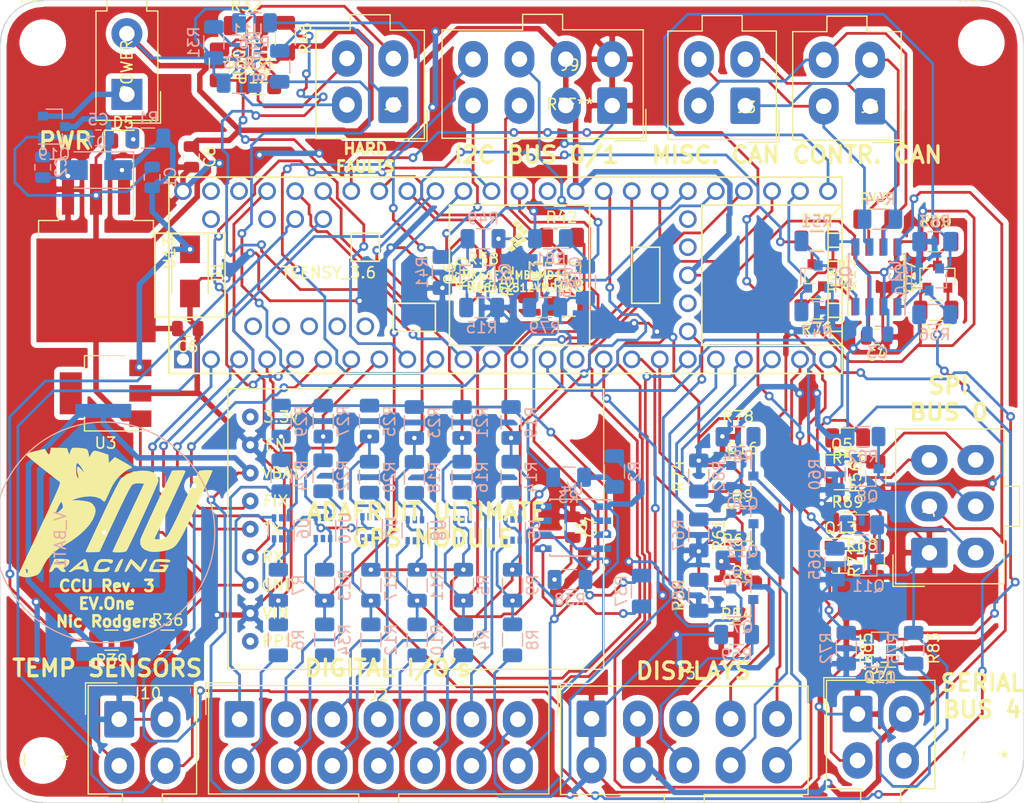
<source format=kicad_pcb>
(kicad_pcb (version 20171130) (host pcbnew "(5.1.0)-1")
  (layers (0 F.Cu signal hide) (31 B.Cu signal hide) (34 B.Paste user hide) (35 F.Paste user hide) (36 B.SilkS user hide) (37 F.SilkS user hide) (38 B.Mask user hide) (39 F.Mask user hide) (44 Edge.Cuts user))
  (net 0 "")
  (net 1 BMS_SIG)
  (net 2 IMD_SIG)
  (net 3 PDOC_SIG)
  (net 4 BSPD_SIG)
  (net 5 CANL_R)
  (net 6 CANH_R)
  (net 7 GND)
  (net 8 STB2)
  (net 9 CLK2)
  (net 10 DIO2)
  (net 11 STB1)
  (net 12 CLK1)
  (net 13 DIO1)
  (net 14 PDOC_THERM)
  (net 15 BSPD)
  (net 16 BMS)
  (net 17 IMD)
  (net 18 CAN_TX_L)
  (net 19 CAN_RX_L)
  (net 20 CAN_RX_R)
  (net 21 CAN_TX_R)
  (net 22 Vbat)
  (net 23 CAN_TX_R_LV)
  (net 24 CAN_RX_R_LV)
  (net 25 CAN_TX_L_LV)
  (net 26 CAN_RX_L_LV)
  (net 27 DIO1_Sig)
  (net 28 DIO2_Sig)
  (net 29 CLK1_Sig)
  (net 30 CLK2_Sig)
  (net 31 STB1_Sig)
  (net 32 STB2_Sig)
  (net 33 +12V)
  (net 34 +5V)
  (net 35 GPS_RX)
  (net 36 GPS_TX)
  (net 37 GPS_FIX)
  (net 38 GPIO3_SIG)
  (net 39 GPIO3)
  (net 40 THR_INPUT_SIG)
  (net 41 THR_INPUT)
  (net 42 LATCHED_THR_SIG)
  (net 43 LATCHED_THR)
  (net 44 GPIO2_SIG)
  (net 45 GPIO2)
  (net 46 GPIO1_SIG)
  (net 47 GPIO1)
  (net 48 POWER_SIG)
  (net 49 POWER)
  (net 50 AIR_POS_SIG)
  (net 51 AIR_POS)
  (net 52 AIR_NEG_SIG)
  (net 53 AIR_NEG)
  (net 54 COOLING_SIG)
  (net 55 COOLING)
  (net 56 RTD_SIG)
  (net 57 RTD)
  (net 58 BRAKE_SIG)
  (net 59 BRAKE)
  (net 60 BMS_CANH)
  (net 61 BMS_CANL)
  (net 62 TEMP_SEN_1_IN)
  (net 63 IMD_PWM)
  (net 64 RX4)
  (net 65 TX4)
  (net 66 SCK0)
  (net 67 MISO0)
  (net 68 MOSI0)
  (net 69 CS0)
  (net 70 SDA0)
  (net 71 SDA1)
  (net 72 SCL0)
  (net 73 SCL1)
  (net 74 TEMP_1_SIG)
  (net 75 "Net-(R2-Pad1)")
  (net 76 IMD_PWM_SIG)
  (net 77 "Net-(R37-Pad1)")
  (net 78 "Net-(R31-Pad1)")
  (net 79 AN_GPIO_2)
  (net 80 AN_GPIO_1)
  (net 81 SDA1_LV)
  (net 82 SCL0_LV)
  (net 83 MOSI0_LV)
  (net 84 SDA0_LV)
  (net 85 MISO0_LV)
  (net 86 CS0_LV)
  (net 87 SCK0_LV)
  (net 88 RX4_LV)
  (net 89 SCL1_LV)
  (net 90 TX4_LV)
  (net 91 RAW_AN_GPIO_2)
  (net 92 RAW_AN_GPIO_1)
  (net 93 "Net-(POWER1-Pad1)")
  (net 94 "Net-(D5-Pad2)")
  (net 95 TEMP_2_SIG)
  (module "KiCad Libraries:NU_RACING" (layer F.Cu) (at 96.625 134.65)
    (fp_text reference G*** hide)
    (fp_text value LOGO hide)
  )
  (module Package_TO_SOT_SMD:SOT-363_SC-70-6 (layer F.Cu) (at 109.1 93.225 180)
    (fp_text reference U12 (at 0 -2 180) (layer F.SilkS))
    (fp_text value MMBZ52)
    (pad 6 smd rect (at 0.95 -0.65 180) (size 0.65 0.4) (layers F.Cu F.Paste F.Mask) (net 3 PDOC_SIG))
    (pad 4 smd rect (at 0.95 0.65 180) (size 0.65 0.4) (layers F.Cu F.Paste F.Mask) (net 7 GND))
    (pad 2 smd rect (at -0.95 0 180) (size 0.65 0.4) (layers F.Cu F.Paste F.Mask))
    (pad 5 smd rect (at 0.95 0 180) (size 0.65 0.4) (layers F.Cu F.Paste F.Mask))
    (pad 3 smd rect (at -0.95 0.65 180) (size 0.65 0.4) (layers F.Cu F.Paste F.Mask) (net 4 BSPD_SIG))
    (pad 1 smd rect (at -0.95 -0.65 180) (size 0.65 0.4) (layers F.Cu F.Paste F.Mask) (net 7 GND))
  )
  (module Package_TO_SOT_SMD:SOT-363_SC-70-6 (layer B.Cu) (at 108.575 92.9 180)
    (fp_text reference U11 (at 0 2 180) (layer B.SilkS) (effects (justify mirror)))
    (fp_text value MMBZ52)
    (pad 6 smd rect (at 0.95 0.65 180) (size 0.65 0.4) (layers B.Cu B.Paste B.Mask) (net 78 "Net-(R31-Pad1)"))
    (pad 4 smd rect (at 0.95 -0.65 180) (size 0.65 0.4) (layers B.Cu B.Paste B.Mask) (net 7 GND))
    (pad 2 smd rect (at -0.95 0 180) (size 0.65 0.4) (layers B.Cu B.Paste B.Mask))
    (pad 5 smd rect (at 0.95 0 180) (size 0.65 0.4) (layers B.Cu B.Paste B.Mask))
    (pad 3 smd rect (at -0.95 -0.65 180) (size 0.65 0.4) (layers B.Cu B.Paste B.Mask) (net 2 IMD_SIG))
    (pad 1 smd rect (at -0.95 0.65 180) (size 0.65 0.4) (layers B.Cu B.Paste B.Mask) (net 7 GND))
  )
  (module Package_TO_SOT_SMD:SOT-363_SC-70-6 (layer B.Cu) (at 115.425 136 90)
    (fp_text reference U10 (at 0 2 90) (layer B.SilkS) (effects (justify mirror)))
    (fp_text value MMBZ52)
    (pad 6 smd rect (at 0.95 0.65 90) (size 0.65 0.4) (layers B.Cu B.Paste B.Mask) (net 56 RTD_SIG))
    (pad 4 smd rect (at 0.95 -0.65 90) (size 0.65 0.4) (layers B.Cu B.Paste B.Mask) (net 7 GND))
    (pad 2 smd rect (at -0.95 0 90) (size 0.65 0.4) (layers B.Cu B.Paste B.Mask))
    (pad 5 smd rect (at 0.95 0 90) (size 0.65 0.4) (layers B.Cu B.Paste B.Mask))
    (pad 3 smd rect (at -0.95 -0.65 90) (size 0.65 0.4) (layers B.Cu B.Paste B.Mask) (net 76 IMD_PWM_SIG))
    (pad 1 smd rect (at -0.95 0.65 90) (size 0.65 0.4) (layers B.Cu B.Paste B.Mask) (net 7 GND))
  )
  (module Package_TO_SOT_SMD:SOT-363_SC-70-6 (layer B.Cu) (at 123.75 136.2 90)
    (fp_text reference U9 (at 0 2 90) (layer B.SilkS) (effects (justify mirror)))
    (fp_text value MMBZ52)
    (pad 6 smd rect (at 0.95 0.65 90) (size 0.65 0.4) (layers B.Cu B.Paste B.Mask) (net 52 AIR_NEG_SIG))
    (pad 4 smd rect (at 0.95 -0.65 90) (size 0.65 0.4) (layers B.Cu B.Paste B.Mask) (net 7 GND))
    (pad 2 smd rect (at -0.95 0 90) (size 0.65 0.4) (layers B.Cu B.Paste B.Mask))
    (pad 5 smd rect (at 0.95 0 90) (size 0.65 0.4) (layers B.Cu B.Paste B.Mask))
    (pad 3 smd rect (at -0.95 -0.65 90) (size 0.65 0.4) (layers B.Cu B.Paste B.Mask) (net 44 GPIO2_SIG))
    (pad 1 smd rect (at -0.95 0.65 90) (size 0.65 0.4) (layers B.Cu B.Paste B.Mask) (net 7 GND))
  )
  (module Package_TO_SOT_SMD:SOT-363_SC-70-6 (layer B.Cu) (at 128.05 136.175 270)
    (fp_text reference U8 (at 0 2 270) (layer B.SilkS) (effects (justify mirror)))
    (fp_text value MMBZ52)
    (pad 6 smd rect (at 0.95 0.65 270) (size 0.65 0.4) (layers B.Cu B.Paste B.Mask) (net 38 GPIO3_SIG))
    (pad 4 smd rect (at 0.95 -0.65 270) (size 0.65 0.4) (layers B.Cu B.Paste B.Mask) (net 7 GND))
    (pad 2 smd rect (at -0.95 0 270) (size 0.65 0.4) (layers B.Cu B.Paste B.Mask))
    (pad 5 smd rect (at 0.95 0 270) (size 0.65 0.4) (layers B.Cu B.Paste B.Mask))
    (pad 3 smd rect (at -0.95 -0.65 270) (size 0.65 0.4) (layers B.Cu B.Paste B.Mask) (net 50 AIR_POS_SIG))
    (pad 1 smd rect (at -0.95 0.65 270) (size 0.65 0.4) (layers B.Cu B.Paste B.Mask) (net 7 GND))
  )
  (module Package_TO_SOT_SMD:SOT-363_SC-70-6 (layer B.Cu) (at 119.65 135.925 90)
    (fp_text reference U7 (at 0 2 90) (layer B.SilkS) (effects (justify mirror)))
    (fp_text value MMBZ52)
    (pad 6 smd rect (at 0.95 0.65 90) (size 0.65 0.4) (layers B.Cu B.Paste B.Mask) (net 54 COOLING_SIG))
    (pad 4 smd rect (at 0.95 -0.65 90) (size 0.65 0.4) (layers B.Cu B.Paste B.Mask) (net 7 GND))
    (pad 2 smd rect (at -0.95 0 90) (size 0.65 0.4) (layers B.Cu B.Paste B.Mask))
    (pad 5 smd rect (at 0.95 0 90) (size 0.65 0.4) (layers B.Cu B.Paste B.Mask))
    (pad 3 smd rect (at -0.95 -0.65 90) (size 0.65 0.4) (layers B.Cu B.Paste B.Mask) (net 46 GPIO1_SIG))
    (pad 1 smd rect (at -0.95 0.65 90) (size 0.65 0.4) (layers B.Cu B.Paste B.Mask) (net 7 GND))
  )
  (module Package_TO_SOT_SMD:SOT-363_SC-70-6 (layer B.Cu) (at 111.65 136.025 90)
    (fp_text reference U6 (at 0 2 90) (layer B.SilkS) (effects (justify mirror)))
    (fp_text value MMBZ52)
    (pad 6 smd rect (at 0.95 0.65 90) (size 0.65 0.4) (layers B.Cu B.Paste B.Mask) (net 58 BRAKE_SIG))
    (pad 4 smd rect (at 0.95 -0.65 90) (size 0.65 0.4) (layers B.Cu B.Paste B.Mask) (net 7 GND))
    (pad 2 smd rect (at -0.95 0 90) (size 0.65 0.4) (layers B.Cu B.Paste B.Mask))
    (pad 5 smd rect (at 0.95 0 90) (size 0.65 0.4) (layers B.Cu B.Paste B.Mask))
    (pad 3 smd rect (at -0.95 -0.65 90) (size 0.65 0.4) (layers B.Cu B.Paste B.Mask) (net 40 THR_INPUT_SIG))
    (pad 1 smd rect (at -0.95 0.65 90) (size 0.65 0.4) (layers B.Cu B.Paste B.Mask) (net 7 GND))
  )
  (module Package_TO_SOT_SMD:SOT-363_SC-70-6 (layer B.Cu) (at 132.6 136.15 90)
    (fp_text reference U5 (at 0 2 90) (layer B.SilkS) (effects (justify mirror)))
    (fp_text value MMBZ52)
    (pad 6 smd rect (at 0.95 0.65 90) (size 0.65 0.4) (layers B.Cu B.Paste B.Mask) (net 48 POWER_SIG))
    (pad 4 smd rect (at 0.95 -0.65 90) (size 0.65 0.4) (layers B.Cu B.Paste B.Mask) (net 7 GND))
    (pad 2 smd rect (at -0.95 0 90) (size 0.65 0.4) (layers B.Cu B.Paste B.Mask))
    (pad 5 smd rect (at 0.95 0 90) (size 0.65 0.4) (layers B.Cu B.Paste B.Mask))
    (pad 3 smd rect (at -0.95 -0.65 90) (size 0.65 0.4) (layers B.Cu B.Paste B.Mask) (net 42 LATCHED_THR_SIG))
    (pad 1 smd rect (at -0.95 0.65 90) (size 0.65 0.4) (layers B.Cu B.Paste B.Mask) (net 7 GND))
  )
  (module Mini-Fit-Jr-4.20mm-pitch:Molex-Mini-Fit-Jr-14-pin-P4.2mm-RowP4.2mm (layer F.Cu) (at 120.575 163.525)
    (fp_text reference J2 (at -0.1 -12.4) (layer F.SilkS))
    (fp_text value GPIO's)
    (pad 10 thru_hole oval (at -4.3 -6) (size 2.7 3.3) (drill 1.4) (layers *.Cu *.Mask) (net 47 GPIO1))
    (pad 12 thru_hole oval (at 4.1 -6) (size 2.7 3.3) (drill 1.4) (layers *.Cu *.Mask) (net 39 GPIO3))
    (pad 3 thru_hole oval (at -4.3 -10.2) (size 2.7 3.3) (drill 1.4) (layers *.Cu *.Mask) (net 55 COOLING))
    (pad 1 thru_hole roundrect (at -12.7 -10.2) (size 2.7 3.3) (drill 1.4) (layers *.Cu *.Mask) (roundrect_rratio 0.09259299999999999) (net 59 BRAKE))
    (pad 14 thru_hole oval (at 12.5 -6) (size 2.7 3.3) (drill 1.4) (layers *.Cu *.Mask) (net 79 AN_GPIO_2))
    (pad 8 thru_hole oval (at -12.7 -6) (size 2.7 3.3) (drill 1.4) (layers *.Cu *.Mask) (net 41 THR_INPUT))
    (pad 2 thru_hole oval (at -8.5 -10.2) (size 2.7 3.3) (drill 1.4) (layers *.Cu *.Mask) (net 57 RTD))
    (pad 4 thru_hole oval (at -0.1 -10.2) (size 2.7 3.3) (drill 1.4) (layers *.Cu *.Mask) (net 53 AIR_NEG))
    (pad 9 thru_hole oval (at -8.5 -6) (size 2.7 3.3) (drill 1.4) (layers *.Cu *.Mask) (net 63 IMD_PWM))
    (pad 6 thru_hole oval (at 8.3 -10.2) (size 2.7 3.3) (drill 1.4) (layers *.Cu *.Mask) (net 49 POWER))
    (pad 11 thru_hole oval (at -0.1 -6) (size 2.7 3.3) (drill 1.4) (layers *.Cu *.Mask) (net 45 GPIO2))
    (pad 5 thru_hole oval (at 4.1 -10.2) (size 2.7 3.3) (drill 1.4) (layers *.Cu *.Mask) (net 51 AIR_POS))
    (pad 7 thru_hole oval (at 12.5 -10.2) (size 2.7 3.3) (drill 1.4) (layers *.Cu *.Mask) (net 80 AN_GPIO_1))
    (pad 13 thru_hole oval (at 8.3 -6) (size 2.7 3.3) (drill 1.4) (layers *.Cu *.Mask) (net 43 LATCHED_THR))
  )
  (module Mini-Fit-Jr-4.20mm-pitch:Molex-Mini-Fit-Jr-10-pin-P4.2mm-RowP4.2mm (layer F.Cu) (at 148.35 162.975)
    (fp_text reference J5 (at 0 -13.8) (layer F.SilkS))
    (fp_text value Displays)
    (pad 7 thru_hole oval (at -4.4 -5.5) (size 2.7 3.3) (drill 1.4) (layers *.Cu *.Mask) (net 7 GND))
    (pad 2 thru_hole oval (at -4.4 -9.7) (size 2.7 3.3) (drill 1.4) (layers *.Cu *.Mask) (net 7 GND))
    (pad 5 thru_hole oval (at 8.2 -9.7) (size 2.7 3.3) (drill 1.4) (layers *.Cu *.Mask) (net 11 STB1))
    (pad 4 thru_hole oval (at 4 -9.7) (size 2.7 3.3) (drill 1.4) (layers *.Cu *.Mask) (net 12 CLK1))
    (pad 10 thru_hole oval (at 8.2 -5.5) (size 2.7 3.3) (drill 1.4) (layers *.Cu *.Mask) (net 8 STB2))
    (pad 9 thru_hole oval (at 4 -5.5) (size 2.7 3.3) (drill 1.4) (layers *.Cu *.Mask) (net 9 CLK2))
    (pad 8 thru_hole oval (at -0.2 -5.5) (size 2.7 3.3) (drill 1.4) (layers *.Cu *.Mask) (net 10 DIO2))
    (pad 3 thru_hole oval (at -0.2 -9.7) (size 2.7 3.3) (drill 1.4) (layers *.Cu *.Mask) (net 13 DIO1))
    (pad 6 thru_hole oval (at -8.6 -5.5) (size 2.7 3.3) (drill 1.4) (layers *.Cu *.Mask) (net 34 +5V))
    (pad 1 thru_hole roundrect (at -8.6 -9.7) (size 2.7 3.3) (drill 1.4) (layers *.Cu *.Mask) (roundrect_rratio 0.09259299999999999) (net 34 +5V))
  )
  (module Package_TO_SOT_SMD:SOT-23 (layer B.Cu) (at 91.066 99.646)
    (fp_text reference Q19 (at 0 2.5) (layer B.SilkS) (effects (justify mirror)))
    (fp_text value SUD08P06-155L)
    (pad 3 smd rect (at 1 0) (size 0.9 0.8) (layers B.Cu B.Paste B.Mask) (net 33 +12V))
    (pad 2 smd rect (at -1 -0.95) (size 0.9 0.8) (layers B.Cu B.Paste B.Mask) (net 93 "Net-(POWER1-Pad1)"))
    (pad 1 smd rect (at -1 0.95) (size 0.9 0.8) (layers B.Cu B.Paste B.Mask) (net 7 GND))
  )
  (module Battery_Holders:2032_Batt_holder (layer B.Cu) (at 95.638 124.792 270)
    (fp_text reference V_BAT1 (at 12.3 4 270) (layer B.SilkS) (effects (justify mirror)))
    (fp_text value Vbat)
    (pad 2 smd rect (at 11.6 0 270) (size 10 10) (layers B.Cu B.Paste B.Mask) (net 7 GND))
    (pad 1 smd rect (at 22.6 0 270) (size 1.27 5.08) (layers B.Cu B.Paste B.Mask) (net 22 Vbat))
    (pad 1 smd rect (at 0.6 0.1 270) (size 1.27 5.08) (layers B.Cu B.Paste B.Mask) (net 22 Vbat))
  )
  (module MountingHole:MountingHole_3.2mm_M3 (layer F.Cu) (at 90.05 92.05)
    (fp_text reference REF** (at 0 -4.2) (layer F.SilkS))
    (fp_text value MountingHole_3.2mm_M3)
    (pad 1 np_thru_hole circle (at 0 0) (size 3.2 3.2) (drill 3.2) (layers *.Cu *.Mask))
  )
  (module MountingHole:MountingHole_3.2mm_M3 (layer F.Cu) (at 175.05 92.05)
    (fp_text reference REF** (at 0 -4.2) (layer F.SilkS))
    (fp_text value MountingHole_3.2mm_M3)
    (pad 1 np_thru_hole circle (at 0 0) (size 3.2 3.2) (drill 3.2) (layers *.Cu *.Mask))
  )
  (module Capacitor_SMD:C_0805_2012Metric (layer F.Cu) (at 103.512 102.3855 270)
    (fp_text reference C8 (at 0 -1.65 270) (layer F.SilkS))
    (fp_text value 10u)
    (pad 2 smd roundrect (at 0.9375 0 270) (size 0.975 1.4) (layers F.Cu F.Paste F.Mask) (net 34 +5V))
    (pad 1 smd roundrect (at -0.9375 0 270) (size 0.975 1.4) (layers F.Cu F.Paste F.Mask) (net 7 GND))
  )
  (module MountingHole:MountingHole_3.2mm_M3 (layer F.Cu) (at 175.05 157.05)
    (fp_text reference REF** (at 0.344 -0.23) (layer F.SilkS))
    (fp_text value MountingHole_3.2mm_M3)
    (pad 1 np_thru_hole circle (at 0 0) (size 3.2 3.2) (drill 3.2) (layers *.Cu *.Mask))
  )
  (module MountingHole:MountingHole_3.2mm_M3 (layer F.Cu) (at 90.05 157.05)
    (fp_text reference REF** (at 0.254 0.024) (layer F.SilkS))
    (fp_text value MountingHole_3.2mm_M3)
    (pad 1 np_thru_hole circle (at 0 0) (size 3.2 3.2) (drill 3.2) (layers *.Cu *.Mask))
  )
  (module Package_TO_SOT_SMD:TO-263-3_TabPin2 (layer F.Cu) (at 94.876 111.1 270)
    (fp_text reference U13 (at 0 -6.65 270) (layer F.SilkS))
    (fp_text value L7805)
    (pad 2 smd rect (at 3.375 0 270) (size 9.4 10.8) (layers F.Cu F.Mask) (net 7 GND))
    (pad 3 smd rect (at -5.775 2.54 270) (size 4.6 1.1) (layers F.Cu F.Paste F.Mask) (net 34 +5V))
    (pad 2 smd rect (at -5.775 0 270) (size 4.6 1.1) (layers F.Cu F.Paste F.Mask) (net 7 GND))
    (pad 1 smd rect (at -5.775 -2.54 270) (size 4.6 1.1) (layers F.Cu F.Paste F.Mask) (net 33 +12V))
  )
  (module Package_SO:SOIC-8_3.9x4.9mm_P1.27mm (layer B.Cu) (at 138.056 135.968 180)
    (fp_text reference U4 (at 0 3.5 180) (layer B.SilkS) (effects (justify mirror)))
    (fp_text value MCP6002-xSN)
    (pad 8 smd rect (at 2.7 1.905 180) (size 1.55 0.6) (layers B.Cu B.Paste B.Mask) (net 34 +5V))
    (pad 7 smd rect (at 2.7 0.635 180) (size 1.55 0.6) (layers B.Cu B.Paste B.Mask) (net 79 AN_GPIO_2))
    (pad 6 smd rect (at 2.7 -0.635 180) (size 1.55 0.6) (layers B.Cu B.Paste B.Mask) (net 77 "Net-(R37-Pad1)"))
    (pad 5 smd rect (at 2.7 -1.905 180) (size 1.55 0.6) (layers B.Cu B.Paste B.Mask) (net 91 RAW_AN_GPIO_2))
    (pad 4 smd rect (at -2.7 -1.905 180) (size 1.55 0.6) (layers B.Cu B.Paste B.Mask) (net 7 GND))
    (pad 3 smd rect (at -2.7 -0.635 180) (size 1.55 0.6) (layers B.Cu B.Paste B.Mask) (net 92 RAW_AN_GPIO_1))
    (pad 2 smd rect (at -2.7 0.635 180) (size 1.55 0.6) (layers B.Cu B.Paste B.Mask) (net 75 "Net-(R2-Pad1)"))
    (pad 1 smd rect (at -2.7 1.905 180) (size 1.55 0.6) (layers B.Cu B.Paste B.Mask) (net 80 AN_GPIO_1))
  )
  (module TO_SOT_Packages_SMD:SOT-223 (layer F.Cu) (at 95.74 123.8 180)
    (fp_text reference U3 (at 0 -4.5 180) (layer F.SilkS))
    (fp_text value LM1117-3.3)
    (pad 1 smd rect (at -3.15 -2.3 180) (size 2 1.5) (layers F.Cu F.Paste F.Mask) (net 7 GND))
    (pad 3 smd rect (at -3.15 2.3 180) (size 2 1.5) (layers F.Cu F.Paste F.Mask) (net 33 +12V))
    (pad 2 smd rect (at -3.15 0 180) (size 2 1.5) (layers F.Cu F.Paste F.Mask) (net 62 TEMP_SEN_1_IN))
    (pad 4 smd rect (at 3.15 0 180) (size 2 3.8) (layers F.Cu F.Paste F.Mask))
  )
  (module Package_SO:SOIC-8_3.9x4.9mm_P1.27mm (layer B.Cu) (at 165.615 113.235 90)
    (fp_text reference U2 (at 0.508 1.651 90) (layer B.SilkS) (effects (justify mirror)))
    (fp_text value TJA1051T-E)
    (pad 8 smd rect (at 2.7 1.905 90) (size 1.55 0.6) (layers B.Cu B.Paste B.Mask) (net 7 GND))
    (pad 7 smd rect (at 2.7 0.635 90) (size 1.55 0.6) (layers B.Cu B.Paste B.Mask) (net 6 CANH_R))
    (pad 6 smd rect (at 2.7 -0.635 90) (size 1.55 0.6) (layers B.Cu B.Paste B.Mask) (net 5 CANL_R))
    (pad 5 smd rect (at 2.7 -1.905 90) (size 1.55 0.6) (layers B.Cu B.Paste B.Mask) (net 34 +5V))
    (pad 4 smd rect (at -2.7 -1.905 90) (size 1.55 0.6) (layers B.Cu B.Paste B.Mask) (net 20 CAN_RX_R))
    (pad 3 smd rect (at -2.7 -0.635 90) (size 1.55 0.6) (layers B.Cu B.Paste B.Mask) (net 34 +5V))
    (pad 2 smd rect (at -2.7 0.635 90) (size 1.55 0.6) (layers B.Cu B.Paste B.Mask) (net 7 GND))
    (pad 1 smd rect (at -2.7 1.905 90) (size 1.55 0.6) (layers B.Cu B.Paste B.Mask) (net 21 CAN_TX_R))
  )
  (module Package_SO:SOIC-8_3.9x4.9mm_P1.27mm (layer F.Cu) (at 165.488 113.268 90)
    (fp_text reference U1 (at 0 -3.5 90) (layer F.SilkS))
    (fp_text value TJA1051T-E)
    (pad 8 smd rect (at 2.7 -1.905 90) (size 1.55 0.6) (layers F.Cu F.Paste F.Mask) (net 7 GND))
    (pad 7 smd rect (at 2.7 -0.635 90) (size 1.55 0.6) (layers F.Cu F.Paste F.Mask) (net 60 BMS_CANH))
    (pad 6 smd rect (at 2.7 0.635 90) (size 1.55 0.6) (layers F.Cu F.Paste F.Mask) (net 61 BMS_CANL))
    (pad 5 smd rect (at 2.7 1.905 90) (size 1.55 0.6) (layers F.Cu F.Paste F.Mask) (net 34 +5V))
    (pad 4 smd rect (at -2.7 1.905 90) (size 1.55 0.6) (layers F.Cu F.Paste F.Mask) (net 19 CAN_RX_L))
    (pad 3 smd rect (at -2.7 0.635 90) (size 1.55 0.6) (layers F.Cu F.Paste F.Mask) (net 34 +5V))
    (pad 2 smd rect (at -2.7 -0.635 90) (size 1.55 0.6) (layers F.Cu F.Paste F.Mask) (net 7 GND))
    (pad 1 smd rect (at -2.7 -1.905 90) (size 1.55 0.6) (layers F.Cu F.Paste F.Mask) (net 18 CAN_TX_L))
  )
  (module teensy:Teensy35_36 (layer F.Cu) (at 131.96 113.108)
    (fp_text reference TEENSY_3.6 (at -16.002 -0.23) (layer F.SilkS))
    (fp_text value Teensy3.6)
    (fp_text user MK64FX512VMD12 (at 1.27 1.143) (layer F.SilkS) (effects (font (size 0.7 0.7))))
    (fp_text user MK66FX1MBVMD18/ (at 1.27 0) (layer F.SilkS) (effects (font (size 0.7 0.7))))
    (pad 62 thru_hole circle (at -12.7 4.62) (size 1.6 1.6) (drill 1.1) (layers *.Cu *.Mask))
    (pad 61 thru_hole circle (at -15.24 4.62) (size 1.6 1.6) (drill 1.1) (layers *.Cu *.Mask))
    (pad 60 thru_hole circle (at -17.78 4.62) (size 1.6 1.6) (drill 1.1) (layers *.Cu *.Mask))
    (pad 59 thru_hole circle (at -20.32 4.62) (size 1.6 1.6) (drill 1.1) (layers *.Cu *.Mask))
    (pad 58 thru_hole circle (at -22.86 4.62) (size 1.6 1.6) (drill 1.1) (layers *.Cu *.Mask))
    (pad 57 thru_hole circle (at -16.51 -5.08) (size 1.6 1.6) (drill 1.1) (layers *.Cu *.Mask) (net 95 TEMP_2_SIG))
    (pad 56 thru_hole circle (at -19.05 -5.08) (size 1.6 1.6) (drill 1.1) (layers *.Cu *.Mask) (net 74 TEMP_1_SIG))
    (pad 55 thru_hole circle (at -21.59 -5.08) (size 1.6 1.6) (drill 1.1) (layers *.Cu *.Mask))
    (pad 54 thru_hole circle (at -26.67 -5.08) (size 1.6 1.6) (drill 1.1) (layers *.Cu *.Mask))
    (pad 53 thru_hole circle (at -29.21 -7.62) (size 1.6 1.6) (drill 1.1) (layers *.Cu *.Mask) (net 34 +5V))
    (pad 52 thru_hole circle (at -26.67 -7.62) (size 1.6 1.6) (drill 1.1) (layers *.Cu *.Mask))
    (pad 51 thru_hole circle (at -24.13 -7.62) (size 1.6 1.6) (drill 1.1) (layers *.Cu *.Mask))
    (pad 50 thru_hole circle (at -21.59 -7.62) (size 1.6 1.6) (drill 1.1) (layers *.Cu *.Mask) (net 40 THR_INPUT_SIG))
    (pad 49 thru_hole circle (at -19.05 -7.62) (size 1.6 1.6) (drill 1.1) (layers *.Cu *.Mask) (net 52 AIR_NEG_SIG))
    (pad 48 thru_hole circle (at -16.51 -7.62) (size 1.6 1.6) (drill 1.1) (layers *.Cu *.Mask) (net 50 AIR_POS_SIG))
    (pad 47 thru_hole circle (at -13.97 -7.62) (size 1.6 1.6) (drill 1.1) (layers *.Cu *.Mask) (net 86 CS0_LV))
    (pad 46 thru_hole circle (at -11.43 -7.62) (size 1.6 1.6) (drill 1.1) (layers *.Cu *.Mask) (net 82 SCL0_LV))
    (pad 45 thru_hole circle (at -8.89 -7.62) (size 1.6 1.6) (drill 1.1) (layers *.Cu *.Mask) (net 84 SDA0_LV))
    (pad 44 thru_hole circle (at -6.35 -7.62) (size 1.6 1.6) (drill 1.1) (layers *.Cu *.Mask) (net 38 GPIO3_SIG))
    (pad 43 thru_hole circle (at -3.81 -7.62) (size 1.6 1.6) (drill 1.1) (layers *.Cu *.Mask) (net 76 IMD_PWM_SIG))
    (pad 42 thru_hole circle (at -1.27 -7.62) (size 1.6 1.6) (drill 1.1) (layers *.Cu *.Mask) (net 37 GPS_FIX))
    (pad 41 thru_hole circle (at 1.27 -7.62) (size 1.6 1.6) (drill 1.1) (layers *.Cu *.Mask) (net 48 POWER_SIG))
    (pad 40 thru_hole circle (at 3.81 -7.62) (size 1.6 1.6) (drill 1.1) (layers *.Cu *.Mask))
    (pad 39 thru_hole circle (at 6.35 -7.62) (size 1.6 1.6) (drill 1.1) (layers *.Cu *.Mask) (net 7 GND))
    (pad 38 thru_hole circle (at 8.89 -7.62) (size 1.6 1.6) (drill 1.1) (layers *.Cu *.Mask) (net 91 RAW_AN_GPIO_2))
    (pad 1 thru_hole rect (at -29.21 7.62) (size 1.6 1.6) (drill 1.1) (layers *.Cu *.Mask) (net 7 GND))
    (pad 2 thru_hole circle (at -26.67 7.62) (size 1.6 1.6) (drill 1.1) (layers *.Cu *.Mask) (net 36 GPS_TX))
    (pad 3 thru_hole circle (at -24.13 7.62) (size 1.6 1.6) (drill 1.1) (layers *.Cu *.Mask) (net 35 GPS_RX))
    (pad 4 thru_hole circle (at -21.59 7.62) (size 1.6 1.6) (drill 1.1) (layers *.Cu *.Mask) (net 54 COOLING_SIG))
    (pad 5 thru_hole circle (at -19.05 7.62) (size 1.6 1.6) (drill 1.1) (layers *.Cu *.Mask) (net 25 CAN_TX_L_LV))
    (pad 6 thru_hole circle (at -16.51 7.62) (size 1.6 1.6) (drill 1.1) (layers *.Cu *.Mask) (net 26 CAN_RX_L_LV))
    (pad 7 thru_hole circle (at -13.97 7.62) (size 1.6 1.6) (drill 1.1) (layers *.Cu *.Mask) (net 58 BRAKE_SIG))
    (pad 8 thru_hole circle (at -11.43 7.62) (size 1.6 1.6) (drill 1.1) (layers *.Cu *.Mask) (net 56 RTD_SIG))
    (pad 9 thru_hole circle (at -8.89 7.62) (size 1.6 1.6) (drill 1.1) (layers *.Cu *.Mask) (net 3 PDOC_SIG))
    (pad 10 thru_hole circle (at -6.35 7.62) (size 1.6 1.6) (drill 1.1) (layers *.Cu *.Mask) (net 1 BMS_SIG))
    (pad 11 thru_hole circle (at -3.81 7.62) (size 1.6 1.6) (drill 1.1) (layers *.Cu *.Mask) (net 4 BSPD_SIG))
    (pad 12 thru_hole circle (at -1.27 7.62) (size 1.6 1.6) (drill 1.1) (layers *.Cu *.Mask) (net 2 IMD_SIG))
    (pad 13 thru_hole circle (at 1.27 7.62) (size 1.6 1.6) (drill 1.1) (layers *.Cu *.Mask) (net 83 MOSI0_LV))
    (pad 37 thru_hole circle (at 11.43 -7.62) (size 1.6 1.6) (drill 1.1) (layers *.Cu *.Mask) (net 92 RAW_AN_GPIO_1))
    (pad 36 thru_hole circle (at 13.97 -7.62) (size 1.6 1.6) (drill 1.1) (layers *.Cu *.Mask) (net 42 LATCHED_THR_SIG))
    (pad 35 thru_hole circle (at 16.51 -7.62) (size 1.6 1.6) (drill 1.1) (layers *.Cu *.Mask) (net 81 SDA1_LV))
    (pad 34 thru_hole circle (at 19.05 -7.62) (size 1.6 1.6) (drill 1.1) (layers *.Cu *.Mask) (net 89 SCL1_LV))
    (pad 33 thru_hole circle (at 21.59 -7.62) (size 1.6 1.6) (drill 1.1) (layers *.Cu *.Mask) (net 44 GPIO2_SIG))
    (pad 32 thru_hole circle (at 24.13 -7.62) (size 1.6 1.6) (drill 1.1) (layers *.Cu *.Mask) (net 46 GPIO1_SIG))
    (pad 31 thru_hole circle (at 26.67 -7.62) (size 1.6 1.6) (drill 1.1) (layers *.Cu *.Mask) (net 24 CAN_RX_R_LV))
    (pad 30 thru_hole circle (at 29.21 -7.62) (size 1.6 1.6) (drill 1.1) (layers *.Cu *.Mask) (net 23 CAN_TX_R_LV))
    (pad 29 thru_hole circle (at 16.51 -5.08) (size 1.6 1.6) (drill 1.1) (layers *.Cu *.Mask))
    (pad 28 thru_hole circle (at 16.51 -2.54) (size 1.6 1.6) (drill 1.1) (layers *.Cu *.Mask))
    (pad 27 thru_hole circle (at 16.51 0) (size 1.6 1.6) (drill 1.1) (layers *.Cu *.Mask) (net 7 GND))
    (pad 26 thru_hole circle (at 16.51 2.54) (size 1.6 1.6) (drill 1.1) (layers *.Cu *.Mask))
    (pad 25 thru_hole circle (at 16.51 5.08) (size 1.6 1.6) (drill 1.1) (layers *.Cu *.Mask) (net 22 Vbat))
    (pad 24 thru_hole circle (at 29.21 7.62) (size 1.6 1.6) (drill 1.1) (layers *.Cu *.Mask) (net 90 TX4_LV))
    (pad 23 thru_hole circle (at 26.67 7.62) (size 1.6 1.6) (drill 1.1) (layers *.Cu *.Mask) (net 88 RX4_LV))
    (pad 22 thru_hole circle (at 24.13 7.62) (size 1.6 1.6) (drill 1.1) (layers *.Cu *.Mask) (net 32 STB2_Sig))
    (pad 21 thru_hole circle (at 21.59 7.62) (size 1.6 1.6) (drill 1.1) (layers *.Cu *.Mask) (net 30 CLK2_Sig))
    (pad 14 thru_hole circle (at 3.81 7.62) (size 1.6 1.6) (drill 1.1) (layers *.Cu *.Mask) (net 85 MISO0_LV))
    (pad 15 thru_hole circle (at 6.35 7.62) (size 1.6 1.6) (drill 1.1) (layers *.Cu *.Mask))
    (pad 16 thru_hole circle (at 8.89 7.62) (size 1.6 1.6) (drill 1.1) (layers *.Cu *.Mask) (net 27 DIO1_Sig))
    (pad 20 thru_hole circle (at 19.05 7.62) (size 1.6 1.6) (drill 1.1) (layers *.Cu *.Mask) (net 28 DIO2_Sig))
    (pad 19 thru_hole circle (at 16.51 7.62) (size 1.6 1.6) (drill 1.1) (layers *.Cu *.Mask) (net 87 SCK0_LV))
    (pad 18 thru_hole circle (at 13.97 7.62) (size 1.6 1.6) (drill 1.1) (layers *.Cu *.Mask) (net 31 STB1_Sig))
    (pad 17 thru_hole circle (at 11.43 7.62) (size 1.6 1.6) (drill 1.1) (layers *.Cu *.Mask) (net 29 CLK1_Sig))
  )
  (module Resistor_SMD:R_1206_3216Metric (layer F.Cu) (at 162.821 146.887 270)
    (fp_text reference R85 (at 0 -1.82 270) (layer F.SilkS))
    (fp_text value 10k)
    (pad 2 smd roundrect (at 1.4 0 270) (size 1.25 1.75) (layers F.Cu F.Paste F.Mask) (roundrect_rratio 0.2) (net 65 TX4))
    (pad 1 smd roundrect (at -1.4 0 270) (size 1.25 1.75) (layers F.Cu F.Paste F.Mask) (roundrect_rratio 0.2) (net 34 +5V))
  )
  (module Resistor_SMD:R_1206_3216Metric (layer B.Cu) (at 153.021 127.737)
    (fp_text reference R84 (at 0 1.82) (layer B.SilkS) (effects (justify mirror)))
    (fp_text value 10k)
    (pad 2 smd roundrect (at 1.4 0) (size 1.25 1.75) (layers B.Cu B.Paste B.Mask) (roundrect_rratio 0.2) (net 8 STB2))
    (pad 1 smd roundrect (at -1.4 0) (size 1.25 1.75) (layers B.Cu B.Paste B.Mask) (roundrect_rratio 0.2) (net 34 +5V))
  )
  (module Resistor_SMD:R_1206_3216Metric (layer F.Cu) (at 168.917 146.887 270)
    (fp_text reference R83 (at 0 -1.82 270) (layer F.SilkS))
    (fp_text value 10k)
    (pad 2 smd roundrect (at 1.4 0 270) (size 1.25 1.75) (layers F.Cu F.Paste F.Mask) (roundrect_rratio 0.2) (net 62 TEMP_SEN_1_IN))
    (pad 1 smd roundrect (at -1.4 0 270) (size 1.25 1.75) (layers F.Cu F.Paste F.Mask) (roundrect_rratio 0.2) (net 90 TX4_LV))
  )
  (module Resistor_SMD:R_1206_3216Metric (layer B.Cu) (at 149.462 131.293 90)
    (fp_text reference R82 (at 0 1.82 90) (layer B.SilkS) (effects (justify mirror)))
    (fp_text value 10k)
    (pad 2 smd roundrect (at 1.4 0 90) (size 1.25 1.75) (layers B.Cu B.Paste B.Mask) (roundrect_rratio 0.2) (net 62 TEMP_SEN_1_IN))
    (pad 1 smd roundrect (at -1.4 0 90) (size 1.25 1.75) (layers B.Cu B.Paste B.Mask) (roundrect_rratio 0.2) (net 32 STB2_Sig))
  )
  (module Resistor_SMD:R_1206_3216Metric (layer B.Cu) (at 136.027 109.806)
    (fp_text reference R81 (at 0 1.82) (layer B.SilkS) (effects (justify mirror)))
    (fp_text value 10k)
    (pad 2 smd roundrect (at 1.4 0) (size 1.25 1.75) (layers B.Cu B.Paste B.Mask) (roundrect_rratio 0.2) (net 73 SCL1))
    (pad 1 smd roundrect (at -1.4 0) (size 1.25 1.75) (layers B.Cu B.Paste B.Mask) (roundrect_rratio 0.2) (net 34 +5V))
  )
  (module Resistor_SMD:R_1206_3216Metric (layer F.Cu) (at 170.946 110.06)
    (fp_text reference R80 (at 0 -1.82) (layer F.SilkS))
    (fp_text value 10k)
    (pad 2 smd roundrect (at 1.4 0) (size 1.25 1.75) (layers F.Cu F.Paste F.Mask) (roundrect_rratio 0.2) (net 19 CAN_RX_L))
    (pad 1 smd roundrect (at -1.4 0) (size 1.25 1.75) (layers F.Cu F.Paste F.Mask) (roundrect_rratio 0.2) (net 34 +5V))
  )
  (module Resistor_SMD:R_1206_3216Metric (layer B.Cu) (at 135.516 116.029)
    (fp_text reference R79 (at 0 1.82) (layer B.SilkS) (effects (justify mirror)))
    (fp_text value 10k)
    (pad 2 smd roundrect (at 1.4 0) (size 1.25 1.75) (layers B.Cu B.Paste B.Mask) (roundrect_rratio 0.2) (net 62 TEMP_SEN_1_IN))
    (pad 1 smd roundrect (at -1.4 0) (size 1.25 1.75) (layers B.Cu B.Paste B.Mask) (roundrect_rratio 0.2) (net 89 SCL1_LV))
  )
  (module Resistor_SMD:R_1206_3216Metric (layer F.Cu) (at 153.015 127.737)
    (fp_text reference R78 (at 0 -1.82) (layer F.SilkS))
    (fp_text value 10k)
    (pad 2 smd roundrect (at 1.4 0) (size 1.25 1.75) (layers F.Cu F.Paste F.Mask) (roundrect_rratio 0.2) (net 11 STB1))
    (pad 1 smd roundrect (at -1.4 0) (size 1.25 1.75) (layers F.Cu F.Paste F.Mask) (roundrect_rratio 0.2) (net 34 +5V))
  )
  (module Resistor_SMD:R_1206_3216Metric (layer F.Cu) (at 170.946 116.283 180)
    (fp_text reference R77 (at 0 -1.82 180) (layer F.SilkS))
    (fp_text value 10k)
    (pad 2 smd roundrect (at 1.4 0 180) (size 1.25 1.75) (layers F.Cu F.Paste F.Mask) (roundrect_rratio 0.2) (net 62 TEMP_SEN_1_IN))
    (pad 1 smd roundrect (at -1.4 0 180) (size 1.25 1.75) (layers F.Cu F.Paste F.Mask) (roundrect_rratio 0.2) (net 26 CAN_RX_L_LV))
  )
  (module Resistor_SMD:R_1206_3216Metric (layer F.Cu) (at 160.154 116.156 180)
    (fp_text reference R76 (at 0 -1.82 180) (layer F.SilkS))
    (fp_text value 10k)
    (pad 2 smd roundrect (at 1.4 0 180) (size 1.25 1.75) (layers F.Cu F.Paste F.Mask) (roundrect_rratio 0.2) (net 18 CAN_TX_L))
    (pad 1 smd roundrect (at -1.4 0 180) (size 1.25 1.75) (layers F.Cu F.Paste F.Mask) (roundrect_rratio 0.2) (net 34 +5V))
  )
  (module Resistor_SMD:R_1206_3216Metric (layer B.Cu) (at 168.917 146.89 270)
    (fp_text reference R75 (at 0 1.82 270) (layer B.SilkS) (effects (justify mirror)))
    (fp_text value 10k)
    (pad 2 smd roundrect (at 1.4 0 270) (size 1.25 1.75) (layers B.Cu B.Paste B.Mask) (roundrect_rratio 0.2) (net 64 RX4))
    (pad 1 smd roundrect (at -1.4 0 270) (size 1.25 1.75) (layers B.Cu B.Paste B.Mask) (roundrect_rratio 0.2) (net 34 +5V))
  )
  (module Resistor_SMD:R_1206_3216Metric (layer F.Cu) (at 149.462 131.29 90)
    (fp_text reference R74 (at 0 -1.82 90) (layer F.SilkS))
    (fp_text value 10k)
    (pad 2 smd roundrect (at 1.4 0 90) (size 1.25 1.75) (layers F.Cu F.Paste F.Mask) (roundrect_rratio 0.2) (net 62 TEMP_SEN_1_IN))
    (pad 1 smd roundrect (at -1.4 0 90) (size 1.25 1.75) (layers F.Cu F.Paste F.Mask) (roundrect_rratio 0.2) (net 31 STB1_Sig))
  )
  (module Resistor_SMD:R_1206_3216Metric (layer F.Cu) (at 160.154 109.933)
    (fp_text reference R73 (at 0 -1.82) (layer F.SilkS))
    (fp_text value 10k)
    (pad 2 smd roundrect (at 1.4 0) (size 1.25 1.75) (layers F.Cu F.Paste F.Mask) (roundrect_rratio 0.2) (net 62 TEMP_SEN_1_IN))
    (pad 1 smd roundrect (at -1.4 0) (size 1.25 1.75) (layers F.Cu F.Paste F.Mask) (roundrect_rratio 0.2) (net 25 CAN_TX_L_LV))
  )
  (module Resistor_SMD:R_1206_3216Metric (layer B.Cu) (at 162.821 146.887 270)
    (fp_text reference R72 (at 0 1.82 270) (layer B.SilkS) (effects (justify mirror)))
    (fp_text value 10k)
    (pad 2 smd roundrect (at 1.4 0 270) (size 1.25 1.75) (layers B.Cu B.Paste B.Mask) (roundrect_rratio 0.2) (net 62 TEMP_SEN_1_IN))
    (pad 1 smd roundrect (at -1.4 0 270) (size 1.25 1.75) (layers B.Cu B.Paste B.Mask) (roundrect_rratio 0.2) (net 88 RX4_LV))
  )
  (module Resistor_SMD:R_1206_3216Metric (layer F.Cu) (at 165.361 139.016 90)
    (fp_text reference R71 (at 0 -1.82 90) (layer F.SilkS))
    (fp_text value 10k)
    (pad 2 smd roundrect (at 1.4 0 90) (size 1.25 1.75) (layers F.Cu F.Paste F.Mask) (roundrect_rratio 0.2) (net 66 SCK0))
    (pad 1 smd roundrect (at -1.4 0 90) (size 1.25 1.75) (layers F.Cu F.Paste F.Mask) (roundrect_rratio 0.2) (net 34 +5V))
  )
  (module Resistor_SMD:R_1206_3216Metric (layer B.Cu) (at 153.018 138.913)
    (fp_text reference R70 (at 0 1.82) (layer B.SilkS) (effects (justify mirror)))
    (fp_text value 10k)
    (pad 2 smd roundrect (at 1.4 0) (size 1.25 1.75) (layers B.Cu B.Paste B.Mask) (roundrect_rratio 0.2) (net 9 CLK2))
    (pad 1 smd roundrect (at -1.4 0) (size 1.25 1.75) (layers B.Cu B.Paste B.Mask) (roundrect_rratio 0.2) (net 34 +5V))
  )
  (module Resistor_SMD:R_1206_3216Metric (layer F.Cu) (at 162.948 135.46)
    (fp_text reference R69 (at 0 -1.82) (layer F.SilkS))
    (fp_text value 10k)
    (pad 2 smd roundrect (at 1.4 0) (size 1.25 1.75) (layers F.Cu F.Paste F.Mask) (roundrect_rratio 0.2) (net 62 TEMP_SEN_1_IN))
    (pad 1 smd roundrect (at -1.4 0) (size 1.25 1.75) (layers F.Cu F.Paste F.Mask) (roundrect_rratio 0.2) (net 87 SCK0_LV))
  )
  (module Resistor_SMD:R_1206_3216Metric (layer B.Cu) (at 164.218 135.714)
    (fp_text reference R68 (at 0 1.82) (layer F.SilkS))
    (fp_text value 10k)
    (pad 2 smd roundrect (at 1.4 0) (size 1.25 1.75) (layers B.Cu B.Paste B.Mask) (roundrect_rratio 0.2) (net 69 CS0))
    (pad 1 smd roundrect (at -1.4 0) (size 1.25 1.75) (layers B.Cu B.Paste B.Mask) (roundrect_rratio 0.2) (net 34 +5V))
  )
  (module Resistor_SMD:R_1206_3216Metric (layer B.Cu) (at 149.462 136.624 270)
    (fp_text reference R67 (at 0 1.82 270) (layer B.SilkS) (effects (justify mirror)))
    (fp_text value 10k)
    (pad 2 smd roundrect (at 1.4 0 270) (size 1.25 1.75) (layers B.Cu B.Paste B.Mask) (roundrect_rratio 0.2) (net 62 TEMP_SEN_1_IN))
    (pad 1 smd roundrect (at -1.4 0 270) (size 1.25 1.75) (layers B.Cu B.Paste B.Mask) (roundrect_rratio 0.2) (net 30 CLK2_Sig))
  )
  (module Resistor_SMD:R_1206_3216Metric (layer B.Cu) (at 170.822 116.664)
    (fp_text reference R66 (at 0 1.82) (layer B.SilkS) (effects (justify mirror)))
    (fp_text value 10k)
    (pad 2 smd roundrect (at 1.4 0) (size 1.25 1.75) (layers B.Cu B.Paste B.Mask) (roundrect_rratio 0.2) (net 21 CAN_TX_R))
    (pad 1 smd roundrect (at -1.4 0) (size 1.25 1.75) (layers B.Cu B.Paste B.Mask) (roundrect_rratio 0.2) (net 34 +5V))
  )
  (module Resistor_SMD:R_1206_3216Metric (layer B.Cu) (at 161.805 139.27 270)
    (fp_text reference R65 (at 0 1.82 270) (layer B.SilkS) (effects (justify mirror)))
    (fp_text value 10k)
    (pad 2 smd roundrect (at 1.4 0 270) (size 1.25 1.75) (layers B.Cu B.Paste B.Mask) (roundrect_rratio 0.2) (net 62 TEMP_SEN_1_IN))
    (pad 1 smd roundrect (at -1.4 0 270) (size 1.25 1.75) (layers B.Cu B.Paste B.Mask) (roundrect_rratio 0.2) (net 86 CS0_LV))
  )
  (module Resistor_SMD:R_1206_3216Metric (layer F.Cu) (at 153.018 138.913)
    (fp_text reference R64 (at 0 -1.82) (layer F.SilkS))
    (fp_text value 10k)
    (pad 2 smd roundrect (at 1.4 0) (size 1.25 1.75) (layers F.Cu F.Paste F.Mask) (roundrect_rratio 0.2) (net 12 CLK1))
    (pad 1 smd roundrect (at -1.4 0) (size 1.25 1.75) (layers F.Cu F.Paste F.Mask) (roundrect_rratio 0.2) (net 34 +5V))
  )
  (module Resistor_SMD:R_1206_3216Metric (layer B.Cu) (at 170.822 110.06 180)
    (fp_text reference R63 (at 0 1.82 180) (layer B.SilkS) (effects (justify mirror)))
    (fp_text value 10k)
    (pad 2 smd roundrect (at 1.4 0 180) (size 1.25 1.75) (layers B.Cu B.Paste B.Mask) (roundrect_rratio 0.2) (net 62 TEMP_SEN_1_IN))
    (pad 1 smd roundrect (at -1.4 0 180) (size 1.25 1.75) (layers B.Cu B.Paste B.Mask) (roundrect_rratio 0.2) (net 23 CAN_TX_R_LV))
  )
  (module Resistor_SMD:R_1206_3216Metric (layer B.Cu) (at 164.342 127.713)
    (fp_text reference R62 (at 0 1.82) (layer B.SilkS) (effects (justify mirror)))
    (fp_text value 10k)
    (pad 2 smd roundrect (at 1.4 0) (size 1.25 1.75) (layers B.Cu B.Paste B.Mask) (roundrect_rratio 0.2) (net 67 MISO0))
    (pad 1 smd roundrect (at -1.4 0) (size 1.25 1.75) (layers B.Cu B.Paste B.Mask) (roundrect_rratio 0.2) (net 34 +5V))
  )
  (module Resistor_SMD:R_1206_3216Metric (layer F.Cu) (at 149.462 136.624 270)
    (fp_text reference R61 (at 0 -1.82 270) (layer F.SilkS))
    (fp_text value 10k)
    (pad 2 smd roundrect (at 1.4 0 270) (size 1.25 1.75) (layers F.Cu F.Paste F.Mask) (roundrect_rratio 0.2) (net 62 TEMP_SEN_1_IN))
    (pad 1 smd roundrect (at -1.4 0 270) (size 1.25 1.75) (layers F.Cu F.Paste F.Mask) (roundrect_rratio 0.2) (net 29 CLK1_Sig))
  )
  (module Resistor_SMD:R_1206_3216Metric (layer B.Cu) (at 161.805 131.142 270)
    (fp_text reference R60 (at 0 1.82 270) (layer B.SilkS) (effects (justify mirror)))
    (fp_text value 10k)
    (pad 2 smd roundrect (at 1.4 0 270) (size 1.25 1.75) (layers B.Cu B.Paste B.Mask) (roundrect_rratio 0.2) (net 62 TEMP_SEN_1_IN))
    (pad 1 smd roundrect (at -1.4 0 270) (size 1.25 1.75) (layers B.Cu B.Paste B.Mask) (roundrect_rratio 0.2) (net 85 MISO0_LV))
  )
  (module Resistor_SMD:R_1206_3216Metric (layer B.Cu) (at 152.891 145.644)
    (fp_text reference R59 (at 0 1.82) (layer B.SilkS) (effects (justify mirror)))
    (fp_text value 10k)
    (pad 2 smd roundrect (at 1.4 0) (size 1.25 1.75) (layers B.Cu B.Paste B.Mask) (roundrect_rratio 0.2) (net 10 DIO2))
    (pad 1 smd roundrect (at -1.4 0) (size 1.25 1.75) (layers B.Cu B.Paste B.Mask) (roundrect_rratio 0.2) (net 34 +5V))
  )
  (module Resistor_SMD:R_1206_3216Metric (layer F.Cu) (at 129.931 109.806 180)
    (fp_text reference R58 (at 0 -1.82 180) (layer F.SilkS))
    (fp_text value 10k)
    (pad 2 smd roundrect (at 1.4 0 180) (size 1.25 1.75) (layers F.Cu F.Paste F.Mask) (roundrect_rratio 0.2) (net 70 SDA0))
    (pad 1 smd roundrect (at -1.4 0 180) (size 1.25 1.75) (layers F.Cu F.Paste F.Mask) (roundrect_rratio 0.2) (net 34 +5V))
  )
  (module Resistor_SMD:R_1206_3216Metric (layer B.Cu) (at 149.462 142.088 270)
    (fp_text reference R57 (at 0 1.82 270) (layer B.SilkS) (effects (justify mirror)))
    (fp_text value 10k)
    (pad 2 smd roundrect (at 1.4 0 270) (size 1.25 1.75) (layers B.Cu B.Paste B.Mask) (roundrect_rratio 0.2) (net 62 TEMP_SEN_1_IN))
    (pad 1 smd roundrect (at -1.4 0 270) (size 1.25 1.75) (layers B.Cu B.Paste B.Mask) (roundrect_rratio 0.2) (net 28 DIO2_Sig))
  )
  (module Resistor_SMD:R_1206_3216Metric (layer F.Cu) (at 165.488 131.399 90)
    (fp_text reference R56 (at 0 -1.82 90) (layer F.SilkS))
    (fp_text value 10k)
    (pad 2 smd roundrect (at 1.4 0 90) (size 1.25 1.75) (layers F.Cu F.Paste F.Mask) (roundrect_rratio 0.2) (net 68 MOSI0))
    (pad 1 smd roundrect (at -1.4 0 90) (size 1.25 1.75) (layers F.Cu F.Paste F.Mask) (roundrect_rratio 0.2) (net 34 +5V))
  )
  (module Resistor_SMD:R_1206_3216Metric (layer F.Cu) (at 129.804 116.029)
    (fp_text reference R55 (at 0 -1.82) (layer F.SilkS))
    (fp_text value 10k)
    (pad 2 smd roundrect (at 1.4 0) (size 1.25 1.75) (layers F.Cu F.Paste F.Mask) (roundrect_rratio 0.2) (net 62 TEMP_SEN_1_IN))
    (pad 1 smd roundrect (at -1.4 0) (size 1.25 1.75) (layers F.Cu F.Paste F.Mask) (roundrect_rratio 0.2) (net 84 SDA0_LV))
  )
  (module Resistor_SMD:R_1206_3216Metric (layer F.Cu) (at 152.891 145.644)
    (fp_text reference R54 (at 0 -1.82) (layer F.SilkS))
    (fp_text value 10k)
    (pad 2 smd roundrect (at 1.4 0) (size 1.25 1.75) (layers F.Cu F.Paste F.Mask) (roundrect_rratio 0.2) (net 13 DIO1))
    (pad 1 smd roundrect (at -1.4 0) (size 1.25 1.75) (layers F.Cu F.Paste F.Mask) (roundrect_rratio 0.2) (net 34 +5V))
  )
  (module Resistor_SMD:R_1206_3216Metric (layer F.Cu) (at 162.948 127.84 180)
    (fp_text reference R53 (at 0 -1.82 180) (layer F.SilkS))
    (fp_text value 10k)
    (pad 2 smd roundrect (at 1.4 0 180) (size 1.25 1.75) (layers F.Cu F.Paste F.Mask) (roundrect_rratio 0.2) (net 62 TEMP_SEN_1_IN))
    (pad 1 smd roundrect (at -1.4 0 180) (size 1.25 1.75) (layers F.Cu F.Paste F.Mask) (roundrect_rratio 0.2) (net 83 MOSI0_LV))
  )
  (module Resistor_SMD:R_1206_3216Metric (layer F.Cu) (at 133.992 113.619 90)
    (fp_text reference R52 (at 0 -1.82 90) (layer F.SilkS))
    (fp_text value 10k)
    (pad 2 smd roundrect (at 1.4 0 90) (size 1.25 1.75) (layers F.Cu F.Paste F.Mask) (roundrect_rratio 0.2) (net 72 SCL0))
    (pad 1 smd roundrect (at -1.4 0 90) (size 1.25 1.75) (layers F.Cu F.Paste F.Mask) (roundrect_rratio 0.2) (net 34 +5V))
  )
  (module Resistor_SMD:R_1206_3216Metric (layer B.Cu) (at 160.154 110.06 180)
    (fp_text reference R51 (at 0 1.82 180) (layer B.SilkS) (effects (justify mirror)))
    (fp_text value 10k)
    (pad 2 smd roundrect (at 1.4 0 180) (size 1.25 1.75) (layers B.Cu B.Paste B.Mask) (roundrect_rratio 0.2) (net 20 CAN_RX_R))
    (pad 1 smd roundrect (at -1.4 0 180) (size 1.25 1.75) (layers B.Cu B.Paste B.Mask) (roundrect_rratio 0.2) (net 34 +5V))
  )
  (module Resistor_SMD:R_1206_3216Metric (layer F.Cu) (at 149.462 142.091 90)
    (fp_text reference R50 (at 0 -1.82 90) (layer F.SilkS))
    (fp_text value 10k)
    (pad 2 smd roundrect (at 1.4 0 90) (size 1.25 1.75) (layers F.Cu F.Paste F.Mask) (roundrect_rratio 0.2) (net 62 TEMP_SEN_1_IN))
    (pad 1 smd roundrect (at -1.4 0 90) (size 1.25 1.75) (layers F.Cu F.Paste F.Mask) (roundrect_rratio 0.2) (net 27 DIO1_Sig))
  )
  (module Resistor_SMD:R_1206_3216Metric (layer B.Cu) (at 129.928 109.806 180)
    (fp_text reference R49 (at 0 1.82 180) (layer B.SilkS) (effects (justify mirror)))
    (fp_text value 10k)
    (pad 2 smd roundrect (at 1.4 0 180) (size 1.25 1.75) (layers B.Cu B.Paste B.Mask) (roundrect_rratio 0.2) (net 71 SDA1))
    (pad 1 smd roundrect (at -1.4 0 180) (size 1.25 1.75) (layers B.Cu B.Paste B.Mask) (roundrect_rratio 0.2) (net 34 +5V))
  )
  (module Resistor_SMD:R_1206_3216Metric (layer F.Cu) (at 137.678 115.902)
    (fp_text reference R48 (at 0 -1.82) (layer F.SilkS))
    (fp_text value 10k)
    (pad 2 smd roundrect (at 1.4 0) (size 1.25 1.75) (layers F.Cu F.Paste F.Mask) (roundrect_rratio 0.2) (net 62 TEMP_SEN_1_IN))
    (pad 1 smd roundrect (at -1.4 0) (size 1.25 1.75) (layers F.Cu F.Paste F.Mask) (roundrect_rratio 0.2) (net 82 SCL0_LV))
  )
  (module Resistor_SMD:R_1206_3216Metric (layer B.Cu) (at 160.154 116.41)
    (fp_text reference R47 (at 0 1.82) (layer B.SilkS) (effects (justify mirror)))
    (fp_text value 10k)
    (pad 2 smd roundrect (at 1.4 0) (size 1.25 1.75) (layers B.Cu B.Paste B.Mask) (roundrect_rratio 0.2) (net 62 TEMP_SEN_1_IN))
    (pad 1 smd roundrect (at -1.4 0) (size 1.25 1.75) (layers B.Cu B.Paste B.Mask) (roundrect_rratio 0.2) (net 24 CAN_RX_R_LV))
  )
  (module Resistor_SMD:R_1206_3216Metric (layer F.Cu) (at 112.021 91.645 270)
    (fp_text reference R46 (at 0 -1.82 270) (layer F.SilkS))
    (fp_text value 100k)
    (pad 2 smd roundrect (at 1.4 0 270) (size 1.25 1.75) (layers F.Cu F.Paste F.Mask) (roundrect_rratio 0.2) (net 7 GND))
    (pad 1 smd roundrect (at -1.4 0 270) (size 1.25 1.75) (layers F.Cu F.Paste F.Mask) (roundrect_rratio 0.2) (net 4 BSPD_SIG))
  )
  (module Resistor_SMD:R_1206_3216Metric (layer F.Cu) (at 165.488 108.028)
    (fp_text reference R45 (at 0 -1.82) (layer F.SilkS))
    (fp_text value 120)
    (pad 2 smd roundrect (at 1.4 0) (size 1.25 1.75) (layers F.Cu F.Paste F.Mask) (roundrect_rratio 0.2) (net 61 BMS_CANL))
    (pad 1 smd roundrect (at -1.4 0) (size 1.25 1.75) (layers F.Cu F.Paste F.Mask) (roundrect_rratio 0.2) (net 60 BMS_CANH))
  )
  (module Resistor_SMD:R_1206_3216Metric (layer B.Cu) (at 165.869 108.028 180)
    (fp_text reference R44 (at 0 1.82 180) (layer B.SilkS) (effects (justify mirror)))
    (fp_text value 120)
    (pad 2 smd roundrect (at 1.4 0 180) (size 1.25 1.75) (layers B.Cu B.Paste B.Mask) (roundrect_rratio 0.2) (net 5 CANL_R))
    (pad 1 smd roundrect (at -1.4 0 180) (size 1.25 1.75) (layers B.Cu B.Paste B.Mask) (roundrect_rratio 0.2) (net 6 CANH_R))
  )
  (module Resistor_SMD:R_1206_3216Metric (layer B.Cu) (at 139.199 113.746 270)
    (fp_text reference R43 (at 0 1.82 270) (layer B.SilkS) (effects (justify mirror)))
    (fp_text value 4k7)
    (pad 2 smd roundrect (at 1.4 0 270) (size 1.25 1.75) (layers B.Cu B.Paste B.Mask) (roundrect_rratio 0.2) (net 62 TEMP_SEN_1_IN))
    (pad 1 smd roundrect (at -1.4 0 270) (size 1.25 1.75) (layers B.Cu B.Paste B.Mask) (roundrect_rratio 0.2) (net 73 SCL1))
  )
  (module Resistor_SMD:R_1206_3216Metric (layer F.Cu) (at 137.037 109.679)
    (fp_text reference R42 (at 0 -1.82) (layer F.SilkS))
    (fp_text value 4k7)
    (pad 2 smd roundrect (at 1.4 0) (size 1.25 1.75) (layers F.Cu F.Paste F.Mask) (roundrect_rratio 0.2) (net 62 TEMP_SEN_1_IN))
    (pad 1 smd roundrect (at -1.4 0) (size 1.25 1.75) (layers F.Cu F.Paste F.Mask) (roundrect_rratio 0.2) (net 72 SCL0))
  )
  (module Resistor_SMD:R_1206_3216Metric (layer B.Cu) (at 126.245 112.854 270)
    (fp_text reference R41 (at 0 1.82 270) (layer B.SilkS) (effects (justify mirror)))
    (fp_text value 4k7)
    (pad 2 smd roundrect (at 1.4 0 270) (size 1.25 1.75) (layers B.Cu B.Paste B.Mask) (roundrect_rratio 0.2) (net 62 TEMP_SEN_1_IN))
    (pad 1 smd roundrect (at -1.4 0 270) (size 1.25 1.75) (layers B.Cu B.Paste B.Mask) (roundrect_rratio 0.2) (net 71 SDA1))
  )
  (module Resistor_SMD:R_1206_3216Metric (layer F.Cu) (at 126.245 112.854 270)
    (fp_text reference R40 (at 0 -1.82 270) (layer F.SilkS))
    (fp_text value 4k7)
    (pad 2 smd roundrect (at 1.4 0 270) (size 1.25 1.75) (layers F.Cu F.Paste F.Mask) (roundrect_rratio 0.2) (net 62 TEMP_SEN_1_IN))
    (pad 1 smd roundrect (at -1.4 0 270) (size 1.25 1.75) (layers F.Cu F.Paste F.Mask) (roundrect_rratio 0.2) (net 70 SDA0))
  )
  (module Resistor_SMD:R_1206_3216Metric (layer F.Cu) (at 96.275 146.152 180)
    (fp_text reference R39 (at 0 -1.82 180) (layer F.SilkS))
    (fp_text value TO_BE_PROVISIONED)
    (pad 2 smd roundrect (at 1.4 0 180) (size 1.25 1.75) (layers F.Cu F.Paste F.Mask) (roundrect_rratio 0.2) (net 74 TEMP_1_SIG))
    (pad 1 smd roundrect (at -1.4 0 180) (size 1.25 1.75) (layers F.Cu F.Paste F.Mask) (roundrect_rratio 0.2) (net 7 GND))
  )
  (module Resistor_SMD:R_1206_3216Metric (layer B.Cu) (at 137.802 140.667)
    (fp_text reference R38 (at 0 1.82) (layer B.SilkS) (effects (justify mirror)))
    (fp_text value 200k)
    (pad 2 smd roundrect (at 1.4 0) (size 1.25 1.75) (layers B.Cu B.Paste B.Mask) (roundrect_rratio 0.2) (net 77 "Net-(R37-Pad1)"))
    (pad 1 smd roundrect (at -1.4 0) (size 1.25 1.75) (layers B.Cu B.Paste B.Mask) (roundrect_rratio 0.2) (net 7 GND))
  )
  (module Resistor_SMD:R_1206_3216Metric (layer B.Cu) (at 144.275 141.7 270)
    (fp_text reference R37 (at 0 1.82 270) (layer B.SilkS) (effects (justify mirror)))
    (fp_text value 100k)
    (pad 2 smd roundrect (at 1.4 0 270) (size 1.25 1.75) (layers B.Cu B.Paste B.Mask) (roundrect_rratio 0.2) (net 79 AN_GPIO_2))
    (pad 1 smd roundrect (at -1.4 0 270) (size 1.25 1.75) (layers B.Cu B.Paste B.Mask) (roundrect_rratio 0.2) (net 77 "Net-(R37-Pad1)"))
  )
  (module Resistor_SMD:R_1206_3216Metric (layer F.Cu) (at 101.356 146.152)
    (fp_text reference R36 (at 0 -1.82) (layer F.SilkS))
    (fp_text value TO_BE_PROVISIONED hide)
    (pad 2 smd roundrect (at 1.4 0) (size 1.25 1.75) (layers F.Cu F.Paste F.Mask) (roundrect_rratio 0.2) (net 95 TEMP_2_SIG))
    (pad 1 smd roundrect (at -1.4 0) (size 1.25 1.75) (layers F.Cu F.Paste F.Mask) (roundrect_rratio 0.2) (net 7 GND))
  )
  (module Resistor_SMD:R_1206_3216Metric (layer F.Cu) (at 109.608 95.836)
    (fp_text reference R35 (at 0 -1.82) (layer F.SilkS))
    (fp_text value 100k)
    (pad 2 smd roundrect (at 1.4 0) (size 1.25 1.75) (layers F.Cu F.Paste F.Mask) (roundrect_rratio 0.2) (net 7 GND))
    (pad 1 smd roundrect (at -1.4 0) (size 1.25 1.75) (layers F.Cu F.Paste F.Mask) (roundrect_rratio 0.2) (net 3 PDOC_SIG))
  )
  (module Resistor_SMD:R_1206_3216Metric (layer B.Cu) (at 115.58 146.128 90)
    (fp_text reference R34 (at 0 1.82 90) (layer B.SilkS) (effects (justify mirror)))
    (fp_text value 270k)
    (pad 2 smd roundrect (at 1.4 0 90) (size 1.25 1.75) (layers B.Cu B.Paste B.Mask) (roundrect_rratio 0.2) (net 76 IMD_PWM_SIG))
    (pad 1 smd roundrect (at -1.4 0 90) (size 1.25 1.75) (layers B.Cu B.Paste B.Mask) (roundrect_rratio 0.2) (net 63 IMD_PWM))
  )
  (module Resistor_SMD:R_1206_3216Metric (layer B.Cu) (at 107.83 95.709 180)
    (fp_text reference R33 (at 0 1.82 180) (layer B.SilkS) (effects (justify mirror)))
    (fp_text value 100k)
    (pad 2 smd roundrect (at 1.4 0 180) (size 1.25 1.75) (layers B.Cu B.Paste B.Mask) (roundrect_rratio 0.2) (net 7 GND))
    (pad 1 smd roundrect (at -1.4 0 180) (size 1.25 1.75) (layers B.Cu B.Paste B.Mask) (roundrect_rratio 0.2) (net 2 IMD_SIG))
  )
  (module Resistor_SMD:R_1206_3216Metric (layer F.Cu) (at 108.465 90.502)
    (fp_text reference R32 (at 0 -1.82) (layer F.SilkS))
    (fp_text value 270k)
    (pad 2 smd roundrect (at 1.4 0) (size 1.25 1.75) (layers F.Cu F.Paste F.Mask) (roundrect_rratio 0.2) (net 4 BSPD_SIG))
    (pad 1 smd roundrect (at -1.4 0) (size 1.25 1.75) (layers F.Cu F.Paste F.Mask) (roundrect_rratio 0.2) (net 15 BSPD))
  )
  (module Resistor_SMD:R_1206_3216Metric (layer B.Cu) (at 105.544 92.026 270)
    (fp_text reference R31 (at 0 1.82 270) (layer B.SilkS) (effects (justify mirror)))
    (fp_text value 100k)
    (pad 2 smd roundrect (at 1.4 0 270) (size 1.25 1.75) (layers B.Cu B.Paste B.Mask) (roundrect_rratio 0.2) (net 7 GND))
    (pad 1 smd roundrect (at -1.4 0 270) (size 1.25 1.75) (layers B.Cu B.Paste B.Mask) (roundrect_rratio 0.2) (net 78 "Net-(R31-Pad1)"))
  )
  (module Resistor_SMD:R_1206_3216Metric (layer F.Cu) (at 106.052 94.058 270)
    (fp_text reference R30 (at 0 -1.82 270) (layer F.SilkS))
    (fp_text value 270k)
    (pad 2 smd roundrect (at 1.4 0 270) (size 1.25 1.75) (layers F.Cu F.Paste F.Mask) (roundrect_rratio 0.2) (net 3 PDOC_SIG))
    (pad 1 smd roundrect (at -1.4 0 270) (size 1.25 1.75) (layers F.Cu F.Paste F.Mask) (roundrect_rratio 0.2) (net 14 PDOC_THERM))
  )
  (module Resistor_SMD:R_1206_3216Metric (layer B.Cu) (at 111.64 126.313 90)
    (fp_text reference R29 (at 0 1.82 90) (layer B.SilkS) (effects (justify mirror)))
    (fp_text value 100k)
    (pad 2 smd roundrect (at 1.4 0 90) (size 1.25 1.75) (layers B.Cu B.Paste B.Mask) (roundrect_rratio 0.2) (net 7 GND))
    (pad 1 smd roundrect (at -1.4 0 90) (size 1.25 1.75) (layers B.Cu B.Paste B.Mask) (roundrect_rratio 0.2) (net 58 BRAKE_SIG))
  )
  (module Resistor_SMD:R_1206_3216Metric (layer B.Cu) (at 111.513 94.188 270)
    (fp_text reference R28 (at 0 1.82 270) (layer B.SilkS) (effects (justify mirror)))
    (fp_text value 270k)
    (pad 2 smd roundrect (at 1.4 0 270) (size 1.25 1.75) (layers B.Cu B.Paste B.Mask) (roundrect_rratio 0.2) (net 2 IMD_SIG))
    (pad 1 smd roundrect (at -1.4 0 270) (size 1.25 1.75) (layers B.Cu B.Paste B.Mask) (roundrect_rratio 0.2) (net 17 IMD))
  )
  (module Resistor_SMD:R_1206_3216Metric (layer B.Cu) (at 115.45 126.313 90)
    (fp_text reference R27 (at 0 1.82 90) (layer B.SilkS) (effects (justify mirror)))
    (fp_text value 100k)
    (pad 2 smd roundrect (at 1.4 0 90) (size 1.25 1.75) (layers B.Cu B.Paste B.Mask) (roundrect_rratio 0.2) (net 7 GND))
    (pad 1 smd roundrect (at -1.4 0 90) (size 1.25 1.75) (layers B.Cu B.Paste B.Mask) (roundrect_rratio 0.2) (net 56 RTD_SIG))
  )
  (module Resistor_SMD:R_1206_3216Metric (layer B.Cu) (at 109.227 90.248)
    (fp_text reference R26 (at 0 1.82) (layer B.SilkS) (effects (justify mirror)))
    (fp_text value 270k)
    (pad 2 smd roundrect (at 1.4 0) (size 1.25 1.75) (layers B.Cu B.Paste B.Mask) (roundrect_rratio 0.2) (net 1 BMS_SIG))
    (pad 1 smd roundrect (at -1.4 0) (size 1.25 1.75) (layers B.Cu B.Paste B.Mask) (roundrect_rratio 0.2) (net 16 BMS))
  )
  (module Resistor_SMD:R_1206_3216Metric (layer B.Cu) (at 119.641 126.313 90)
    (fp_text reference R25 (at 0 1.82 90) (layer B.SilkS) (effects (justify mirror)))
    (fp_text value 100k)
    (pad 2 smd roundrect (at 1.4 0 90) (size 1.25 1.75) (layers B.Cu B.Paste B.Mask) (roundrect_rratio 0.2) (net 7 GND))
    (pad 1 smd roundrect (at -1.4 0 90) (size 1.25 1.75) (layers B.Cu B.Paste B.Mask) (roundrect_rratio 0.2) (net 54 COOLING_SIG))
  )
  (module Resistor_SMD:R_1206_3216Metric (layer B.Cu) (at 111.64 131.266 90)
    (fp_text reference R24 (at 0 1.82 90) (layer B.SilkS) (effects (justify mirror)))
    (fp_text value 270k)
    (pad 2 smd roundrect (at 1.4 0 90) (size 1.25 1.75) (layers B.Cu B.Paste B.Mask) (roundrect_rratio 0.2) (net 58 BRAKE_SIG))
    (pad 1 smd roundrect (at -1.4 0 90) (size 1.25 1.75) (layers B.Cu B.Paste B.Mask) (roundrect_rratio 0.2) (net 59 BRAKE))
  )
  (module Resistor_SMD:R_1206_3216Metric (layer B.Cu) (at 123.705 126.443 90)
    (fp_text reference R23 (at 0 1.82 90) (layer B.SilkS) (effects (justify mirror)))
    (fp_text value 100k)
    (pad 2 smd roundrect (at 1.4 0 90) (size 1.25 1.75) (layers B.Cu B.Paste B.Mask) (roundrect_rratio 0.2) (net 7 GND))
    (pad 1 smd roundrect (at -1.4 0 90) (size 1.25 1.75) (layers B.Cu B.Paste B.Mask) (roundrect_rratio 0.2) (net 52 AIR_NEG_SIG))
  )
  (module Resistor_SMD:R_1206_3216Metric (layer B.Cu) (at 115.435 131.266 90)
    (fp_text reference R22 (at 0 1.82 90) (layer B.SilkS) (effects (justify mirror)))
    (fp_text value 270k)
    (pad 2 smd roundrect (at 1.4 0 90) (size 1.25 1.75) (layers B.Cu B.Paste B.Mask) (roundrect_rratio 0.2) (net 56 RTD_SIG))
    (pad 1 smd roundrect (at -1.4 0 90) (size 1.25 1.75) (layers B.Cu B.Paste B.Mask) (roundrect_rratio 0.2) (net 57 RTD))
  )
  (module Resistor_SMD:R_1206_3216Metric (layer B.Cu) (at 128.023 126.44 90)
    (fp_text reference R21 (at 0 1.82 90) (layer B.SilkS) (effects (justify mirror)))
    (fp_text value 100k)
    (pad 2 smd roundrect (at 1.4 0 90) (size 1.25 1.75) (layers B.Cu B.Paste B.Mask) (roundrect_rratio 0.2) (net 7 GND))
    (pad 1 smd roundrect (at -1.4 0 90) (size 1.25 1.75) (layers B.Cu B.Paste B.Mask) (roundrect_rratio 0.2) (net 50 AIR_POS_SIG))
  )
  (module Resistor_SMD:R_1206_3216Metric (layer B.Cu) (at 119.641 131.396 90)
    (fp_text reference R20 (at 0 1.82 90) (layer B.SilkS) (effects (justify mirror)))
    (fp_text value 270k)
    (pad 2 smd roundrect (at 1.4 0 90) (size 1.25 1.75) (layers B.Cu B.Paste B.Mask) (roundrect_rratio 0.2) (net 54 COOLING_SIG))
    (pad 1 smd roundrect (at -1.4 0 90) (size 1.25 1.75) (layers B.Cu B.Paste B.Mask) (roundrect_rratio 0.2) (net 55 COOLING))
  )
  (module Resistor_SMD:R_1206_3216Metric (layer B.Cu) (at 132.468 126.443 90)
    (fp_text reference R19 (at 0 1.82 90) (layer B.SilkS) (effects (justify mirror)))
    (fp_text value 100k)
    (pad 2 smd roundrect (at 1.4 0 90) (size 1.25 1.75) (layers B.Cu B.Paste B.Mask) (roundrect_rratio 0.2) (net 7 GND))
    (pad 1 smd roundrect (at -1.4 0 90) (size 1.25 1.75) (layers B.Cu B.Paste B.Mask) (roundrect_rratio 0.2) (net 48 POWER_SIG))
  )
  (module Resistor_SMD:R_1206_3216Metric (layer B.Cu) (at 123.705 131.414 90)
    (fp_text reference R18 (at 0 1.82 90) (layer B.SilkS) (effects (justify mirror)))
    (fp_text value 270k)
    (pad 2 smd roundrect (at 1.4 0 90) (size 1.25 1.75) (layers B.Cu B.Paste B.Mask) (roundrect_rratio 0.2) (net 52 AIR_NEG_SIG))
    (pad 1 smd roundrect (at -1.4 0 90) (size 1.25 1.75) (layers B.Cu B.Paste B.Mask) (roundrect_rratio 0.2) (net 53 AIR_NEG))
  )
  (module Resistor_SMD:R_1206_3216Metric (layer B.Cu) (at 119.768 141.175 90)
    (fp_text reference R17 (at 0 1.82 90) (layer B.SilkS) (effects (justify mirror)))
    (fp_text value 100k)
    (pad 2 smd roundrect (at 1.4 0 90) (size 1.25 1.75) (layers B.Cu B.Paste B.Mask) (roundrect_rratio 0.2) (net 7 GND))
    (pad 1 smd roundrect (at -1.4 0 90) (size 1.25 1.75) (layers B.Cu B.Paste B.Mask) (roundrect_rratio 0.2) (net 46 GPIO1_SIG))
  )
  (module Resistor_SMD:R_1206_3216Metric (layer B.Cu) (at 128.023 131.396 90)
    (fp_text reference R16 (at 0 1.82 90) (layer B.SilkS) (effects (justify mirror)))
    (fp_text value 270k)
    (pad 2 smd roundrect (at 1.4 0 90) (size 1.25 1.75) (layers B.Cu B.Paste B.Mask) (roundrect_rratio 0.2) (net 50 AIR_POS_SIG))
    (pad 1 smd roundrect (at -1.4 0 90) (size 1.25 1.75) (layers B.Cu B.Paste B.Mask) (roundrect_rratio 0.2) (net 51 AIR_POS))
  )
  (module Resistor_SMD:R_1206_3216Metric (layer B.Cu) (at 129.801 116.029)
    (fp_text reference R15 (at 0 1.82) (layer B.SilkS) (effects (justify mirror)))
    (fp_text value 10k)
    (pad 2 smd roundrect (at 1.4 0) (size 1.25 1.75) (layers B.Cu B.Paste B.Mask) (roundrect_rratio 0.2) (net 62 TEMP_SEN_1_IN))
    (pad 1 smd roundrect (at -1.4 0) (size 1.25 1.75) (layers B.Cu B.Paste B.Mask) (roundrect_rratio 0.2) (net 81 SDA1_LV))
  )
  (module Resistor_SMD:R_1206_3216Metric (layer B.Cu) (at 132.468 131.396 90)
    (fp_text reference R14 (at 0 1.82 90) (layer B.SilkS) (effects (justify mirror)))
    (fp_text value 270k)
    (pad 2 smd roundrect (at 1.4 0 90) (size 1.25 1.75) (layers B.Cu B.Paste B.Mask) (roundrect_rratio 0.2) (net 48 POWER_SIG))
    (pad 1 smd roundrect (at -1.4 0 90) (size 1.25 1.75) (layers B.Cu B.Paste B.Mask) (roundrect_rratio 0.2) (net 49 POWER))
  )
  (module Resistor_SMD:R_1206_3216Metric (layer B.Cu) (at 115.577 141.175 90)
    (fp_text reference R13 (at 0 1.82 90) (layer B.SilkS) (effects (justify mirror)))
    (fp_text value 100k)
    (pad 2 smd roundrect (at 1.4 0 90) (size 1.25 1.75) (layers B.Cu B.Paste B.Mask) (roundrect_rratio 0.2) (net 7 GND))
    (pad 1 smd roundrect (at -1.4 0 90) (size 1.25 1.75) (layers B.Cu B.Paste B.Mask) (roundrect_rratio 0.2) (net 76 IMD_PWM_SIG))
  )
  (module Resistor_SMD:R_1206_3216Metric (layer B.Cu) (at 119.768 146.128 90)
    (fp_text reference R12 (at 0 1.82 90) (layer B.SilkS) (effects (justify mirror)))
    (fp_text value 270k)
    (pad 2 smd roundrect (at 1.4 0 90) (size 1.25 1.75) (layers B.Cu B.Paste B.Mask) (roundrect_rratio 0.2) (net 46 GPIO1_SIG))
    (pad 1 smd roundrect (at -1.4 0 90) (size 1.25 1.75) (layers B.Cu B.Paste B.Mask) (roundrect_rratio 0.2) (net 47 GPIO1))
  )
  (module Resistor_SMD:R_1206_3216Metric (layer B.Cu) (at 123.959 141.175 90)
    (fp_text reference R11 (at 0 1.82 90) (layer B.SilkS) (effects (justify mirror)))
    (fp_text value 100k)
    (pad 2 smd roundrect (at 1.4 0 90) (size 1.25 1.75) (layers B.Cu B.Paste B.Mask) (roundrect_rratio 0.2) (net 7 GND))
    (pad 1 smd roundrect (at -1.4 0 90) (size 1.25 1.75) (layers B.Cu B.Paste B.Mask) (roundrect_rratio 0.2) (net 44 GPIO2_SIG))
  )
  (module Resistor_SMD:R_1206_3216Metric (layer B.Cu) (at 123.959 146.128 90)
    (fp_text reference R10 (at 0 1.82 90) (layer B.SilkS) (effects (justify mirror)))
    (fp_text value 270k)
    (pad 2 smd roundrect (at 1.4 0 90) (size 1.25 1.75) (layers B.Cu B.Paste B.Mask) (roundrect_rratio 0.2) (net 44 GPIO2_SIG))
    (pad 1 smd roundrect (at -1.4 0 90) (size 1.25 1.75) (layers B.Cu B.Paste B.Mask) (roundrect_rratio 0.2) (net 45 GPIO2))
  )
  (module Resistor_SMD:R_1206_3216Metric (layer B.Cu) (at 132.595 141.172 90)
    (fp_text reference R9 (at 0 1.82 90) (layer B.SilkS) (effects (justify mirror)))
    (fp_text value 200k)
    (pad 2 smd roundrect (at 1.4 0 90) (size 1.25 1.75) (layers B.Cu B.Paste B.Mask) (roundrect_rratio 0.2) (net 7 GND))
    (pad 1 smd roundrect (at -1.4 0 90) (size 1.25 1.75) (layers B.Cu B.Paste B.Mask) (roundrect_rratio 0.2) (net 42 LATCHED_THR_SIG))
  )
  (module Resistor_SMD:R_1206_3216Metric (layer B.Cu) (at 132.595 146.128 90)
    (fp_text reference R8 (at 0 1.82 90) (layer B.SilkS) (effects (justify mirror)))
    (fp_text value 100k)
    (pad 2 smd roundrect (at 1.4 0 90) (size 1.25 1.75) (layers B.Cu B.Paste B.Mask) (roundrect_rratio 0.2) (net 42 LATCHED_THR_SIG))
    (pad 1 smd roundrect (at -1.4 0 90) (size 1.25 1.75) (layers B.Cu B.Paste B.Mask) (roundrect_rratio 0.2) (net 43 LATCHED_THR))
  )
  (module Resistor_SMD:R_1206_3216Metric (layer B.Cu) (at 111.386 141.175 90)
    (fp_text reference R7 (at 0 1.82 90) (layer B.SilkS) (effects (justify mirror)))
    (fp_text value 200k)
    (pad 2 smd roundrect (at 1.4 0 90) (size 1.25 1.75) (layers B.Cu B.Paste B.Mask) (roundrect_rratio 0.2) (net 7 GND))
    (pad 1 smd roundrect (at -1.4 0 90) (size 1.25 1.75) (layers B.Cu B.Paste B.Mask) (roundrect_rratio 0.2) (net 40 THR_INPUT_SIG))
  )
  (module Resistor_SMD:R_1206_3216Metric (layer B.Cu) (at 111.386 146.128 90)
    (fp_text reference R6 (at 0 1.82 90) (layer B.SilkS) (effects (justify mirror)))
    (fp_text value 100k)
    (pad 2 smd roundrect (at 1.4 0 90) (size 1.25 1.75) (layers B.Cu B.Paste B.Mask) (roundrect_rratio 0.2) (net 40 THR_INPUT_SIG))
    (pad 1 smd roundrect (at -1.4 0 90) (size 1.25 1.75) (layers B.Cu B.Paste B.Mask) (roundrect_rratio 0.2) (net 41 THR_INPUT))
  )
  (module Resistor_SMD:R_1206_3216Metric (layer B.Cu) (at 128.15 141.172 90)
    (fp_text reference R5 (at 0 1.82 90) (layer B.SilkS) (effects (justify mirror)))
    (fp_text value 200k)
    (pad 2 smd roundrect (at 1.4 0 90) (size 1.25 1.75) (layers B.Cu B.Paste B.Mask) (roundrect_rratio 0.2) (net 7 GND))
    (pad 1 smd roundrect (at -1.4 0 90) (size 1.25 1.75) (layers B.Cu B.Paste B.Mask) (roundrect_rratio 0.2) (net 38 GPIO3_SIG))
  )
  (module Resistor_SMD:R_1206_3216Metric (layer B.Cu) (at 128.15 146.125 90)
    (fp_text reference R4 (at 0 1.82 90) (layer B.SilkS) (effects (justify mirror)))
    (fp_text value 100k)
    (pad 2 smd roundrect (at 1.4 0 90) (size 1.25 1.75) (layers B.Cu B.Paste B.Mask) (roundrect_rratio 0.2) (net 38 GPIO3_SIG))
    (pad 1 smd roundrect (at -1.4 0 90) (size 1.25 1.75) (layers B.Cu B.Paste B.Mask) (roundrect_rratio 0.2) (net 39 GPIO3))
  )
  (module Resistor_SMD:R_1206_3216Metric (layer B.Cu) (at 137.675 131.396)
    (fp_text reference R3 (at 0 1.82) (layer B.SilkS) (effects (justify mirror)))
    (fp_text value 200k)
    (pad 2 smd roundrect (at 1.4 0) (size 1.25 1.75) (layers B.Cu B.Paste B.Mask) (roundrect_rratio 0.2) (net 75 "Net-(R2-Pad1)"))
    (pad 1 smd roundrect (at -1.4 0) (size 1.25 1.75) (layers B.Cu B.Paste B.Mask) (roundrect_rratio 0.2) (net 7 GND))
  )
  (module Resistor_SMD:R_1206_3216Metric (layer B.Cu) (at 141.825 130.875 90)
    (fp_text reference R2 (at 0 1.82 90) (layer B.SilkS) (effects (justify mirror)))
    (fp_text value 100k)
    (pad 2 smd roundrect (at 1.4 0 90) (size 1.25 1.75) (layers B.Cu B.Paste B.Mask) (roundrect_rratio 0.2) (net 80 AN_GPIO_1))
    (pad 1 smd roundrect (at -1.4 0 90) (size 1.25 1.75) (layers B.Cu B.Paste B.Mask) (roundrect_rratio 0.2) (net 75 "Net-(R2-Pad1)"))
  )
  (module Resistor_SMD:R_1206_3216Metric (layer B.Cu) (at 99.572 100.686 180)
    (fp_text reference R1 (at 0 1.82 180) (layer B.SilkS) (effects (justify mirror)))
    (fp_text value 3k3)
    (pad 2 smd roundrect (at 1.4 0 180) (size 1.25 1.75) (layers B.Cu B.Paste B.Mask) (roundrect_rratio 0.2) (net 94 "Net-(D5-Pad2)"))
    (pad 1 smd roundrect (at -1.4 0 180) (size 1.25 1.75) (layers B.Cu B.Paste B.Mask) (roundrect_rratio 0.2) (net 33 +12V))
  )
  (module Package_TO_SOT_SMD:SOT-23 (layer F.Cu) (at 165.869 147.017 180)
    (fp_text reference Q21 (at 0 -2.5 180) (layer F.SilkS))
    (fp_text value BSS138)
    (pad 3 smd rect (at 1 0 180) (size 0.9 0.8) (layers F.Cu F.Paste F.Mask) (net 65 TX4))
    (pad 2 smd rect (at -1 0.95 180) (size 0.9 0.8) (layers F.Cu F.Paste F.Mask) (net 90 TX4_LV))
    (pad 1 smd rect (at -1 -0.95 180) (size 0.9 0.8) (layers F.Cu F.Paste F.Mask) (net 62 TEMP_SEN_1_IN))
  )
  (module Package_TO_SOT_SMD:SOT-23 (layer B.Cu) (at 153.415 131.293)
    (fp_text reference Q20 (at 0 2.5) (layer B.SilkS) (effects (justify mirror)))
    (fp_text value BSS138)
    (pad 3 smd rect (at 1 0) (size 0.9 0.8) (layers B.Cu B.Paste B.Mask) (net 8 STB2))
    (pad 2 smd rect (at -1 -0.95) (size 0.9 0.8) (layers B.Cu B.Paste B.Mask) (net 32 STB2_Sig))
    (pad 1 smd rect (at -1 0.95) (size 0.9 0.8) (layers B.Cu B.Paste B.Mask) (net 62 TEMP_SEN_1_IN))
  )
  (module Package_TO_SOT_SMD:SOT-23 (layer B.Cu) (at 135.77 112.854 90)
    (fp_text reference Q18 (at 0 2.5 90) (layer B.SilkS) (effects (justify mirror)))
    (fp_text value BSS138)
    (pad 3 smd rect (at 1 0 90) (size 0.9 0.8) (layers B.Cu B.Paste B.Mask) (net 73 SCL1))
    (pad 2 smd rect (at -1 -0.95 90) (size 0.9 0.8) (layers B.Cu B.Paste B.Mask) (net 89 SCL1_LV))
    (pad 1 smd rect (at -1 0.95 90) (size 0.9 0.8) (layers B.Cu B.Paste B.Mask) (net 62 TEMP_SEN_1_IN))
  )
  (module Package_TO_SOT_SMD:SOT-23 (layer F.Cu) (at 171.076 113.235 90)
    (fp_text reference Q17 (at 0 -2.5 90) (layer F.SilkS))
    (fp_text value BSS138)
    (pad 3 smd rect (at 1 0 90) (size 0.9 0.8) (layers F.Cu F.Paste F.Mask) (net 19 CAN_RX_L))
    (pad 2 smd rect (at -1 0.95 90) (size 0.9 0.8) (layers F.Cu F.Paste F.Mask) (net 26 CAN_RX_L_LV))
    (pad 1 smd rect (at -1 -0.95 90) (size 0.9 0.8) (layers F.Cu F.Paste F.Mask) (net 62 TEMP_SEN_1_IN))
  )
  (module Package_TO_SOT_SMD:SOT-23 (layer F.Cu) (at 153.399 131.293)
    (fp_text reference Q16 (at 0 -2.5) (layer F.SilkS))
    (fp_text value BSS138)
    (pad 3 smd rect (at 1 0) (size 0.9 0.8) (layers F.Cu F.Paste F.Mask) (net 11 STB1))
    (pad 2 smd rect (at -1 0.95) (size 0.9 0.8) (layers F.Cu F.Paste F.Mask) (net 31 STB1_Sig))
    (pad 1 smd rect (at -1 -0.95) (size 0.9 0.8) (layers F.Cu F.Paste F.Mask) (net 62 TEMP_SEN_1_IN))
  )
  (module Package_TO_SOT_SMD:SOT-23 (layer F.Cu) (at 160.662 113.108 270)
    (fp_text reference Q15 (at 0 -2.5 270) (layer F.SilkS))
    (fp_text value BSS138)
    (pad 3 smd rect (at 1 0 270) (size 0.9 0.8) (layers F.Cu F.Paste F.Mask) (net 18 CAN_TX_L))
    (pad 2 smd rect (at -1 0.95 270) (size 0.9 0.8) (layers F.Cu F.Paste F.Mask) (net 25 CAN_TX_L_LV))
    (pad 1 smd rect (at -1 -0.95 270) (size 0.9 0.8) (layers F.Cu F.Paste F.Mask) (net 62 TEMP_SEN_1_IN))
  )
  (module Package_TO_SOT_SMD:SOT-23 (layer B.Cu) (at 165.869 147.017)
    (fp_text reference Q14 (at 0 2.5) (layer B.SilkS) (effects (justify mirror)))
    (fp_text value BSS138)
    (pad 3 smd rect (at 1 0) (size 0.9 0.8) (layers B.Cu B.Paste B.Mask) (net 64 RX4))
    (pad 2 smd rect (at -1 -0.95) (size 0.9 0.8) (layers B.Cu B.Paste B.Mask) (net 88 RX4_LV))
    (pad 1 smd rect (at -1 0.95) (size 0.9 0.8) (layers B.Cu B.Paste B.Mask) (net 62 TEMP_SEN_1_IN))
  )
  (module Package_TO_SOT_SMD:SOT-23 (layer F.Cu) (at 162.313 138.508)
    (fp_text reference Q13 (at 0 -2.5) (layer F.SilkS))
    (fp_text value BSS138)
    (pad 3 smd rect (at 1 0) (size 0.9 0.8) (layers F.Cu F.Paste F.Mask) (net 66 SCK0))
    (pad 2 smd rect (at -1 0.95) (size 0.9 0.8) (layers F.Cu F.Paste F.Mask) (net 87 SCK0_LV))
    (pad 1 smd rect (at -1 -0.95) (size 0.9 0.8) (layers F.Cu F.Paste F.Mask) (net 62 TEMP_SEN_1_IN))
  )
  (module Package_TO_SOT_SMD:SOT-23 (layer B.Cu) (at 153.415 135.611)
    (fp_text reference Q12 (at 0 2.5) (layer B.SilkS) (effects (justify mirror)))
    (fp_text value BSS138)
    (pad 3 smd rect (at 1 0) (size 0.9 0.8) (layers B.Cu B.Paste B.Mask) (net 9 CLK2))
    (pad 2 smd rect (at -1 -0.95) (size 0.9 0.8) (layers B.Cu B.Paste B.Mask) (net 30 CLK2_Sig))
    (pad 1 smd rect (at -1 0.95) (size 0.9 0.8) (layers B.Cu B.Paste B.Mask) (net 62 TEMP_SEN_1_IN))
  )
  (module Package_TO_SOT_SMD:SOT-23 (layer B.Cu) (at 164.837 138.762)
    (fp_text reference Q11 (at 0 2.5) (layer B.SilkS) (effects (justify mirror)))
    (fp_text value BSS138)
    (pad 3 smd rect (at 1 0) (size 0.9 0.8) (layers B.Cu B.Paste B.Mask) (net 69 CS0))
    (pad 2 smd rect (at -1 -0.95) (size 0.9 0.8) (layers B.Cu B.Paste B.Mask) (net 86 CS0_LV))
    (pad 1 smd rect (at -1 0.95) (size 0.9 0.8) (layers B.Cu B.Paste B.Mask) (net 62 TEMP_SEN_1_IN))
  )
  (module Package_TO_SOT_SMD:SOT-23 (layer B.Cu) (at 170.314 113.489 270)
    (fp_text reference Q10 (at 0 2.5 270) (layer B.SilkS) (effects (justify mirror)))
    (fp_text value BSS138)
    (pad 3 smd rect (at 1 0 270) (size 0.9 0.8) (layers B.Cu B.Paste B.Mask) (net 21 CAN_TX_R))
    (pad 2 smd rect (at -1 -0.95 270) (size 0.9 0.8) (layers B.Cu B.Paste B.Mask) (net 23 CAN_TX_R_LV))
    (pad 1 smd rect (at -1 0.95 270) (size 0.9 0.8) (layers B.Cu B.Paste B.Mask) (net 62 TEMP_SEN_1_IN))
  )
  (module Package_TO_SOT_SMD:SOT-23 (layer F.Cu) (at 153.415 135.611)
    (fp_text reference Q9 (at 0 -2.5) (layer F.SilkS))
    (fp_text value BSS138)
    (pad 3 smd rect (at 1 0) (size 0.9 0.8) (layers F.Cu F.Paste F.Mask) (net 12 CLK1))
    (pad 2 smd rect (at -1 0.95) (size 0.9 0.8) (layers F.Cu F.Paste F.Mask) (net 29 CLK1_Sig))
    (pad 1 smd rect (at -1 -0.95) (size 0.9 0.8) (layers F.Cu F.Paste F.Mask) (net 62 TEMP_SEN_1_IN))
  )
  (module Package_TO_SOT_SMD:SOT-23 (layer B.Cu) (at 164.742 130.634)
    (fp_text reference Q8 (at 0 2.5) (layer B.SilkS) (effects (justify mirror)))
    (fp_text value BSS138)
    (pad 3 smd rect (at 1 0) (size 0.9 0.8) (layers B.Cu B.Paste B.Mask) (net 67 MISO0))
    (pad 2 smd rect (at -1 -0.95) (size 0.9 0.8) (layers B.Cu B.Paste B.Mask) (net 85 MISO0_LV))
    (pad 1 smd rect (at -1 0.95) (size 0.9 0.8) (layers B.Cu B.Paste B.Mask) (net 62 TEMP_SEN_1_IN))
  )
  (module Package_TO_SOT_SMD:SOT-23 (layer B.Cu) (at 153.399 142.469)
    (fp_text reference Q7 (at 0 2.5) (layer B.SilkS) (effects (justify mirror)))
    (fp_text value BSS138)
    (pad 3 smd rect (at 1 0) (size 0.9 0.8) (layers B.Cu B.Paste B.Mask) (net 10 DIO2))
    (pad 2 smd rect (at -1 -0.95) (size 0.9 0.8) (layers B.Cu B.Paste B.Mask) (net 28 DIO2_Sig))
    (pad 1 smd rect (at -1 0.95) (size 0.9 0.8) (layers B.Cu B.Paste B.Mask) (net 62 TEMP_SEN_1_IN))
  )
  (module Package_TO_SOT_SMD:SOT-23 (layer F.Cu) (at 129.42 112.981 90)
    (fp_text reference Q6 (at 0 -2.5 90) (layer F.SilkS))
    (fp_text value BSS138)
    (pad 3 smd rect (at 1 0 90) (size 0.9 0.8) (layers F.Cu F.Paste F.Mask) (net 70 SDA0))
    (pad 2 smd rect (at -1 0.95 90) (size 0.9 0.8) (layers F.Cu F.Paste F.Mask) (net 84 SDA0_LV))
    (pad 1 smd rect (at -1 -0.95 90) (size 0.9 0.8) (layers F.Cu F.Paste F.Mask) (net 62 TEMP_SEN_1_IN))
  )
  (module Package_TO_SOT_SMD:SOT-23 (layer F.Cu) (at 162.424 130.949)
    (fp_text reference Q5 (at 0 -2.5) (layer F.SilkS))
    (fp_text value BSS138)
    (pad 3 smd rect (at 1 0) (size 0.9 0.8) (layers F.Cu F.Paste F.Mask) (net 68 MOSI0))
    (pad 2 smd rect (at -1 0.95) (size 0.9 0.8) (layers F.Cu F.Paste F.Mask) (net 83 MOSI0_LV))
    (pad 1 smd rect (at -1 -0.95) (size 0.9 0.8) (layers F.Cu F.Paste F.Mask) (net 62 TEMP_SEN_1_IN))
  )
  (module Package_TO_SOT_SMD:SOT-23 (layer F.Cu) (at 153.399 142.469)
    (fp_text reference Q4 (at 0 -2.5) (layer F.SilkS))
    (fp_text value BSS138)
    (pad 3 smd rect (at 1 0) (size 0.9 0.8) (layers F.Cu F.Paste F.Mask) (net 13 DIO1))
    (pad 2 smd rect (at -1 0.95) (size 0.9 0.8) (layers F.Cu F.Paste F.Mask) (net 27 DIO1_Sig))
    (pad 1 smd rect (at -1 -0.95) (size 0.9 0.8) (layers F.Cu F.Paste F.Mask) (net 62 TEMP_SEN_1_IN))
  )
  (module Package_TO_SOT_SMD:SOT-23 (layer F.Cu) (at 137.167 112.711 90)
    (fp_text reference Q3 (at 0 -2.5 90) (layer F.SilkS))
    (fp_text value BSS138)
    (pad 3 smd rect (at 1 0 90) (size 0.9 0.8) (layers F.Cu F.Paste F.Mask) (net 72 SCL0))
    (pad 2 smd rect (at -1 0.95 90) (size 0.9 0.8) (layers F.Cu F.Paste F.Mask) (net 82 SCL0_LV))
    (pad 1 smd rect (at -1 -0.95 90) (size 0.9 0.8) (layers F.Cu F.Paste F.Mask) (net 62 TEMP_SEN_1_IN))
  )
  (module Package_TO_SOT_SMD:SOT-23 (layer B.Cu) (at 160.281 113.235 90)
    (fp_text reference Q2 (at 0 2.5 90) (layer B.SilkS) (effects (justify mirror)))
    (fp_text value BSS138)
    (pad 3 smd rect (at 1 0 90) (size 0.9 0.8) (layers B.Cu B.Paste B.Mask) (net 20 CAN_RX_R))
    (pad 2 smd rect (at -1 -0.95 90) (size 0.9 0.8) (layers B.Cu B.Paste B.Mask) (net 24 CAN_RX_R_LV))
    (pad 1 smd rect (at -1 0.95 90) (size 0.9 0.8) (layers B.Cu B.Paste B.Mask) (net 62 TEMP_SEN_1_IN))
  )
  (module Package_TO_SOT_SMD:SOT-23 (layer B.Cu) (at 129.42 112.981 90)
    (fp_text reference Q1 (at 0 2.5 90) (layer B.SilkS) (effects (justify mirror)))
    (fp_text value BSS138)
    (pad 3 smd rect (at 1 0 90) (size 0.9 0.8) (layers B.Cu B.Paste B.Mask) (net 71 SDA1))
    (pad 2 smd rect (at -1 -0.95 90) (size 0.9 0.8) (layers B.Cu B.Paste B.Mask) (net 81 SDA1_LV))
    (pad 1 smd rect (at -1 0.95 90) (size 0.9 0.8) (layers B.Cu B.Paste B.Mask) (net 62 TEMP_SEN_1_IN))
  )
  (module Connectors_Molex:Molex_MiniFit-JR-5556-02A_2x01x4.20mm_Straight (layer F.Cu) (at 97.67 96.725 180)
    (fp_text reference POWER1 (at 0 2.897 270) (layer F.SilkS))
    (fp_text value Vin)
    (pad 2 thru_hole circle (at 0 5.5 180) (size 2.8 2.8) (drill 1.4) (layers *.Cu *.Mask) (net 7 GND))
    (pad 1 thru_hole rect (at 0 0 180) (size 2.8 2.8) (drill 1.4) (layers *.Cu *.Mask) (net 93 "Net-(POWER1-Pad1)"))
  )
  (module Mini-Fit-Jr-4.20mm-pitch:Molex-Mini-Fit-Jr-4-pin-P4.2mm-RowP4.2mm (layer F.Cu) (at 96.975 152.625)
    (fp_text reference J10 (at 2.473 -1.647) (layer F.SilkS))
    (fp_text value Water_Temp_Sensors)
    (pad 4 thru_hole oval (at 4.2 4.9) (size 2.7 3.3) (drill 1.4) (layers *.Cu *.Mask) (net 95 TEMP_2_SIG))
    (pad 3 thru_hole oval (at 0 4.9) (size 2.7 3.3) (drill 1.4) (layers *.Cu *.Mask) (net 74 TEMP_1_SIG))
    (pad 2 thru_hole oval (at 4.2 0.7) (size 2.7 3.3) (drill 1.4) (layers *.Cu *.Mask) (net 62 TEMP_SEN_1_IN))
    (pad 1 thru_hole roundrect (at 0 0.7) (size 2.7 3.3) (drill 1.4) (layers *.Cu *.Mask) (roundrect_rratio 0.09259299999999999) (net 62 TEMP_SEN_1_IN))
  )
  (module Mini-Fit-Jr-4.20mm-pitch:Molex-Mini-Fit-Jr-8-pin-P4.2mm-RowP4.2mm (layer F.Cu) (at 135.421 87.541 180)
    (fp_text reference J9 (at -2.381 -6.541 180) (layer F.SilkS))
    (fp_text value i2c_connector)
    (fp_text user REF** (at -2.381 -10.097 180) (layer F.SilkS))
    (pad 4 thru_hole oval (at 6.4 -10.2 180) (size 2.7 3.3) (drill 1.4) (layers *.Cu *.Mask) (net 70 SDA0))
    (pad 6 thru_hole oval (at -2 -6 180) (size 2.7 3.3) (drill 1.4) (layers *.Cu *.Mask) (net 7 GND))
    (pad 8 thru_hole oval (at 6.4 -6 180) (size 2.7 3.3) (drill 1.4) (layers *.Cu *.Mask) (net 71 SDA1))
    (pad 2 thru_hole oval (at -2 -10.2 180) (size 2.7 3.3) (drill 1.4) (layers *.Cu *.Mask) (net 7 GND))
    (pad 5 thru_hole oval (at -6.2 -6 180) (size 2.7 3.3) (drill 1.4) (layers *.Cu *.Mask) (net 34 +5V))
    (pad 3 thru_hole oval (at 2.2 -10.2 180) (size 2.7 3.3) (drill 1.4) (layers *.Cu *.Mask) (net 72 SCL0))
    (pad 7 thru_hole oval (at 2.2 -6 180) (size 2.7 3.3) (drill 1.4) (layers *.Cu *.Mask) (net 73 SCL1))
    (pad 1 thru_hole roundrect (at -6.2 -10.2 180) (size 2.7 3.3) (drill 1.4) (layers *.Cu *.Mask) (roundrect_rratio 0.09259299999999999) (net 34 +5V))
  )
  (module Mini-Fit-Jr-4.20mm-pitch:Molex-Mini-Fit-Jr-6-pin-P4.2mm-RowP4.2mm (layer F.Cu) (at 180.347 133.936 90)
    (fp_text reference J8 (at -0.278 -10.033 90) (layer F.SilkS))
    (fp_text value SPI_connector)
    (pad 1 thru_hole roundrect (at -4.3 -10 90) (size 2.7 3.3) (drill 1.4) (layers *.Cu *.Mask) (roundrect_rratio 0.09259299999999999) (net 34 +5V))
    (pad 3 thru_hole oval (at 4.1 -10 90) (size 2.7 3.3) (drill 1.4) (layers *.Cu *.Mask) (net 66 SCK0))
    (pad 5 thru_hole oval (at -0.1 -5.8 90) (size 2.7 3.3) (drill 1.4) (layers *.Cu *.Mask) (net 67 MISO0))
    (pad 6 thru_hole oval (at 4.1 -5.8 90) (size 2.7 3.3) (drill 1.4) (layers *.Cu *.Mask) (net 68 MOSI0))
    (pad 4 thru_hole oval (at -4.3 -5.8 90) (size 2.7 3.3) (drill 1.4) (layers *.Cu *.Mask) (net 69 CS0))
    (pad 2 thru_hole oval (at -0.1 -10 90) (size 2.7 3.3) (drill 1.4) (layers *.Cu *.Mask) (net 7 GND))
  )
  (module Mini-Fit-Jr-4.20mm-pitch:Molex-Mini-Fit-Jr-4-pin-P4.2mm-RowP4.2mm (layer F.Cu) (at 163.837 152.15)
    (fp_text reference J7 (at 2.1 -3.45) (layer F.SilkS))
    (fp_text value SERIAL_connector)
    (pad 4 thru_hole oval (at 4.2 4.9) (size 2.7 3.3) (drill 1.4) (layers *.Cu *.Mask) (net 64 RX4))
    (pad 3 thru_hole oval (at 0 4.9) (size 2.7 3.3) (drill 1.4) (layers *.Cu *.Mask) (net 65 TX4))
    (pad 2 thru_hole oval (at 4.2 0.7) (size 2.7 3.3) (drill 1.4) (layers *.Cu *.Mask) (net 7 GND))
    (pad 1 thru_hole roundrect (at 0 0.7) (size 2.7 3.3) (drill 1.4) (layers *.Cu *.Mask) (roundrect_rratio 0.09259299999999999) (net 34 +5V))
  )
  (module Mini-Fit-Jr-4.20mm-pitch:Molex-Mini-Fit-Jr-4-pin-P4.2mm-RowP4.2mm (layer F.Cu) (at 164.98 98.503 180)
    (fp_text reference J6 (at 0 0.611 180) (layer F.SilkS))
    (fp_text value CAN2)
    (pad 4 thru_hole oval (at 4.2 4.9 180) (size 2.7 3.3) (drill 1.4) (layers *.Cu *.Mask) (net 61 BMS_CANL))
    (pad 3 thru_hole oval (at 0 4.9 180) (size 2.7 3.3) (drill 1.4) (layers *.Cu *.Mask) (net 60 BMS_CANH))
    (pad 2 thru_hole oval (at 4.2 0.7 180) (size 2.7 3.3) (drill 1.4) (layers *.Cu *.Mask) (net 5 CANL_R))
    (pad 1 thru_hole roundrect (at 0 0.7 180) (size 2.7 3.3) (drill 1.4) (layers *.Cu *.Mask) (roundrect_rratio 0.09259299999999999) (net 6 CANH_R))
  )
  (module Mini-Fit-Jr-4.20mm-pitch:Molex-Mini-Fit-Jr-4-pin-P4.2mm-RowP4.2mm (layer F.Cu) (at 121.8 98.376 180)
    (fp_text reference J4 (at 0 0.738 180) (layer F.SilkS))
    (fp_text value HF)
    (pad 4 thru_hole oval (at 4.2 4.9 180) (size 2.7 3.3) (drill 1.4) (layers *.Cu *.Mask) (net 14 PDOC_THERM))
    (pad 3 thru_hole oval (at 0 4.9 180) (size 2.7 3.3) (drill 1.4) (layers *.Cu *.Mask) (net 15 BSPD))
    (pad 2 thru_hole oval (at 4.2 0.7 180) (size 2.7 3.3) (drill 1.4) (layers *.Cu *.Mask) (net 16 BMS))
    (pad 1 thru_hole roundrect (at 0 0.7 180) (size 2.7 3.3) (drill 1.4) (layers *.Cu *.Mask) (roundrect_rratio 0.09259299999999999) (net 17 IMD))
  )
  (module Mini-Fit-Jr-4.20mm-pitch:Molex-Mini-Fit-Jr-4-pin-P4.2mm-RowP4.2mm (layer F.Cu) (at 153.677 98.45 180)
    (fp_text reference J3 (at -0.127 0.558 180) (layer F.SilkS))
    (fp_text value CAN1)
    (pad 4 thru_hole oval (at 4.2 4.9 180) (size 2.7 3.3) (drill 1.4) (layers *.Cu *.Mask) (net 5 CANL_R))
    (pad 3 thru_hole oval (at 0 4.9 180) (size 2.7 3.3) (drill 1.4) (layers *.Cu *.Mask) (net 6 CANH_R))
    (pad 2 thru_hole oval (at 4.2 0.7 180) (size 2.7 3.3) (drill 1.4) (layers *.Cu *.Mask) (net 61 BMS_CANL))
    (pad 1 thru_hole roundrect (at 0 0.7 180) (size 2.7 3.3) (drill 1.4) (layers *.Cu *.Mask) (roundrect_rratio 0.09259299999999999) (net 60 BMS_CANH))
  )
  (module Adafruit_Ultimate_GPS_V3:Adafruit_Ultimate_GPS (layer F.Cu) (at 106.814 123.395 270)
    (fp_text reference J1 (at 12.7 -32.004 270) (layer F.SilkS))
    (fp_text value Adafruit_Ult_GPS)
    (fp_text user PPS (at 22.86 -4.572) (layer F.SilkS))
    (fp_text user VIN (at 20.32 -4.318) (layer F.SilkS))
    (fp_text user GND (at 17.78 -4.572) (layer F.SilkS))
    (fp_text user RX (at 15.24 -4.064) (layer F.SilkS))
    (fp_text user TX (at 12.7 -4.064) (layer F.SilkS))
    (fp_text user FIX (at 10.16 -4.318) (layer F.SilkS))
    (fp_text user VBAT (at 7.62 -4.826) (layer F.SilkS))
    (fp_text user EN (at 5.08 -4.318) (layer F.SilkS))
    (fp_text user 3.3V (at 2.54 -4.826) (layer F.SilkS))
    (pad 9 thru_hole circle (at 22.86 -2.032 270) (size 1.5 1.5) (drill 0.7) (layers *.Cu *.Mask))
    (pad 8 thru_hole circle (at 20.32 -2.032 270) (size 1.5 1.5) (drill 0.7) (layers *.Cu *.Mask) (net 62 TEMP_SEN_1_IN))
    (pad 7 thru_hole circle (at 17.78 -2.032 270) (size 1.5 1.5) (drill 0.7) (layers *.Cu *.Mask) (net 7 GND))
    (pad 6 thru_hole circle (at 15.24 -2.032 270) (size 1.5 1.5) (drill 0.7) (layers *.Cu *.Mask) (net 35 GPS_RX))
    (pad 5 thru_hole circle (at 12.7 -2.032 270) (size 1.5 1.5) (drill 0.7) (layers *.Cu *.Mask) (net 36 GPS_TX))
    (pad 4 thru_hole circle (at 10.16 -2.032 270) (size 1.5 1.5) (drill 0.7) (layers *.Cu *.Mask) (net 37 GPS_FIX))
    (pad 3 thru_hole circle (at 7.62 -2.032 270) (size 1.5 1.5) (drill 0.7) (layers *.Cu *.Mask) (net 22 Vbat))
    (pad 2 thru_hole circle (at 5.08 -2.032 270) (size 1.5 1.5) (drill 0.7) (layers *.Cu *.Mask) (net 62 TEMP_SEN_1_IN))
    (pad 1 thru_hole circle (at 2.54 -2.032 270) (size 1.5 1.5) (drill 0.7) (layers *.Cu *.Mask))
    (pad "" np_thru_hole circle (at 22.86 -31.496 270) (size 3.1 3.1) (drill 3.1) (layers *.Cu *.Mask))
    (pad "" np_thru_hole circle (at 2.54 -31.496 270) (size 3.1 3.1) (drill 3.1) (layers *.Cu *.Mask))
  )
  (module Diode_SMD:D_SMA (layer B.Cu) (at 94.876 103.583 180)
    (fp_text reference D7 (at 0 2.5 180) (layer B.SilkS) (effects (justify mirror)))
    (fp_text value D)
    (pad 2 smd rect (at 2 0 180) (size 2.5 1.8) (layers B.Cu B.Paste B.Mask) (net 34 +5V))
    (pad 1 smd rect (at -2 0 180) (size 2.5 1.8) (layers B.Cu B.Paste B.Mask) (net 33 +12V))
  )
  (module LED_SMD:LED_0805_2012Metric (layer F.Cu) (at 97.3375 100.94)
    (fp_text reference D5 (at 0 -1.65) (layer F.SilkS))
    (fp_text value POWER)
    (pad 2 smd roundrect (at 0.9375 0) (size 0.975 1.4) (layers F.Cu F.Paste F.Mask) (net 94 "Net-(D5-Pad2)"))
    (pad 1 smd roundrect (at -0.9375 0) (size 0.975 1.4) (layers F.Cu F.Paste F.Mask) (net 7 GND))
  )
  (module Diode_SMD:D_SMA (layer F.Cu) (at 103.385 112.759 270)
    (fp_text reference D1 (at 0 -2.5 270) (layer F.SilkS))
    (fp_text value D)
    (pad 2 smd rect (at 2 0 270) (size 2.5 1.8) (layers F.Cu F.Paste F.Mask) (net 62 TEMP_SEN_1_IN))
    (pad 1 smd rect (at -2 0 270) (size 2.5 1.8) (layers F.Cu F.Paste F.Mask) (net 33 +12V))
  )
  (module Capacitor_SMD:C_0805_2012Metric (layer F.Cu) (at 138.056 135.9195 270)
    (fp_text reference C7 (at 0 -1.65 270) (layer F.SilkS))
    (fp_text value 100n)
    (pad 2 smd roundrect (at 0.9375 0 270) (size 0.975 1.4) (layers F.Cu F.Paste F.Mask) (net 7 GND))
    (pad 1 smd roundrect (at -0.9375 0 270) (size 0.975 1.4) (layers F.Cu F.Paste F.Mask) (net 34 +5V))
  )
  (module Capacitor_SMD:C_0805_2012Metric (layer F.Cu) (at 103.1795 117.934 180)
    (fp_text reference C6 (at 0 -1.65 180) (layer F.SilkS))
    (fp_text value 100n)
    (pad 2 smd roundrect (at 0.9375 0 180) (size 0.975 1.4) (layers F.Cu F.Paste F.Mask) (net 7 GND))
    (pad 1 smd roundrect (at -0.9375 0 180) (size 0.975 1.4) (layers F.Cu F.Paste F.Mask) (net 62 TEMP_SEN_1_IN))
  )
  (module Capacitor_SMD:C_0805_2012Metric (layer B.Cu) (at 95.0815 100.662 180)
    (fp_text reference C5 (at 0 1.65 180) (layer B.SilkS) (effects (justify mirror)))
    (fp_text value 100n)
    (pad 2 smd roundrect (at 0.9375 0 180) (size 0.975 1.4) (layers B.Cu B.Paste B.Mask) (net 7 GND))
    (pad 1 smd roundrect (at -0.9375 0 180) (size 0.975 1.4) (layers B.Cu B.Paste B.Mask) (net 33 +12V))
  )
  (module Capacitor_SMD:C_0805_2012Metric (layer F.Cu) (at 165.5665 118.696 180)
    (fp_text reference C4 (at 0 -1.65 180) (layer F.SilkS))
    (fp_text value 100n)
    (pad 2 smd roundrect (at 0.9375 0 180) (size 0.975 1.4) (layers F.Cu F.Paste F.Mask) (net 7 GND))
    (pad 1 smd roundrect (at -0.9375 0 180) (size 0.975 1.4) (layers F.Cu F.Paste F.Mask) (net 34 +5V))
  )
  (module Capacitor_SMD:C_0805_2012Metric (layer B.Cu) (at 165.6635 118.442)
    (fp_text reference C3 (at 0 1.65) (layer B.SilkS) (effects (justify mirror)))
    (fp_text value 100n)
    (pad 2 smd roundrect (at 0.9375 0) (size 0.975 1.4) (layers B.Cu B.Paste B.Mask) (net 7 GND))
    (pad 1 smd roundrect (at -0.9375 0) (size 0.975 1.4) (layers B.Cu B.Paste B.Mask) (net 34 +5V))
  )
  (module Capacitor_SMD:C_0805_2012Metric (layer B.Cu) (at 90.05 103.329 90)
    (fp_text reference C2 (at 0 1.65 90) (layer B.SilkS) (effects (justify mirror)))
    (fp_text value 100n)
    (pad 2 smd roundrect (at 0.9375 0 90) (size 0.975 1.4) (layers B.Cu B.Paste B.Mask) (net 7 GND))
    (pad 1 smd roundrect (at -0.9375 0 90) (size 0.975 1.4) (layers B.Cu B.Paste B.Mask) (net 34 +5V))
  )
  (module Capacitor_SMD:C_0805_2012Metric (layer B.Cu) (at 99.956 104.242 90)
    (fp_text reference C1 (at 0 1.65 90) (layer B.SilkS) (effects (justify mirror)))
    (fp_text value 100n)
    (pad 2 smd roundrect (at 0.9375 0 90) (size 0.975 1.4) (layers B.Cu B.Paste B.Mask) (net 7 GND))
    (pad 1 smd roundrect (at -0.9375 0 90) (size 0.975 1.4) (layers B.Cu B.Paste B.Mask) (net 33 +12V))
  )
  (gr_text PWR (at 92.082 100.94) (layer F.SilkS) (effects (font (size 1.5 1.5) (thickness 0.3))))
  (gr_text "HARD\nFAULTS" (at 119.26 102.464) (layer F.SilkS) (effects (font (size 1 1) (thickness 0.25))))
  (gr_text "I2C BUS 0/1" (at 134.754 102.21) (layer F.SilkS) (effects (font (size 1.5 1.5) (thickness 0.3))))
  (gr_text "MISC. CAN" (at 151.01 102.21) (layer F.SilkS) (effects (font (size 1.5 1.5) (thickness 0.3))))
  (gr_text "CONTR. CAN" (at 164.726 102.21) (layer F.SilkS) (effects (font (size 1.5 1.5) (thickness 0.3))))
  (gr_text "SPI\nBUS 0\n" (at 172.092 124.308) (layer F.SilkS) (effects (font (size 1.5 1.5) (thickness 0.3))))
  (gr_text "SERIAL\nBUS 4" (at 175.14 151.232) (layer F.SilkS) (effects (font (size 1.5 1.5) (thickness 0.3))))
  (gr_text DISPLAYS (at 148.978 148.946) (layer F.SilkS) (effects (font (size 1.5 1.5) (thickness 0.3))))
  (gr_text "ADAFRUIT ULTIMATE \nGPS MODULE" (at 125.356 135.738) (layer F.SilkS) (effects (font (size 1.5 1.5) (thickness 0.3))))
  (gr_text "DIGITAL I/O's" (at 121.292 148.692) (layer F.SilkS) (effects (font (size 1.5 1.5) (thickness 0.3))))
  (gr_text "TEMP SENSORS" (at 95.892 148.692) (layer F.SilkS) (effects (font (size 1.5 1.5) (thickness 0.3))))
  (gr_text "CCU Rev. 3\nEV.One\nNic Rodgers" (at 95.85 142.85) (layer F.SilkS) (effects (font (size 1 1) (thickness 0.25))))
  (gr_line (start 175.05 88.24) (end 90.05 88.24) (layer Edge.Cuts) (width 0.05))
  (gr_line (start 178.86 157.05) (end 178.86 92.05) (layer Edge.Cuts) (width 0.05))
  (gr_line (start 86.24 92.05) (end 86.24 157.05) (layer Edge.Cuts) (width 0.05))
  (gr_arc (start 90.05 92.05) (end 90.05 88.24) (angle -90) (layer Edge.Cuts) (width 0.12))
  (gr_arc (start 175.05 92.05) (end 178.86 92.05) (angle -90) (layer Edge.Cuts) (width 0.12))
  (gr_arc (start 175.05 157.05) (end 175.05 160.86) (angle -90) (layer Edge.Cuts) (width 0.12))
  (gr_line (start 90.05 160.86) (end 175.05 160.86) (layer Edge.Cuts) (width 0.05))
  (gr_arc (start 90.05 157.05) (end 86.24 157.05) (angle -90) (layer Edge.Cuts) (width 0.12))
  (via (at 112.2 103.475) (size 0.8) (drill 0.4) (layers F.Cu B.Cu) (net 1))
  (segment (start 112.599999 103.075001) (end 120.724999 103.075001) (width 0.25) (layer B.Cu) (net 1))
  (segment (start 112.2 103.475) (end 112.599999 103.075001) (width 0.25) (layer B.Cu) (net 1))
  (segment (start 120.724999 103.075001) (end 124.075 99.725) (width 0.25) (layer B.Cu) (net 1))
  (segment (start 124.075 99.725) (end 124.075 91.95) (width 0.25) (layer B.Cu) (net 1))
  (segment (start 122.373 90.248) (end 110.627 90.248) (width 0.25) (layer B.Cu) (net 1))
  (segment (start 124.075 91.95) (end 122.373 90.248) (width 0.25) (layer B.Cu) (net 1))
  (segment (start 111.748001 111.208009) (end 113.164 112.624008) (width 0.25) (layer F.Cu) (net 1))
  (segment (start 115.594999 115.055007) (end 113.164 112.624008) (width 0.25) (layer B.Cu) (net 1))
  (segment (start 125.61 120.728) (end 124.338 122) (width 0.25) (layer B.Cu) (net 1))
  (segment (start 124.338 122) (end 117.596998 122) (width 0.25) (layer B.Cu) (net 1))
  (segment (start 112.2 103.475) (end 111.748001 103.926999) (width 0.25) (layer F.Cu) (net 1))
  (segment (start 111.748001 103.926999) (end 111.748001 111.208009) (width 0.25) (layer F.Cu) (net 1))
  (segment (start 115.594999 118.844999) (end 115.594999 115.055007) (width 0.25) (layer B.Cu) (net 1))
  (segment (start 116.675 119.925) (end 115.594999 118.844999) (width 0.25) (layer B.Cu) (net 1))
  (segment (start 116.675 121.078002) (end 116.675 119.925) (width 0.25) (layer B.Cu) (net 1))
  (segment (start 117.596998 122) (end 116.675 121.078002) (width 0.25) (layer B.Cu) (net 1))
  (via (at 113.164 112.624008) (size 0.8) (drill 0.4) (layers F.Cu B.Cu) (net 1))
  (segment (start 109.351 95.588) (end 109.23 95.709) (width 0.25) (layer B.Cu) (net 2))
  (segment (start 111.513 95.588) (end 109.351 95.588) (width 0.25) (layer B.Cu) (net 2))
  (segment (start 109.23 93.826) (end 109.476 93.58) (width 0.25) (layer B.Cu) (net 2))
  (segment (start 109.23 95.709) (end 109.23 93.826) (width 0.25) (layer B.Cu) (net 2))
  (via (at 109.650153 115.625153) (size 0.8) (drill 0.4) (layers F.Cu B.Cu) (net 2))
  (segment (start 118.788 95.588) (end 119.625 96.425) (width 0.25) (layer B.Cu) (net 2))
  (segment (start 110.05 100.25) (end 108.955001 101.344999) (width 0.25) (layer B.Cu) (net 2))
  (segment (start 108.084 114.059) (end 108.084 109.322) (width 0.25) (layer F.Cu) (net 2))
  (segment (start 119.625 96.425) (end 119.625 99.5) (width 0.25) (layer B.Cu) (net 2))
  (segment (start 119.625 99.5) (end 118.875 100.25) (width 0.25) (layer B.Cu) (net 2))
  (segment (start 118.875 100.25) (end 110.05 100.25) (width 0.25) (layer B.Cu) (net 2))
  (segment (start 108.955001 101.344999) (end 108.955001 108.450999) (width 0.25) (layer B.Cu) (net 2))
  (via (at 108.084 109.322) (size 0.8) (drill 0.4) (layers F.Cu B.Cu) (net 2))
  (segment (start 108.955001 108.450999) (end 108.084 109.322) (width 0.25) (layer B.Cu) (net 2))
  (segment (start 109.650153 115.625153) (end 108.084 114.059) (width 0.25) (layer F.Cu) (net 2))
  (segment (start 111.513 95.588) (end 118.788 95.588) (width 0.25) (layer B.Cu) (net 2))
  (segment (start 128.318 123.1) (end 113.537002 123.1) (width 0.25) (layer B.Cu) (net 2))
  (segment (start 111.6 119.9) (end 110.35 118.65) (width 0.25) (layer B.Cu) (net 2))
  (segment (start 130.69 120.728) (end 128.318 123.1) (width 0.25) (layer B.Cu) (net 2))
  (segment (start 110.35 116.325) (end 109.650153 115.625153) (width 0.25) (layer B.Cu) (net 2))
  (segment (start 110.35 118.65) (end 110.35 116.325) (width 0.25) (layer B.Cu) (net 2))
  (segment (start 113.537002 123.1) (end 111.6 121.162998) (width 0.25) (layer B.Cu) (net 2))
  (segment (start 111.6 121.162998) (end 111.6 119.9) (width 0.25) (layer B.Cu) (net 2))
  (segment (start 107.83 95.458) (end 108.208 95.836) (width 0.25) (layer F.Cu) (net 3))
  (segment (start 106.052 95.458) (end 107.83 95.458) (width 0.25) (layer F.Cu) (net 3))
  (segment (start 108.208 94.004) (end 108.023 93.819) (width 0.25) (layer F.Cu) (net 3))
  (segment (start 108.208 95.836) (end 108.208 94.004) (width 0.25) (layer F.Cu) (net 3))
  (segment (start 123.07 120.728) (end 121.642 119.3) (width 0.25) (layer B.Cu) (net 3))
  (segment (start 121.642 119.3) (end 118.625 119.3) (width 0.25) (layer B.Cu) (net 3))
  (segment (start 118.625 119.3) (end 117.925 118.6) (width 0.25) (layer B.Cu) (net 3))
  (via (at 119.125 110.5) (size 0.8) (drill 0.4) (layers F.Cu B.Cu) (net 3))
  (segment (start 117.925 118.6) (end 117.925 111.7) (width 0.25) (layer B.Cu) (net 3))
  (segment (start 117.925 111.7) (end 119.125 110.5) (width 0.25) (layer B.Cu) (net 3))
  (via (at 108.4 100.825) (size 0.8) (drill 0.4) (layers F.Cu B.Cu) (net 3))
  (via (at 108.2 99.05) (size 0.8) (drill 0.4) (layers F.Cu B.Cu) (net 3))
  (segment (start 108.2 95.844) (end 108.208 95.836) (width 0.25) (layer F.Cu) (net 3))
  (segment (start 108.2 99.05) (end 108.2 95.844) (width 0.25) (layer F.Cu) (net 3))
  (segment (start 112.825 100.825) (end 108.4 100.825) (width 0.25) (layer F.Cu) (net 3))
  (segment (start 116.725 104.725) (end 112.825 100.825) (width 0.25) (layer F.Cu) (net 3))
  (segment (start 116.725 106.12659) (end 116.725 104.725) (width 0.25) (layer F.Cu) (net 3))
  (segment (start 119.125 110.5) (end 119.125 108.52659) (width 0.25) (layer F.Cu) (net 3))
  (segment (start 119.125 108.52659) (end 116.725 106.12659) (width 0.25) (layer F.Cu) (net 3))
  (segment (start 107.9 99.35) (end 108.2 99.05) (width 0.25) (layer B.Cu) (net 3))
  (segment (start 108.4 100.825) (end 107.9 100.325) (width 0.25) (layer B.Cu) (net 3))
  (segment (start 107.9 100.325) (end 107.9 99.35) (width 0.25) (layer B.Cu) (net 3))
  (segment (start 110.122 90.245) (end 109.865 90.502) (width 0.25) (layer F.Cu) (net 4))
  (segment (start 112.021 90.245) (end 110.122 90.245) (width 0.25) (layer F.Cu) (net 4))
  (segment (start 109.865 92.461) (end 109.923 92.519) (width 0.25) (layer F.Cu) (net 4))
  (segment (start 109.865 90.502) (end 109.865 92.461) (width 0.25) (layer F.Cu) (net 4))
  (segment (start 112.021 90.245) (end 112.683 90.245) (width 0.25) (layer F.Cu) (net 4))
  (via (at 114.18 91.45) (size 0.8) (drill 0.4) (layers F.Cu B.Cu) (net 4))
  (segment (start 112.021 90.245) (end 113.226 91.45) (width 0.25) (layer F.Cu) (net 4))
  (segment (start 113.226 91.45) (end 114.18 91.45) (width 0.25) (layer F.Cu) (net 4))
  (via (at 113.926 94.863) (size 0.8) (drill 0.4) (layers F.Cu B.Cu) (net 4))
  (segment (start 114.18 91.45) (end 114.18 94.609) (width 0.25) (layer B.Cu) (net 4))
  (segment (start 114.18 94.609) (end 113.926 94.863) (width 0.25) (layer B.Cu) (net 4))
  (via (at 113.418 96.622) (size 0.8) (drill 0.4) (layers F.Cu B.Cu) (net 4))
  (segment (start 113.926 94.863) (end 113.926 96.114) (width 0.25) (layer F.Cu) (net 4))
  (segment (start 113.926 96.114) (end 113.418 96.622) (width 0.25) (layer F.Cu) (net 4))
  (segment (start 109.862 110.903685) (end 113.360315 114.402) (width 0.25) (layer F.Cu) (net 4))
  (segment (start 108.047001 110.374999) (end 109.825001 110.374999) (width 0.25) (layer B.Cu) (net 4))
  (segment (start 123.578 118.466) (end 123.977999 118.865999) (width 0.25) (layer B.Cu) (net 4))
  (segment (start 106.704999 110.990999) (end 107.068 111.354) (width 0.25) (layer B.Cu) (net 4))
  (segment (start 126.287999 118.865999) (end 128.15 120.728) (width 0.25) (layer B.Cu) (net 4))
  (segment (start 113.747305 98.654) (end 109.354 98.654) (width 0.25) (layer F.Cu) (net 4))
  (segment (start 106.814 104.75) (end 106.704999 104.859001) (width 0.25) (layer B.Cu) (net 4))
  (segment (start 119.514 114.402) (end 123.578 118.466) (width 0.25) (layer F.Cu) (net 4))
  (segment (start 106.704999 104.859001) (end 106.704999 110.990999) (width 0.25) (layer B.Cu) (net 4))
  (segment (start 109.825001 110.374999) (end 109.862 110.338) (width 0.25) (layer B.Cu) (net 4))
  (segment (start 106.814 102.21) (end 106.814 104.75) (width 0.25) (layer B.Cu) (net 4))
  (segment (start 123.977999 118.865999) (end 126.287999 118.865999) (width 0.25) (layer B.Cu) (net 4))
  (segment (start 113.360315 114.402) (end 119.514 114.402) (width 0.25) (layer F.Cu) (net 4))
  (segment (start 109.862 110.338) (end 109.862 110.903685) (width 0.25) (layer F.Cu) (net 4))
  (segment (start 107.068 111.354) (end 108.047001 110.374999) (width 0.25) (layer B.Cu) (net 4))
  (segment (start 106.306 101.702) (end 106.814 102.21) (width 0.25) (layer B.Cu) (net 4))
  (segment (start 106.306 99.162) (end 106.306 101.702) (width 0.25) (layer B.Cu) (net 4))
  (segment (start 107.213999 98.254001) (end 106.306 99.162) (width 0.25) (layer B.Cu) (net 4))
  (segment (start 109.354 98.654) (end 108.954001 98.254001) (width 0.25) (layer B.Cu) (net 4))
  (segment (start 108.954001 98.254001) (end 107.213999 98.254001) (width 0.25) (layer B.Cu) (net 4))
  (segment (start 115.450305 96.951) (end 113.747305 98.654) (width 0.25) (layer F.Cu) (net 4))
  (via (at 115.450305 96.951) (size 0.8) (drill 0.4) (layers F.Cu B.Cu) (net 4))
  (via (at 109.862 110.338) (size 0.8) (drill 0.4) (layers F.Cu B.Cu) (net 4))
  (via (at 109.354 98.654) (size 0.8) (drill 0.4) (layers F.Cu B.Cu) (net 4))
  (via (at 123.578 118.466) (size 0.8) (drill 0.4) (layers F.Cu B.Cu) (net 4))
  (segment (start 113.747 96.951) (end 113.418 96.622) (width 0.25) (layer B.Cu) (net 4))
  (segment (start 115.450305 96.951) (end 113.747 96.951) (width 0.25) (layer B.Cu) (net 4))
  (segment (start 164.469 110.024) (end 164.98 110.535) (width 0.25) (layer B.Cu) (net 5))
  (segment (start 164.469 108.028) (end 164.469 110.024) (width 0.25) (layer B.Cu) (net 5))
  (segment (start 164.469 103.392) (end 164.469 108.028) (width 0.25) (layer B.Cu) (net 5))
  (segment (start 160.78 97.803) (end 160.78 99.703) (width 0.25) (layer B.Cu) (net 5))
  (segment (start 160.78 99.703) (end 164.469 103.392) (width 0.25) (layer B.Cu) (net 5))
  (segment (start 158.033 97.803) (end 160.78 97.803) (width 0.25) (layer F.Cu) (net 5))
  (segment (start 155.7725 95.5425) (end 158.033 97.803) (width 0.25) (layer F.Cu) (net 5))
  (segment (start 151.1695 95.5425) (end 155.7725 95.5425) (width 0.25) (layer F.Cu) (net 5))
  (segment (start 149.477 93.55) (end 149.477 93.85) (width 0.25) (layer F.Cu) (net 5))
  (segment (start 149.477 93.85) (end 151.1695 95.5425) (width 0.25) (layer F.Cu) (net 5))
  (segment (start 166.25 109.047) (end 166.25 110.535) (width 0.25) (layer B.Cu) (net 6))
  (segment (start 167.269 108.028) (end 166.25 109.047) (width 0.25) (layer B.Cu) (net 6))
  (segment (start 163.55929 96.38229) (end 163.55729 96.38229) (width 0.25) (layer B.Cu) (net 6))
  (segment (start 164.98 97.803) (end 163.55929 96.38229) (width 0.25) (layer B.Cu) (net 6))
  (segment (start 167.269 100.092) (end 167.269 108.028) (width 0.25) (layer B.Cu) (net 6))
  (segment (start 164.98 97.803) (end 167.269 100.092) (width 0.25) (layer B.Cu) (net 6))
  (segment (start 155.277 93.55) (end 157.46 95.733) (width 0.25) (layer F.Cu) (net 6))
  (segment (start 153.677 93.55) (end 155.277 93.55) (width 0.25) (layer F.Cu) (net 6))
  (segment (start 162.91 95.733) (end 164.98 97.803) (width 0.25) (layer F.Cu) (net 6))
  (segment (start 157.46 95.733) (end 162.91 95.733) (width 0.25) (layer F.Cu) (net 6))
  (segment (start 111.247 93.819) (end 112.021 93.045) (width 0.25) (layer F.Cu) (net 7))
  (segment (start 109.923 93.819) (end 111.247 93.819) (width 0.25) (layer F.Cu) (net 7))
  (segment (start 111.008 94.904) (end 111.008 95.836) (width 0.25) (layer F.Cu) (net 7))
  (segment (start 109.923 93.819) (end 111.008 94.904) (width 0.25) (layer F.Cu) (net 7))
  (segment (start 105.544 94.823) (end 106.43 95.709) (width 0.25) (layer B.Cu) (net 7))
  (segment (start 105.544 93.426) (end 105.544 94.823) (width 0.25) (layer B.Cu) (net 7))
  (segment (start 105.698 93.58) (end 105.544 93.426) (width 0.25) (layer B.Cu) (net 7))
  (segment (start 107.576 93.58) (end 105.698 93.58) (width 0.25) (layer B.Cu) (net 7))
  (segment (start 107.576 94.563) (end 107.576 93.58) (width 0.25) (layer B.Cu) (net 7))
  (segment (start 106.43 95.709) (end 107.576 94.563) (width 0.25) (layer B.Cu) (net 7))
  (segment (start 99.871 93.426) (end 105.544 93.426) (width 0.25) (layer B.Cu) (net 7))
  (segment (start 97.67 91.225) (end 99.871 93.426) (width 0.25) (layer B.Cu) (net 7))
  (segment (start 94.876 102.464) (end 96.4 100.94) (width 0.25) (layer F.Cu) (net 7))
  (segment (start 94.876 105.325) (end 94.876 102.464) (width 0.25) (layer F.Cu) (net 7))
  (segment (start 90.066 102.3755) (end 90.05 102.3915) (width 0.5) (layer B.Cu) (net 7))
  (segment (start 90.066 100.596) (end 90.066 102.3755) (width 0.5) (layer B.Cu) (net 7))
  (segment (start 94.078 100.596) (end 94.144 100.662) (width 0.5) (layer B.Cu) (net 7))
  (segment (start 90.066 100.596) (end 94.078 100.596) (width 0.5) (layer B.Cu) (net 7))
  (segment (start 102.75 118.442) (end 102.242 117.934) (width 0.5) (layer F.Cu) (net 7))
  (segment (start 102.75 120.728) (end 102.75 118.442) (width 0.5) (layer F.Cu) (net 7))
  (segment (start 98.335 117.934) (end 94.876 114.475) (width 0.5) (layer F.Cu) (net 7))
  (segment (start 102.242 117.934) (end 98.335 117.934) (width 0.5) (layer F.Cu) (net 7))
  (segment (start 94.876 105.874) (end 94.876 114.475) (width 0.5) (layer F.Cu) (net 7))
  (segment (start 94.876 105.325) (end 94.876 105.874) (width 0.5) (layer F.Cu) (net 7))
  (segment (start 112.29 138.146) (end 112.29 136.918) (width 0.25) (layer B.Cu) (net 7))
  (segment (start 111.386 139.05) (end 112.29 138.146) (width 0.25) (layer B.Cu) (net 7))
  (segment (start 111.386 139.775) (end 111.386 139.05) (width 0.25) (layer B.Cu) (net 7))
  (segment (start 110.99 135.593) (end 111.397 136) (width 0.25) (layer B.Cu) (net 7))
  (segment (start 110.99 135.018) (end 110.99 135.593) (width 0.25) (layer B.Cu) (net 7))
  (segment (start 112.29 136.343) (end 112.29 136.918) (width 0.25) (layer B.Cu) (net 7))
  (segment (start 111.947 136) (end 112.29 136.343) (width 0.25) (layer B.Cu) (net 7))
  (segment (start 111.397 136) (end 111.947 136) (width 0.25) (layer B.Cu) (net 7))
  (segment (start 113.615 135.018) (end 114.8 135.018) (width 0.25) (layer B.Cu) (net 7))
  (segment (start 112.29 136.343) (end 113.615 135.018) (width 0.25) (layer B.Cu) (net 7))
  (segment (start 114.8 135.593) (end 115.232 136.025) (width 0.25) (layer B.Cu) (net 7))
  (segment (start 114.8 135.018) (end 114.8 135.593) (width 0.25) (layer B.Cu) (net 7))
  (segment (start 116.1 136.343) (end 116.1 136.918) (width 0.25) (layer B.Cu) (net 7))
  (segment (start 115.782 136.025) (end 116.1 136.343) (width 0.25) (layer B.Cu) (net 7))
  (segment (start 115.232 136.025) (end 115.782 136.025) (width 0.25) (layer B.Cu) (net 7))
  (segment (start 118.991 135.593) (end 119.423 136.025) (width 0.25) (layer B.Cu) (net 7))
  (segment (start 118.991 135.018) (end 118.991 135.593) (width 0.25) (layer B.Cu) (net 7))
  (segment (start 120.291 136.343) (end 120.291 136.918) (width 0.25) (layer B.Cu) (net 7))
  (segment (start 119.973 136.025) (end 120.291 136.343) (width 0.25) (layer B.Cu) (net 7))
  (segment (start 119.423 136.025) (end 119.973 136.025) (width 0.25) (layer B.Cu) (net 7))
  (segment (start 120.291 139.252) (end 119.768 139.775) (width 0.25) (layer B.Cu) (net 7))
  (segment (start 120.291 136.918) (end 120.291 139.252) (width 0.25) (layer B.Cu) (net 7))
  (segment (start 116.1 138.527) (end 116.1 136.918) (width 0.25) (layer B.Cu) (net 7))
  (segment (start 115.577 139.05) (end 116.1 138.527) (width 0.25) (layer B.Cu) (net 7))
  (segment (start 115.577 139.775) (end 115.577 139.05) (width 0.25) (layer B.Cu) (net 7))
  (segment (start 123.055 135.018) (end 123.055 135.478002) (width 0.25) (layer B.Cu) (net 7))
  (segment (start 124.355 138.654) (end 124.355 136.918) (width 0.25) (layer B.Cu) (net 7))
  (segment (start 123.959 139.05) (end 124.355 138.654) (width 0.25) (layer B.Cu) (net 7))
  (segment (start 123.959 139.775) (end 123.959 139.05) (width 0.25) (layer B.Cu) (net 7))
  (segment (start 127.373 135.593) (end 127.78 136) (width 0.25) (layer B.Cu) (net 7))
  (segment (start 127.373 135.018) (end 127.373 135.593) (width 0.25) (layer B.Cu) (net 7))
  (segment (start 128.673 136.343) (end 128.673 136.918) (width 0.25) (layer B.Cu) (net 7))
  (segment (start 128.33 136) (end 128.673 136.343) (width 0.25) (layer B.Cu) (net 7))
  (segment (start 127.78 136) (end 128.33 136) (width 0.25) (layer B.Cu) (net 7))
  (segment (start 128.15 139.772) (end 128.15 138.375) (width 0.25) (layer B.Cu) (net 7))
  (segment (start 128.673 137.852) (end 128.673 136.918) (width 0.25) (layer B.Cu) (net 7))
  (segment (start 128.15 138.375) (end 128.673 137.852) (width 0.25) (layer B.Cu) (net 7))
  (segment (start 133.245 138.397) (end 133.245 136.918) (width 0.25) (layer B.Cu) (net 7))
  (segment (start 132.595 139.047) (end 133.245 138.397) (width 0.25) (layer B.Cu) (net 7))
  (segment (start 132.595 139.772) (end 132.595 139.047) (width 0.25) (layer B.Cu) (net 7))
  (segment (start 133.245 136.457998) (end 132.787002 136) (width 0.25) (layer B.Cu) (net 7))
  (segment (start 133.245 136.918) (end 133.245 136.457998) (width 0.25) (layer B.Cu) (net 7))
  (segment (start 131.945 135.593) (end 131.945 135.018) (width 0.25) (layer B.Cu) (net 7))
  (segment (start 132.352 136) (end 131.945 135.593) (width 0.25) (layer B.Cu) (net 7))
  (segment (start 132.787002 136) (end 132.352 136) (width 0.25) (layer B.Cu) (net 7))
  (segment (start 104.70199 94.37301) (end 104.2 94.875) (width 0.25) (layer F.Cu) (net 7))
  (segment (start 104.85199 94.37301) (end 104.70199 94.37301) (width 0.25) (layer F.Cu) (net 7))
  (segment (start 107.562998 92.519) (end 107.3 92.781998) (width 0.25) (layer F.Cu) (net 7))
  (segment (start 108.023 92.519) (end 107.562998 92.519) (width 0.25) (layer F.Cu) (net 7))
  (segment (start 107.3 93.22319) (end 106.39819 94.125) (width 0.25) (layer F.Cu) (net 7))
  (segment (start 104.2 94.875) (end 104.2 96.325) (width 0.25) (layer F.Cu) (net 7))
  (segment (start 107.3 92.781998) (end 107.3 93.22319) (width 0.25) (layer F.Cu) (net 7))
  (segment (start 105.1 94.125) (end 104.85199 94.37301) (width 0.25) (layer F.Cu) (net 7))
  (segment (start 106.883237 100.891763) (end 107.825 99.95) (width 0.25) (layer F.Cu) (net 7))
  (segment (start 104.068237 100.891763) (end 106.883237 100.891763) (width 0.25) (layer F.Cu) (net 7))
  (segment (start 104.2 96.325) (end 107.825 99.95) (width 0.25) (layer F.Cu) (net 7))
  (segment (start 99.956 103.3045) (end 97.7105 105.55) (width 0.25) (layer B.Cu) (net 7))
  (segment (start 97.7105 105.55) (end 95.175 105.55) (width 0.25) (layer B.Cu) (net 7))
  (segment (start 95.175 105.55) (end 94.875 105.85) (width 0.25) (layer B.Cu) (net 7))
  (via (at 94.876 105.874) (size 0.8) (drill 0.4) (layers F.Cu B.Cu) (net 7))
  (segment (start 94.876 105.874) (end 88.699 105.874) (width 0.25) (layer B.Cu) (net 7))
  (segment (start 88.699 105.874) (end 87.525 104.7) (width 0.25) (layer B.Cu) (net 7))
  (segment (start 87.525 104.7) (end 87.525 101.7) (width 0.25) (layer B.Cu) (net 7))
  (segment (start 88.629 100.596) (end 90.066 100.596) (width 0.25) (layer B.Cu) (net 7))
  (segment (start 87.525 101.7) (end 88.629 100.596) (width 0.25) (layer B.Cu) (net 7))
  (segment (start 94.876 123.586) (end 94.876 114.475) (width 0.5) (layer F.Cu) (net 7))
  (segment (start 97.39 126.1) (end 94.876 123.586) (width 0.5) (layer F.Cu) (net 7))
  (segment (start 98.89 126.1) (end 97.39 126.1) (width 0.5) (layer F.Cu) (net 7))
  (segment (start 169.637 152.85) (end 177.225 145.262) (width 0.25) (layer F.Cu) (net 7))
  (segment (start 168.037 152.85) (end 169.637 152.85) (width 0.25) (layer F.Cu) (net 7))
  (segment (start 177.225 137.25) (end 176.025 136.05) (width 0.25) (layer F.Cu) (net 7))
  (segment (start 170.647 134.036) (end 170.347 134.036) (width 0.25) (layer F.Cu) (net 7))
  (segment (start 172.661 136.05) (end 170.647 134.036) (width 0.25) (layer F.Cu) (net 7))
  (segment (start 176.025 136.05) (end 172.661 136.05) (width 0.25) (layer F.Cu) (net 7))
  (segment (start 164.853 118.472) (end 164.629 118.696) (width 0.25) (layer F.Cu) (net 7))
  (segment (start 164.853 115.968) (end 164.853 118.472) (width 0.25) (layer F.Cu) (net 7))
  (segment (start 166.601 116.286) (end 166.25 115.935) (width 0.25) (layer B.Cu) (net 7))
  (segment (start 166.601 118.442) (end 166.601 116.286) (width 0.25) (layer B.Cu) (net 7))
  (segment (start 164.853 112.863) (end 164.853 115.968) (width 0.25) (layer F.Cu) (net 7))
  (segment (start 163.583 111.593) (end 164.853 112.863) (width 0.25) (layer F.Cu) (net 7))
  (segment (start 163.583 110.568) (end 163.583 111.593) (width 0.25) (layer F.Cu) (net 7))
  (segment (start 166.25 112.83) (end 166.25 115.935) (width 0.25) (layer B.Cu) (net 7))
  (segment (start 167.52 111.56) (end 166.25 112.83) (width 0.25) (layer B.Cu) (net 7))
  (segment (start 167.52 110.535) (end 167.52 111.56) (width 0.25) (layer B.Cu) (net 7))
  (segment (start 167.52 110.06) (end 168.825 108.755) (width 0.25) (layer B.Cu) (net 7))
  (segment (start 167.52 110.535) (end 167.52 110.06) (width 0.25) (layer B.Cu) (net 7))
  (segment (start 168.825 108.755) (end 168.825 106.175) (width 0.25) (layer B.Cu) (net 7))
  (segment (start 177.225 145.262) (end 177.225 137.5) (width 0.25) (layer F.Cu) (net 7))
  (segment (start 177.225 137.5) (end 177.225 137.25) (width 0.25) (layer F.Cu) (net 7))
  (segment (start 169.525 105.6) (end 168.95 106.175) (width 0.25) (layer F.Cu) (net 7))
  (segment (start 174.025 105.6) (end 169.525 105.6) (width 0.25) (layer F.Cu) (net 7))
  (segment (start 176.9 108.475) (end 174.025 105.6) (width 0.25) (layer F.Cu) (net 7))
  (segment (start 176.9 137.175) (end 176.9 108.475) (width 0.25) (layer F.Cu) (net 7))
  (segment (start 177.225 137.5) (end 176.9 137.175) (width 0.25) (layer F.Cu) (net 7))
  (via (at 168.95 106.175) (size 0.8) (drill 0.4) (layers F.Cu B.Cu) (net 7))
  (via (at 166.25 112.83) (size 0.8) (drill 0.4) (layers F.Cu B.Cu) (net 7))
  (segment (start 164.853 112.863) (end 166.217 112.863) (width 0.25) (layer F.Cu) (net 7))
  (segment (start 166.217 112.863) (end 166.25 112.83) (width 0.25) (layer F.Cu) (net 7))
  (segment (start 148.47 113.108) (end 152.617 113.108) (width 0.25) (layer F.Cu) (net 7))
  (segment (start 152.617 113.108) (end 157.525 108.2) (width 0.25) (layer F.Cu) (net 7))
  (segment (start 157.525 108.2) (end 162.175 108.2) (width 0.25) (layer F.Cu) (net 7))
  (segment (start 162.175 108.2) (end 163.125 109.15) (width 0.25) (layer F.Cu) (net 7))
  (segment (start 163.583 109.543) (end 163.583 110.568) (width 0.25) (layer F.Cu) (net 7))
  (segment (start 163.19 109.15) (end 163.583 109.543) (width 0.25) (layer F.Cu) (net 7))
  (segment (start 163.125 109.15) (end 163.19 109.15) (width 0.25) (layer F.Cu) (net 7))
  (segment (start 138.056 137.4445) (end 137.9 137.6005) (width 0.25) (layer F.Cu) (net 7))
  (segment (start 138.056 136.857) (end 138.056 137.4445) (width 0.25) (layer F.Cu) (net 7))
  (via (at 136.402 140.667) (size 0.8) (drill 0.4) (layers F.Cu B.Cu) (net 7))
  (segment (start 137.9 137.6005) (end 137.9 139.169) (width 0.25) (layer F.Cu) (net 7))
  (segment (start 137.9 139.169) (end 136.402 140.667) (width 0.25) (layer F.Cu) (net 7))
  (segment (start 111.64 124.913) (end 115.45 124.913) (width 0.25) (layer B.Cu) (net 7))
  (segment (start 119.641 124.913) (end 115.45 124.913) (width 0.25) (layer B.Cu) (net 7))
  (segment (start 123.575 124.913) (end 123.705 125.043) (width 0.25) (layer B.Cu) (net 7))
  (segment (start 119.641 124.913) (end 123.575 124.913) (width 0.25) (layer B.Cu) (net 7))
  (segment (start 123.705 125.043) (end 128.882 125.043) (width 0.25) (layer B.Cu) (net 7))
  (segment (start 128.879 125.04) (end 128.023 125.04) (width 0.25) (layer B.Cu) (net 7))
  (segment (start 128.882 125.043) (end 128.879 125.04) (width 0.25) (layer B.Cu) (net 7))
  (segment (start 128.026 125.043) (end 128.023 125.04) (width 0.25) (layer B.Cu) (net 7))
  (segment (start 132.468 125.043) (end 128.026 125.043) (width 0.25) (layer B.Cu) (net 7))
  (segment (start 110.99 135.018) (end 109.718 135.018) (width 0.25) (layer B.Cu) (net 7))
  (segment (start 109.718 135.018) (end 109.55 134.85) (width 0.25) (layer B.Cu) (net 7))
  (segment (start 108.075 134.85) (end 107.55 135.375) (width 0.25) (layer B.Cu) (net 7))
  (segment (start 109.55 134.85) (end 108.075 134.85) (width 0.25) (layer B.Cu) (net 7))
  (segment (start 107.55 139.879) (end 108.846 141.175) (width 0.25) (layer B.Cu) (net 7))
  (segment (start 107.55 135.375) (end 107.55 139.879) (width 0.25) (layer B.Cu) (net 7))
  (segment (start 168.037 152.55) (end 168.037 152.85) (width 0.25) (layer B.Cu) (net 7))
  (via (at 128.15 139.772) (size 0.8) (drill 0.4) (layers F.Cu B.Cu) (net 7))
  (segment (start 127.05 140.872) (end 128.15 139.772) (width 0.25) (layer F.Cu) (net 7))
  (segment (start 127.05 143.325) (end 127.05 140.872) (width 0.25) (layer F.Cu) (net 7))
  (segment (start 127.75 144.025) (end 127.05 143.325) (width 0.25) (layer F.Cu) (net 7))
  (segment (start 138.056 136.857) (end 135.143 136.857) (width 0.25) (layer F.Cu) (net 7))
  (segment (start 134.3 142.35) (end 132.875 143.775) (width 0.25) (layer F.Cu) (net 7))
  (segment (start 135.143 136.857) (end 134.3 137.7) (width 0.25) (layer F.Cu) (net 7))
  (segment (start 132.875 143.775) (end 131.825 143.775) (width 0.25) (layer F.Cu) (net 7))
  (segment (start 131.825 143.775) (end 131.575 144.025) (width 0.25) (layer F.Cu) (net 7))
  (segment (start 108.846 141.175) (end 105.675 141.175) (width 0.25) (layer F.Cu) (net 7))
  (segment (start 105.675 141.175) (end 100.1 146.75) (width 0.25) (layer F.Cu) (net 7))
  (via (at 95.638 136.392) (size 0.8) (drill 0.4) (layers F.Cu B.Cu) (net 7))
  (segment (start 98.89 126.1) (end 98.89 133.14) (width 0.25) (layer F.Cu) (net 7))
  (segment (start 98.89 133.14) (end 95.638 136.392) (width 0.25) (layer F.Cu) (net 7))
  (segment (start 105.671 141.175) (end 105.675 141.175) (width 0.25) (layer F.Cu) (net 7))
  (segment (start 100.888 136.392) (end 105.671 141.175) (width 0.25) (layer F.Cu) (net 7))
  (segment (start 95.638 136.392) (end 100.888 136.392) (width 0.25) (layer F.Cu) (net 7))
  (via (at 132.56571 139.772) (size 0.8) (drill 0.4) (layers F.Cu B.Cu) (net 7))
  (segment (start 132.56571 140.72029) (end 132.56571 139.772) (width 0.25) (layer F.Cu) (net 7))
  (segment (start 129.261 144.025) (end 132.56571 140.72029) (width 0.25) (layer F.Cu) (net 7))
  (segment (start 129.261 144.025) (end 127.75 144.025) (width 0.25) (layer F.Cu) (net 7))
  (segment (start 131.575 144.025) (end 129.261 144.025) (width 0.25) (layer F.Cu) (net 7))
  (via (at 117.99 135.992) (size 0.8) (drill 0.4) (layers F.Cu B.Cu) (net 7))
  (segment (start 119.423 136.025) (end 118.023 136.025) (width 0.25) (layer B.Cu) (net 7))
  (segment (start 118.023 136.025) (end 117.99 135.992) (width 0.25) (layer B.Cu) (net 7))
  (via (at 115.230996 135.993299) (size 0.8) (drill 0.4) (layers F.Cu B.Cu) (net 7))
  (segment (start 117.99 135.992) (end 115.232295 135.992) (width 0.25) (layer F.Cu) (net 7))
  (segment (start 115.232295 135.992) (end 115.230996 135.993299) (width 0.25) (layer F.Cu) (net 7))
  (via (at 119.768 139.775) (size 0.8) (drill 0.4) (layers F.Cu B.Cu) (net 7))
  (via (at 123.959 139.775) (size 0.8) (drill 0.4) (layers F.Cu B.Cu) (net 7))
  (segment (start 119.768 139.775) (end 123.959 139.775) (width 0.25) (layer F.Cu) (net 7))
  (segment (start 128.147 139.775) (end 128.15 139.772) (width 0.25) (layer F.Cu) (net 7))
  (segment (start 123.959 139.775) (end 128.147 139.775) (width 0.25) (layer F.Cu) (net 7))
  (via (at 135.008 132.944) (size 0.8) (drill 0.4) (layers F.Cu B.Cu) (net 7))
  (segment (start 136.275 131.396) (end 136.275 131.677) (width 0.25) (layer B.Cu) (net 7))
  (segment (start 136.275 131.677) (end 135.008 132.944) (width 0.25) (layer B.Cu) (net 7))
  (segment (start 134.3 133.652) (end 134.3 137.97) (width 0.25) (layer F.Cu) (net 7))
  (segment (start 135.008 132.944) (end 134.3 133.652) (width 0.25) (layer F.Cu) (net 7))
  (segment (start 134.3 137.7) (end 134.3 137.97) (width 0.25) (layer F.Cu) (net 7))
  (segment (start 134.3 137.97) (end 134.3 142.35) (width 0.25) (layer F.Cu) (net 7))
  (segment (start 137.421 93.241) (end 134.96 90.78) (width 0.5) (layer F.Cu) (net 7))
  (segment (start 137.421 93.541) (end 137.421 93.241) (width 0.5) (layer F.Cu) (net 7))
  (segment (start 134.96 90.78) (end 127.642 90.78) (width 0.5) (layer F.Cu) (net 7))
  (segment (start 127.642 90.78) (end 124.34 94.082) (width 0.5) (layer F.Cu) (net 7))
  (segment (start 124.34 94.082) (end 124.34 99.162) (width 0.5) (layer F.Cu) (net 7))
  (segment (start 124.34 99.162) (end 123.07 100.432) (width 0.5) (layer F.Cu) (net 7))
  (segment (start 117.736 100.432) (end 117.354 100.05) (width 0.5) (layer F.Cu) (net 7))
  (segment (start 123.07 100.432) (end 117.736 100.432) (width 0.5) (layer F.Cu) (net 7))
  (segment (start 107.849999 99.974999) (end 107.825 99.95) (width 0.5) (layer F.Cu) (net 7))
  (segment (start 117.278999 99.974999) (end 107.849999 99.974999) (width 0.5) (layer F.Cu) (net 7))
  (segment (start 117.354 100.05) (end 117.278999 99.974999) (width 0.5) (layer F.Cu) (net 7))
  (segment (start 107.849999 99.974999) (end 104.274 96.399) (width 0.5) (layer F.Cu) (net 7))
  (segment (start 104.274 94.951) (end 105.1 94.125) (width 0.5) (layer F.Cu) (net 7))
  (segment (start 104.274 96.399) (end 104.274 94.951) (width 0.5) (layer F.Cu) (net 7))
  (segment (start 105.1 94.125) (end 106.39819 94.125) (width 0.5) (layer F.Cu) (net 7))
  (segment (start 106.933235 100.891763) (end 107.849999 99.974999) (width 0.5) (layer F.Cu) (net 7))
  (segment (start 104.068237 100.891763) (end 106.933235 100.891763) (width 0.5) (layer F.Cu) (net 7))
  (segment (start 103.512 101.448) (end 104.068237 100.891763) (width 0.5) (layer F.Cu) (net 7))
  (segment (start 95.576 114.475) (end 104.039999 106.011001) (width 0.5) (layer F.Cu) (net 7))
  (segment (start 105.036 102.972) (end 103.512 101.448) (width 0.5) (layer F.Cu) (net 7))
  (segment (start 104.039999 106.011001) (end 104.039999 104.730001) (width 0.5) (layer F.Cu) (net 7))
  (segment (start 104.039999 104.730001) (end 105.036 103.734) (width 0.5) (layer F.Cu) (net 7))
  (segment (start 105.036 103.734) (end 105.036 102.972) (width 0.5) (layer F.Cu) (net 7))
  (segment (start 94.876 114.475) (end 95.576 114.475) (width 0.5) (layer F.Cu) (net 7))
  (segment (start 137.421 93.541) (end 137.421 97.741) (width 0.5) (layer F.Cu) (net 7))
  (segment (start 138.31 98.63) (end 137.421 97.741) (width 0.5) (layer F.Cu) (net 7))
  (segment (start 138.31 105.488) (end 138.31 98.63) (width 0.5) (layer F.Cu) (net 7))
  (segment (start 112.71671 92.34929) (end 112.021 93.045) (width 0.5) (layer F.Cu) (net 7))
  (segment (start 115.40471 92.34929) (end 112.71671 92.34929) (width 0.5) (layer F.Cu) (net 7))
  (segment (start 118.626 100.05) (end 119.768 98.908) (width 0.5) (layer F.Cu) (net 7))
  (segment (start 117.354 100.05) (end 118.626 100.05) (width 0.5) (layer F.Cu) (net 7))
  (segment (start 119.768 98.908) (end 119.768 92.304) (width 0.5) (layer F.Cu) (net 7))
  (segment (start 119.768 92.304) (end 118.498 91.034) (width 0.5) (layer F.Cu) (net 7))
  (segment (start 118.498 91.034) (end 116.72 91.034) (width 0.5) (layer F.Cu) (net 7))
  (segment (start 116.72 91.034) (end 115.40471 92.34929) (width 0.5) (layer F.Cu) (net 7))
  (segment (start 140.064 103.734) (end 138.31 105.488) (width 0.5) (layer B.Cu) (net 7))
  (segment (start 152.191998 107.643998) (end 152.28 107.555996) (width 0.5) (layer B.Cu) (net 7))
  (segment (start 152.28 107.555996) (end 152.28 104.907998) (width 0.5) (layer B.Cu) (net 7))
  (segment (start 148.47 113.108) (end 152.191998 109.386002) (width 0.5) (layer B.Cu) (net 7))
  (segment (start 151.106002 103.734) (end 140.064 103.734) (width 0.5) (layer B.Cu) (net 7))
  (segment (start 152.191998 109.386002) (end 152.191998 107.643998) (width 0.5) (layer B.Cu) (net 7))
  (segment (start 152.28 104.907998) (end 151.106002 103.734) (width 0.5) (layer B.Cu) (net 7))
  (segment (start 133.992 129.113) (end 136.275 131.396) (width 0.25) (layer B.Cu) (net 7))
  (segment (start 132.468 125.043) (end 133.992 126.567) (width 0.25) (layer B.Cu) (net 7))
  (segment (start 133.992 126.567) (end 133.992 129.113) (width 0.25) (layer B.Cu) (net 7))
  (segment (start 137.4 132.521) (end 136.275 131.396) (width 0.25) (layer B.Cu) (net 7))
  (segment (start 137.4 136.86) (end 137.4 132.521) (width 0.25) (layer B.Cu) (net 7))
  (segment (start 140.756 137.873) (end 138.413 137.873) (width 0.25) (layer B.Cu) (net 7))
  (segment (start 138.413 137.873) (end 137.4 136.86) (width 0.25) (layer B.Cu) (net 7))
  (segment (start 100.57 94.125) (end 105.1 94.125) (width 0.5) (layer F.Cu) (net 7))
  (segment (start 97.67 91.225) (end 100.57 94.125) (width 0.5) (layer F.Cu) (net 7))
  (segment (start 99.956 146.152) (end 97.675 146.152) (width 0.25) (layer F.Cu) (net 7))
  (segment (start 123.1 135.825) (end 123.45 136.175) (width 0.25) (layer B.Cu) (net 7))
  (segment (start 123.1 135.25) (end 123.1 135.825) (width 0.25) (layer B.Cu) (net 7))
  (segment (start 123.45 136.175) (end 124.225 136.175) (width 0.25) (layer B.Cu) (net 7))
  (segment (start 124.4 136.35) (end 124.4 137.15) (width 0.25) (layer B.Cu) (net 7))
  (segment (start 124.225 136.175) (end 124.4 136.35) (width 0.25) (layer B.Cu) (net 7))
  (segment (start 103.875 91.757) (end 105.544 93.426) (width 0.25) (layer B.Cu) (net 7))
  (segment (start 103.875 89.875) (end 103.875 91.757) (width 0.25) (layer B.Cu) (net 7))
  (segment (start 109.476 92.28) (end 109.476 91.83) (width 0.25) (layer B.Cu) (net 7))
  (segment (start 109.476 91.83) (end 109.25 91.604) (width 0.25) (layer B.Cu) (net 7))
  (segment (start 109.25 91.604) (end 109.25 89.66) (width 0.25) (layer B.Cu) (net 7))
  (segment (start 109.25 89.66) (end 108.592 89.002) (width 0.25) (layer B.Cu) (net 7))
  (segment (start 108.592 89.002) (end 104.748 89.002) (width 0.25) (layer B.Cu) (net 7))
  (segment (start 104.748 89.002) (end 103.875 89.875) (width 0.25) (layer B.Cu) (net 7))
  (segment (start 143.95 157.475) (end 143.95 157.175) (width 0.25) (layer B.Cu) (net 7))
  (segment (start 143.95 157.475) (end 143.95 153.275) (width 0.5) (layer F.Cu) (net 7))
  (via (at 161.17 159.106) (size 0.8) (drill 0.4) (layers F.Cu B.Cu) (net 7))
  (segment (start 164.483976 160.122) (end 162.186 160.122) (width 0.5) (layer F.Cu) (net 7))
  (segment (start 165.742 158.863976) (end 164.483976 160.122) (width 0.5) (layer F.Cu) (net 7))
  (segment (start 165.742 155.445) (end 165.742 158.863976) (width 0.5) (layer F.Cu) (net 7))
  (segment (start 168.037 153.15) (end 165.742 155.445) (width 0.5) (layer F.Cu) (net 7))
  (segment (start 162.186 160.122) (end 161.17 159.106) (width 0.5) (layer F.Cu) (net 7))
  (segment (start 168.037 152.85) (end 168.037 153.15) (width 0.5) (layer F.Cu) (net 7))
  (segment (start 144.807 157.475) (end 143.95 157.475) (width 0.5) (layer B.Cu) (net 7))
  (segment (start 147.266979 159.934979) (end 144.807 157.475) (width 0.5) (layer B.Cu) (net 7))
  (segment (start 160.341021 159.934979) (end 147.266979 159.934979) (width 0.5) (layer B.Cu) (net 7))
  (segment (start 161.17 159.106) (end 160.341021 159.934979) (width 0.5) (layer B.Cu) (net 7))
  (segment (start 154.415 127.743) (end 154.421 127.737) (width 0.25) (layer B.Cu) (net 8))
  (segment (start 154.415 131.293) (end 154.415 127.743) (width 0.25) (layer B.Cu) (net 8))
  (segment (start 157.868 134.722) (end 154.312 131.166) (width 0.25) (layer B.Cu) (net 8))
  (segment (start 157.868 149.2) (end 157.868 134.722) (width 0.25) (layer B.Cu) (net 8))
  (segment (start 158.63 149.962) (end 157.868 149.2) (width 0.25) (layer B.Cu) (net 8))
  (segment (start 158.63 155.095) (end 158.63 149.962) (width 0.25) (layer B.Cu) (net 8))
  (segment (start 156.55 157.475) (end 156.55 157.175) (width 0.25) (layer B.Cu) (net 8))
  (segment (start 156.55 157.175) (end 158.63 155.095) (width 0.25) (layer B.Cu) (net 8))
  (segment (start 152.65 156.65) (end 152.65 156.95) (width 0.25) (layer B.Cu) (net 9))
  (segment (start 154.418 135.614) (end 154.415 135.611) (width 0.25) (layer B.Cu) (net 9))
  (segment (start 154.418 138.913) (end 154.418 135.614) (width 0.25) (layer B.Cu) (net 9))
  (segment (start 152.35 157.175) (end 152.35 157.475) (width 0.25) (layer B.Cu) (net 9))
  (segment (start 154.566 154.959) (end 152.35 157.175) (width 0.25) (layer B.Cu) (net 9))
  (segment (start 154.566 151.994) (end 154.566 154.959) (width 0.25) (layer B.Cu) (net 9))
  (segment (start 157.417989 149.142011) (end 154.566 151.994) (width 0.25) (layer B.Cu) (net 9))
  (segment (start 154.418 138.913) (end 157.417989 141.912989) (width 0.25) (layer B.Cu) (net 9))
  (segment (start 157.417989 141.912989) (end 157.417989 149.142011) (width 0.25) (layer B.Cu) (net 9))
  (segment (start 148.45 156.95) (end 148.45 156.65) (width 0.25) (layer B.Cu) (net 10))
  (segment (start 154.291 142.577) (end 154.399 142.469) (width 0.25) (layer B.Cu) (net 10))
  (segment (start 154.291 145.644) (end 154.291 142.577) (width 0.25) (layer B.Cu) (net 10))
  (segment (start 146.025 152.1) (end 150.325 147.8) (width 0.25) (layer B.Cu) (net 10))
  (segment (start 154.291 147.359) (end 154.291 145.644) (width 0.25) (layer B.Cu) (net 10))
  (segment (start 150.325 147.8) (end 153.85 147.8) (width 0.25) (layer B.Cu) (net 10))
  (segment (start 153.85 147.8) (end 154.291 147.359) (width 0.25) (layer B.Cu) (net 10))
  (segment (start 146.025 155.05) (end 146.025 152.1) (width 0.25) (layer B.Cu) (net 10))
  (segment (start 148.15 157.175) (end 146.025 155.05) (width 0.25) (layer B.Cu) (net 10))
  (segment (start 148.15 157.475) (end 148.15 157.175) (width 0.25) (layer B.Cu) (net 10))
  (segment (start 154.449 131.293) (end 154.399 131.293) (width 0.25) (layer F.Cu) (net 11))
  (segment (start 154.399 127.753) (end 154.415 127.737) (width 0.25) (layer F.Cu) (net 11))
  (segment (start 154.399 131.293) (end 154.399 127.753) (width 0.25) (layer F.Cu) (net 11))
  (segment (start 156.8155 148.5095) (end 156.8155 133.6595) (width 0.25) (layer F.Cu) (net 11))
  (segment (start 156.8155 133.6595) (end 154.449 131.293) (width 0.25) (layer F.Cu) (net 11))
  (segment (start 156.55 148.775) (end 156.8155 148.5095) (width 0.25) (layer F.Cu) (net 11))
  (segment (start 156.55 153.275) (end 156.55 148.775) (width 0.25) (layer F.Cu) (net 11))
  (segment (start 152.35 153.275) (end 152.35 152.975) (width 0.25) (layer F.Cu) (net 12))
  (segment (start 155.825 140.32) (end 154.418 138.913) (width 0.25) (layer F.Cu) (net 12))
  (segment (start 154.415 138.91) (end 154.418 138.913) (width 0.25) (layer F.Cu) (net 12))
  (segment (start 154.415 135.611) (end 154.415 138.91) (width 0.25) (layer F.Cu) (net 12))
  (segment (start 155.825 146.6) (end 155.825 140.32) (width 0.25) (layer F.Cu) (net 12))
  (segment (start 152.35 150.075) (end 154.0225 148.4025) (width 0.25) (layer F.Cu) (net 12))
  (segment (start 152.35 153.275) (end 152.35 150.075) (width 0.25) (layer F.Cu) (net 12))
  (segment (start 154.0225 148.4025) (end 155.825 146.6) (width 0.25) (layer F.Cu) (net 12))
  (segment (start 148.45 152.75) (end 148.45 152.45) (width 0.25) (layer F.Cu) (net 13))
  (segment (start 148.15 153.275) (end 148.15 152.975) (width 0.25) (layer F.Cu) (net 13))
  (segment (start 154.399 145.536) (end 154.291 145.644) (width 0.25) (layer F.Cu) (net 13))
  (segment (start 154.399 142.469) (end 154.399 145.536) (width 0.25) (layer F.Cu) (net 13))
  (segment (start 154.291 146.230002) (end 154.291 145.644) (width 0.25) (layer F.Cu) (net 13))
  (segment (start 148.15 153.275) (end 148.15 152.371002) (width 0.25) (layer F.Cu) (net 13))
  (segment (start 148.15 152.371002) (end 154.291 146.230002) (width 0.25) (layer F.Cu) (net 13))
  (segment (start 110.125 97.85) (end 113.526 97.85) (width 0.25) (layer F.Cu) (net 14))
  (segment (start 109.55 94.85) (end 109.55 97.275) (width 0.25) (layer F.Cu) (net 14))
  (segment (start 108.846 94.146) (end 109.55 94.85) (width 0.25) (layer F.Cu) (net 14))
  (segment (start 106.406 92.304) (end 107.034418 92.304) (width 0.25) (layer F.Cu) (net 14))
  (segment (start 107.034418 92.304) (end 107.542418 91.796) (width 0.25) (layer F.Cu) (net 14))
  (segment (start 117.6 93.776) (end 117.6 93.476) (width 0.25) (layer F.Cu) (net 14))
  (segment (start 113.526 97.85) (end 117.6 93.776) (width 0.25) (layer F.Cu) (net 14))
  (segment (start 106.052 92.658) (end 106.406 92.304) (width 0.25) (layer F.Cu) (net 14))
  (segment (start 108.410002 91.796) (end 108.846 92.231998) (width 0.25) (layer F.Cu) (net 14))
  (segment (start 109.55 97.275) (end 110.125 97.85) (width 0.25) (layer F.Cu) (net 14))
  (segment (start 107.542418 91.796) (end 108.410002 91.796) (width 0.25) (layer F.Cu) (net 14))
  (segment (start 108.846 92.231998) (end 108.846 94.146) (width 0.25) (layer F.Cu) (net 14))
  (segment (start 121.8 93.176) (end 121.8 93.476) (width 0.25) (layer F.Cu) (net 15))
  (segment (start 117.372 88.748) (end 121.8 93.176) (width 0.25) (layer F.Cu) (net 15))
  (segment (start 108.108 90.502) (end 108.91499 89.69501) (width 0.25) (layer F.Cu) (net 15))
  (segment (start 107.065 90.502) (end 108.108 90.502) (width 0.25) (layer F.Cu) (net 15))
  (segment (start 108.91499 89.69501) (end 108.91499 89.63882) (width 0.25) (layer F.Cu) (net 15))
  (segment (start 109.25182 89.30199) (end 109.30801 89.30199) (width 0.25) (layer F.Cu) (net 15))
  (segment (start 109.862 88.748) (end 117.372 88.748) (width 0.25) (layer F.Cu) (net 15))
  (segment (start 108.91499 89.63882) (end 109.25182 89.30199) (width 0.25) (layer F.Cu) (net 15))
  (segment (start 109.30801 89.30199) (end 109.862 88.748) (width 0.25) (layer F.Cu) (net 15))
  (segment (start 108.52271 90.94371) (end 108.52271 94.12729) (width 0.25) (layer B.Cu) (net 16))
  (segment (start 107.827 90.248) (end 108.52271 90.94371) (width 0.25) (layer B.Cu) (net 16))
  (segment (start 108.02601 94.62399) (end 108.02601 96.65101) (width 0.25) (layer B.Cu) (net 16))
  (segment (start 108.52271 94.12729) (end 108.02601 94.62399) (width 0.25) (layer B.Cu) (net 16))
  (segment (start 109.051 97.676) (end 117.6 97.676) (width 0.25) (layer B.Cu) (net 16))
  (segment (start 108.02601 96.65101) (end 109.051 97.676) (width 0.25) (layer B.Cu) (net 16))
  (segment (start 121.8 97.676) (end 119.775 95.651) (width 0.25) (layer B.Cu) (net 17))
  (segment (start 119.775 95.651) (end 119.775 92.325) (width 0.25) (layer B.Cu) (net 17))
  (segment (start 119.775 92.325) (end 118.175 90.725) (width 0.25) (layer B.Cu) (net 17))
  (segment (start 113.576 90.725) (end 111.513 92.788) (width 0.25) (layer B.Cu) (net 17))
  (segment (start 118.175 90.725) (end 113.576 90.725) (width 0.25) (layer B.Cu) (net 17))
  (segment (start 160.662 114.248) (end 160.662 114.108) (width 0.25) (layer F.Cu) (net 18))
  (segment (start 158.754 116.156) (end 160.662 114.248) (width 0.25) (layer F.Cu) (net 18))
  (segment (start 162.198 114.108) (end 160.662 114.108) (width 0.25) (layer F.Cu) (net 18))
  (segment (start 163.583 115.493) (end 162.198 114.108) (width 0.25) (layer F.Cu) (net 18))
  (segment (start 163.583 115.968) (end 163.583 115.493) (width 0.25) (layer F.Cu) (net 18))
  (segment (start 171.076 111.33) (end 172.346 110.06) (width 0.25) (layer F.Cu) (net 19))
  (segment (start 171.076 112.235) (end 171.076 111.33) (width 0.25) (layer F.Cu) (net 19))
  (segment (start 170.426 112.235) (end 171.076 112.235) (width 0.25) (layer F.Cu) (net 19))
  (segment (start 167.393 115.268) (end 170.426 112.235) (width 0.25) (layer F.Cu) (net 19))
  (segment (start 167.393 115.968) (end 167.393 115.268) (width 0.25) (layer F.Cu) (net 19))
  (segment (start 160.281 111.587) (end 160.281 112.235) (width 0.25) (layer B.Cu) (net 20))
  (segment (start 158.754 110.06) (end 160.281 111.587) (width 0.25) (layer B.Cu) (net 20))
  (segment (start 161.035 112.235) (end 160.281 112.235) (width 0.25) (layer B.Cu) (net 20))
  (segment (start 163.71 114.91) (end 161.035 112.235) (width 0.25) (layer B.Cu) (net 20))
  (segment (start 163.71 115.935) (end 163.71 114.91) (width 0.25) (layer B.Cu) (net 20))
  (segment (start 170.314 114.756) (end 170.314 114.489) (width 0.25) (layer B.Cu) (net 21))
  (segment (start 172.222 116.664) (end 170.314 114.756) (width 0.25) (layer B.Cu) (net 21))
  (segment (start 169.516 114.489) (end 170.314 114.489) (width 0.25) (layer B.Cu) (net 21))
  (segment (start 168.07 115.935) (end 169.516 114.489) (width 0.25) (layer B.Cu) (net 21))
  (segment (start 167.52 115.935) (end 168.07 115.935) (width 0.25) (layer B.Cu) (net 21))
  (segment (start 107.473 129.642) (end 108.846 131.015) (width 0.5) (layer B.Cu) (net 22))
  (segment (start 98.653 129.642) (end 107.473 129.642) (width 0.5) (layer B.Cu) (net 22))
  (segment (start 95.538 125.392) (end 95.538 126.527) (width 0.5) (layer B.Cu) (net 22))
  (segment (start 95.538 126.527) (end 98.653 129.642) (width 0.5) (layer B.Cu) (net 22))
  (via (at 105.29 133.452) (size 0.8) (drill 0.4) (layers F.Cu B.Cu) (net 22))
  (segment (start 108.846 131.015) (end 107.727 131.015) (width 0.25) (layer F.Cu) (net 22))
  (segment (start 107.727 131.015) (end 105.29 133.452) (width 0.25) (layer F.Cu) (net 22))
  (via (at 149.74 122.53) (size 0.8) (drill 0.4) (layers F.Cu B.Cu) (net 22))
  (segment (start 149.74 119.458) (end 148.47 118.188) (width 0.25) (layer F.Cu) (net 22))
  (segment (start 149.74 122.53) (end 149.74 119.458) (width 0.25) (layer F.Cu) (net 22))
  (segment (start 93.633 125.392) (end 95.538 125.392) (width 0.5) (layer B.Cu) (net 22))
  (segment (start 88.75 130.275) (end 93.633 125.392) (width 0.5) (layer B.Cu) (net 22))
  (segment (start 88.75 140.788) (end 88.75 130.275) (width 0.5) (layer B.Cu) (net 22))
  (segment (start 95.638 147.392) (end 95.354 147.392) (width 0.5) (layer B.Cu) (net 22))
  (segment (start 95.354 147.392) (end 88.75 140.788) (width 0.5) (layer B.Cu) (net 22))
  (segment (start 146.909001 142.436001) (end 146.909001 141.739999) (width 0.25) (layer B.Cu) (net 22))
  (segment (start 146.909001 141.739999) (end 146.248034 141.079032) (width 0.25) (layer B.Cu) (net 22))
  (segment (start 136.08199 160.31801) (end 137.802 158.598) (width 0.25) (layer B.Cu) (net 22))
  (segment (start 146.248034 126.021966) (end 149.74 122.53) (width 0.25) (layer B.Cu) (net 22))
  (segment (start 131.39401 160.31801) (end 136.08199 160.31801) (width 0.25) (layer B.Cu) (net 22))
  (segment (start 130.944 159.868) (end 131.39401 160.31801) (width 0.25) (layer B.Cu) (net 22))
  (segment (start 137.802 151.543002) (end 146.909001 142.436001) (width 0.25) (layer B.Cu) (net 22))
  (segment (start 106.550001 134.712001) (end 106.550001 145.399999) (width 0.25) (layer B.Cu) (net 22))
  (segment (start 137.802 158.598) (end 137.802 151.543002) (width 0.25) (layer B.Cu) (net 22))
  (segment (start 105.29 133.452) (end 106.550001 134.712001) (width 0.25) (layer B.Cu) (net 22))
  (segment (start 106.550001 145.399999) (end 105.29 146.66) (width 0.25) (layer B.Cu) (net 22))
  (segment (start 105.29 146.66) (end 105.29 158.852) (width 0.25) (layer B.Cu) (net 22))
  (segment (start 105.29 158.852) (end 106.306 159.868) (width 0.25) (layer B.Cu) (net 22))
  (segment (start 146.248034 141.079032) (end 146.248034 126.021966) (width 0.25) (layer B.Cu) (net 22))
  (segment (start 106.306 159.868) (end 130.944 159.868) (width 0.25) (layer B.Cu) (net 22))
  (segment (start 171.914 112.489) (end 171.264 112.489) (width 0.25) (layer B.Cu) (net 23))
  (segment (start 172.222 112.181) (end 171.914 112.489) (width 0.25) (layer B.Cu) (net 23))
  (segment (start 172.222 110.06) (end 172.222 112.181) (width 0.25) (layer B.Cu) (net 23))
  (segment (start 170.65 108.488) (end 172.222 110.06) (width 0.25) (layer B.Cu) (net 23))
  (segment (start 166.2 89.475) (end 170.65 93.925) (width 0.25) (layer B.Cu) (net 23))
  (segment (start 148.45 89.475) (end 166.2 89.475) (width 0.25) (layer B.Cu) (net 23))
  (segment (start 161.17 102.718) (end 158.852 100.4) (width 0.25) (layer B.Cu) (net 23))
  (segment (start 170.65 93.925) (end 170.65 108.488) (width 0.25) (layer B.Cu) (net 23))
  (segment (start 161.17 105.488) (end 161.17 102.718) (width 0.25) (layer B.Cu) (net 23))
  (segment (start 158.852 100.4) (end 147.375 100.4) (width 0.25) (layer B.Cu) (net 23))
  (segment (start 147.375 100.4) (end 146.375 99.4) (width 0.25) (layer B.Cu) (net 23))
  (segment (start 146.375 99.4) (end 146.375 91.55) (width 0.25) (layer B.Cu) (net 23))
  (segment (start 146.375 91.55) (end 148.45 89.475) (width 0.25) (layer B.Cu) (net 23))
  (segment (start 158.754 114.812) (end 159.331 114.235) (width 0.25) (layer B.Cu) (net 24))
  (segment (start 158.754 116.41) (end 158.754 114.812) (width 0.25) (layer B.Cu) (net 24))
  (segment (start 159.331 113.535) (end 159.331 114.235) (width 0.25) (layer B.Cu) (net 24))
  (segment (start 157.614 111.818) (end 159.331 113.535) (width 0.25) (layer B.Cu) (net 24))
  (segment (start 158.63 105.488) (end 157.614 106.504) (width 0.25) (layer B.Cu) (net 24))
  (segment (start 157.614 106.504) (end 157.614 111.818) (width 0.25) (layer B.Cu) (net 24))
  (segment (start 159.712 110.891) (end 158.754 109.933) (width 0.25) (layer F.Cu) (net 25))
  (segment (start 159.712 112.108) (end 159.712 110.891) (width 0.25) (layer F.Cu) (net 25))
  (via (at 109.1 123.038) (size 0.8) (drill 0.4) (layers F.Cu B.Cu) (net 25))
  (via (at 106.032634 114.172678) (size 0.8) (drill 0.4) (layers F.Cu B.Cu) (net 25))
  (segment (start 106.704999 114.845043) (end 106.032634 114.172678) (width 0.25) (layer F.Cu) (net 25))
  (segment (start 106.704999 121.208684) (end 106.704999 114.845043) (width 0.25) (layer F.Cu) (net 25))
  (segment (start 109.1 123.038) (end 108.534315 123.038) (width 0.25) (layer F.Cu) (net 25))
  (segment (start 108.534315 123.038) (end 106.704999 121.208684) (width 0.25) (layer F.Cu) (net 25))
  (via (at 105.979999 109.576) (size 0.8) (drill 0.4) (layers F.Cu B.Cu) (net 25))
  (segment (start 105.632635 109.923364) (end 105.979999 109.576) (width 0.25) (layer B.Cu) (net 25))
  (segment (start 106.032634 114.172678) (end 105.632635 113.772679) (width 0.25) (layer B.Cu) (net 25))
  (segment (start 105.632635 113.772679) (end 105.632635 109.923364) (width 0.25) (layer B.Cu) (net 25))
  (via (at 114.434 103.800001) (size 0.8) (drill 0.4) (layers F.Cu B.Cu) (net 25))
  (segment (start 105.979999 109.010315) (end 109.244999 105.745315) (width 0.25) (layer F.Cu) (net 25))
  (segment (start 105.979999 109.576) (end 105.979999 109.010315) (width 0.25) (layer F.Cu) (net 25))
  (segment (start 109.244999 105.745315) (end 109.244999 104.947999) (width 0.25) (layer F.Cu) (net 25))
  (segment (start 109.244999 104.947999) (end 111.442999 102.749999) (width 0.25) (layer F.Cu) (net 25))
  (segment (start 111.442999 102.749999) (end 113.383998 102.749999) (width 0.25) (layer F.Cu) (net 25))
  (segment (start 113.383998 102.749999) (end 114.434 103.800001) (width 0.25) (layer F.Cu) (net 25))
  (via (at 120.78965 103.797113) (size 0.8) (drill 0.4) (layers F.Cu B.Cu) (net 25))
  (segment (start 114.434 103.800001) (end 120.786762 103.800001) (width 0.25) (layer B.Cu) (net 25))
  (segment (start 120.786762 103.800001) (end 120.78965 103.797113) (width 0.25) (layer B.Cu) (net 25))
  (via (at 127.896 101.956) (size 0.8) (drill 0.4) (layers F.Cu B.Cu) (net 25))
  (segment (start 126.454886 103.397114) (end 127.896 101.956) (width 0.25) (layer F.Cu) (net 25))
  (segment (start 120.78965 103.797113) (end 121.189649 103.397114) (width 0.25) (layer F.Cu) (net 25))
  (segment (start 121.189649 103.397114) (end 126.454886 103.397114) (width 0.25) (layer F.Cu) (net 25))
  (via (at 134.246 102.464) (size 0.8) (drill 0.4) (layers F.Cu B.Cu) (net 25))
  (segment (start 127.896 101.956) (end 133.738 101.956) (width 0.25) (layer B.Cu) (net 25))
  (segment (start 133.738 101.956) (end 134.246 102.464) (width 0.25) (layer B.Cu) (net 25))
  (via (at 137.294 102.21) (size 0.8) (drill 0.4) (layers F.Cu B.Cu) (net 25))
  (segment (start 134.246 102.464) (end 137.04 102.464) (width 0.25) (layer F.Cu) (net 25))
  (segment (start 137.04 102.464) (end 137.294 102.21) (width 0.25) (layer F.Cu) (net 25))
  (via (at 156.852 110.084) (size 0.8) (drill 0.4) (layers F.Cu B.Cu) (net 25))
  (segment (start 158.603 110.084) (end 158.754 109.933) (width 0.25) (layer F.Cu) (net 25))
  (segment (start 156.852 110.084) (end 158.603 110.084) (width 0.25) (layer F.Cu) (net 25))
  (via (at 111.385996 122.276) (size 0.8) (drill 0.4) (layers F.Cu B.Cu) (net 25))
  (segment (start 109.1 123.038) (end 109.862 122.276) (width 0.25) (layer B.Cu) (net 25))
  (segment (start 109.862 122.276) (end 111.385996 122.276) (width 0.25) (layer B.Cu) (net 25))
  (segment (start 112.91 120.728) (end 111.385996 122.252004) (width 0.25) (layer F.Cu) (net 25))
  (segment (start 111.385996 122.252004) (end 111.385996 122.276) (width 0.25) (layer F.Cu) (net 25))
  (segment (start 156.852 108.756996) (end 156.852 110.084) (width 0.25) (layer B.Cu) (net 25))
  (segment (start 154.82 106.724996) (end 156.852 108.756996) (width 0.25) (layer B.Cu) (net 25))
  (segment (start 154.82 105.092998) (end 154.82 106.724996) (width 0.25) (layer B.Cu) (net 25))
  (segment (start 137.294 102.21) (end 151.937002 102.21) (width 0.25) (layer B.Cu) (net 25))
  (segment (start 151.937002 102.21) (end 154.82 105.092998) (width 0.25) (layer B.Cu) (net 25))
  (segment (start 172.026 115.963) (end 172.346 116.283) (width 0.25) (layer F.Cu) (net 26))
  (segment (start 172.026 114.235) (end 172.026 115.963) (width 0.25) (layer F.Cu) (net 26))
  (via (at 111.894 123.292) (size 0.8) (drill 0.4) (layers F.Cu B.Cu) (net 26))
  (segment (start 115.45 120.728) (end 112.886 123.292) (width 0.25) (layer F.Cu) (net 26))
  (segment (start 112.886 123.292) (end 111.894 123.292) (width 0.25) (layer F.Cu) (net 26))
  (segment (start 110.77682 123.96299) (end 110.116 124.62381) (width 0.25) (layer B.Cu) (net 26))
  (segment (start 111.894 123.292) (end 111.22301 123.96299) (width 0.25) (layer B.Cu) (net 26))
  (segment (start 111.22301 123.96299) (end 110.77682 123.96299) (width 0.25) (layer B.Cu) (net 26))
  (via (at 103.512 128.626) (size 0.8) (drill 0.4) (layers F.Cu B.Cu) (net 26))
  (segment (start 110.116 124.62381) (end 107.51419 124.62381) (width 0.25) (layer B.Cu) (net 26))
  (segment (start 107.51419 124.62381) (end 103.512 128.626) (width 0.25) (layer B.Cu) (net 26))
  (via (at 103.766 132.182) (size 0.8) (drill 0.4) (layers F.Cu B.Cu) (net 26))
  (segment (start 103.512 128.626) (end 103.512 131.928) (width 0.25) (layer F.Cu) (net 26))
  (segment (start 103.512 131.928) (end 103.766 132.182) (width 0.25) (layer F.Cu) (net 26))
  (segment (start 103.766 145.120814) (end 99.194 149.692814) (width 0.25) (layer B.Cu) (net 26))
  (segment (start 103.766 132.182) (end 103.766 145.120814) (width 0.25) (layer B.Cu) (net 26))
  (segment (start 99.194 149.692814) (end 99.194 154.788) (width 0.25) (layer B.Cu) (net 26))
  (segment (start 99.70601 155.30001) (end 102.23799 155.30001) (width 0.25) (layer B.Cu) (net 26))
  (segment (start 99.194 154.788) (end 99.70601 155.30001) (width 0.25) (layer B.Cu) (net 26))
  (via (at 104.32071 150.724) (size 0.8) (drill 0.4) (layers F.Cu B.Cu) (net 26))
  (segment (start 102.23799 155.30001) (end 104.32071 153.21729) (width 0.25) (layer B.Cu) (net 26))
  (segment (start 104.32071 153.21729) (end 104.32071 150.724) (width 0.25) (layer B.Cu) (net 26))
  (segment (start 104.32071 150.724) (end 110.545998 150.724) (width 0.25) (layer F.Cu) (net 26))
  (segment (start 110.545998 150.724) (end 110.647008 150.82501) (width 0.25) (layer F.Cu) (net 26))
  (segment (start 110.647008 150.82501) (end 135.61701 150.82501) (width 0.25) (layer F.Cu) (net 26))
  (via (at 175.14 148.946) (size 0.8) (drill 0.4) (layers F.Cu B.Cu) (net 26))
  (segment (start 177.68 127.356) (end 173.615946 123.291946) (width 0.25) (layer B.Cu) (net 26))
  (via (at 173.615946 123.291946) (size 0.8) (drill 0.4) (layers F.Cu B.Cu) (net 26))
  (segment (start 177.68 138.278) (end 177.68 127.356) (width 0.25) (layer B.Cu) (net 26))
  (segment (start 175.14 140.818) (end 177.68 138.278) (width 0.25) (layer B.Cu) (net 26))
  (segment (start 175.14 148.946) (end 175.14 140.818) (width 0.25) (layer B.Cu) (net 26))
  (via (at 171.076 118.466) (size 0.8) (drill 0.4) (layers F.Cu B.Cu) (net 26))
  (segment (start 172.346 116.283) (end 171.076 117.553) (width 0.25) (layer F.Cu) (net 26))
  (segment (start 171.076 117.553) (end 171.076 118.466) (width 0.25) (layer F.Cu) (net 26))
  (via (at 171.703272 121.768002) (size 0.8) (drill 0.4) (layers F.Cu B.Cu) (net 26))
  (segment (start 171.076 118.466) (end 171.076 121.14073) (width 0.25) (layer B.Cu) (net 26))
  (segment (start 171.076 121.14073) (end 171.703272 121.768002) (width 0.25) (layer B.Cu) (net 26))
  (segment (start 172.492001 122.168001) (end 172.854 122.53) (width 0.25) (layer F.Cu) (net 26))
  (segment (start 172.103271 122.168001) (end 172.492001 122.168001) (width 0.25) (layer F.Cu) (net 26))
  (segment (start 171.703272 121.768002) (end 172.103271 122.168001) (width 0.25) (layer F.Cu) (net 26))
  (segment (start 172.6 122.276) (end 172.854 122.53) (width 0.25) (layer F.Cu) (net 26))
  (segment (start 172.854 122.53) (end 173.615946 123.291946) (width 0.25) (layer F.Cu) (net 26))
  (segment (start 137.04 152.248) (end 137.04 157.752657) (width 0.25) (layer F.Cu) (net 26))
  (segment (start 137.04 157.752657) (end 139.522315 160.234972) (width 0.25) (layer F.Cu) (net 26))
  (segment (start 135.61701 150.82501) (end 137.04 152.248) (width 0.25) (layer F.Cu) (net 26))
  (segment (start 139.522315 160.234972) (end 140.088 160.234972) (width 0.25) (layer F.Cu) (net 26))
  (via (at 140.088 160.234972) (size 0.8) (drill 0.4) (layers F.Cu B.Cu) (net 26))
  (segment (start 175.14 148.946) (end 175.14 152.813691) (width 0.25) (layer F.Cu) (net 26))
  (segment (start 167.831691 160.122) (end 166.307663 160.122) (width 0.25) (layer F.Cu) (net 26))
  (segment (start 175.14 152.813691) (end 167.831691 160.122) (width 0.25) (layer F.Cu) (net 26))
  (segment (start 166.307663 160.122) (end 165.741978 160.122) (width 0.25) (layer F.Cu) (net 26))
  (via (at 165.741978 160.122) (size 0.8) (drill 0.4) (layers F.Cu B.Cu) (net 26))
  (segment (start 164.788303 160.50999) (end 165.176293 160.122) (width 0.25) (layer B.Cu) (net 26))
  (segment (start 165.176293 160.122) (end 165.741978 160.122) (width 0.25) (layer B.Cu) (net 26))
  (segment (start 140.653685 160.234972) (end 140.928703 160.50999) (width 0.25) (layer B.Cu) (net 26))
  (segment (start 140.928703 160.50999) (end 164.788303 160.50999) (width 0.25) (layer B.Cu) (net 26))
  (segment (start 140.088 160.234972) (end 140.653685 160.234972) (width 0.25) (layer B.Cu) (net 26))
  (segment (start 152.327 143.491) (end 152.399 143.419) (width 0.25) (layer F.Cu) (net 27))
  (segment (start 149.462 143.491) (end 152.327 143.491) (width 0.25) (layer F.Cu) (net 27))
  (segment (start 140.85 123.993857) (end 141.127153 124.27101) (width 0.25) (layer F.Cu) (net 27))
  (segment (start 140.85 120.728) (end 140.85 123.993857) (width 0.25) (layer F.Cu) (net 27))
  (via (at 141.127153 124.27101) (size 0.8) (drill 0.4) (layers F.Cu B.Cu) (net 27))
  (via (at 145.523032 134.214) (size 0.8) (drill 0.4) (layers F.Cu B.Cu) (net 27))
  (segment (start 149.462 143.491) (end 145.523032 139.552032) (width 0.25) (layer F.Cu) (net 27))
  (segment (start 145.523032 139.552032) (end 145.523032 134.214) (width 0.25) (layer F.Cu) (net 27))
  (segment (start 145.523032 128.666889) (end 145.523032 134.214) (width 0.25) (layer B.Cu) (net 27))
  (segment (start 141.127153 124.27101) (end 145.523032 128.666889) (width 0.25) (layer B.Cu) (net 27))
  (segment (start 150.293 141.519) (end 152.399 141.519) (width 0.25) (layer B.Cu) (net 28))
  (segment (start 149.462 140.688) (end 150.293 141.519) (width 0.25) (layer B.Cu) (net 28))
  (segment (start 150.43981 144.882) (end 150.94781 144.374) (width 0.25) (layer B.Cu) (net 28))
  (segment (start 146.835013 141.0296) (end 147.359012 141.553599) (width 0.25) (layer B.Cu) (net 28))
  (segment (start 150.94781 144.374) (end 153.042 144.374) (width 0.25) (layer B.Cu) (net 28))
  (segment (start 153.042 144.374) (end 153.296 144.12) (width 0.25) (layer B.Cu) (net 28))
  (segment (start 153.296 144.12) (end 153.296 142.366) (width 0.25) (layer B.Cu) (net 28))
  (segment (start 152.449 141.519) (end 152.399 141.519) (width 0.25) (layer B.Cu) (net 28))
  (segment (start 153.296 142.366) (end 152.449 141.519) (width 0.25) (layer B.Cu) (net 28))
  (segment (start 148.47 144.882) (end 150.43981 144.882) (width 0.25) (layer B.Cu) (net 28))
  (segment (start 147.359012 143.771012) (end 148.47 144.882) (width 0.25) (layer B.Cu) (net 28))
  (segment (start 147.359012 141.553599) (end 147.359012 143.771012) (width 0.25) (layer B.Cu) (net 28))
  (segment (start 146.835013 127.466987) (end 146.835013 141.0296) (width 0.25) (layer B.Cu) (net 28))
  (segment (start 151.01 123.292) (end 146.835013 127.466987) (width 0.25) (layer B.Cu) (net 28))
  (segment (start 151.01 120.728) (end 151.01 123.292) (width 0.25) (layer B.Cu) (net 28))
  (segment (start 150.799 136.561) (end 149.462 135.224) (width 0.25) (layer F.Cu) (net 29))
  (segment (start 152.415 136.561) (end 150.799 136.561) (width 0.25) (layer F.Cu) (net 29))
  (segment (start 144.264998 120.728) (end 143.39 120.728) (width 0.25) (layer F.Cu) (net 29))
  (segment (start 145.47999 131.24199) (end 145.47999 121.942992) (width 0.25) (layer F.Cu) (net 29))
  (segment (start 145.47999 121.942992) (end 144.264998 120.728) (width 0.25) (layer F.Cu) (net 29))
  (segment (start 149.462 135.224) (end 145.47999 131.24199) (width 0.25) (layer F.Cu) (net 29))
  (segment (start 151.852 135.224) (end 152.415 134.661) (width 0.25) (layer B.Cu) (net 30))
  (segment (start 149.462 135.224) (end 151.852 135.224) (width 0.25) (layer B.Cu) (net 30))
  (segment (start 152.750001 121.527999) (end 152.750001 123.075999) (width 0.25) (layer B.Cu) (net 30))
  (segment (start 153.55 120.728) (end 152.750001 121.527999) (width 0.25) (layer B.Cu) (net 30))
  (segment (start 152.750001 123.075999) (end 147.454 128.372) (width 0.25) (layer B.Cu) (net 30))
  (segment (start 147.454 133.216) (end 149.462 135.224) (width 0.25) (layer B.Cu) (net 30))
  (segment (start 147.454 128.372) (end 147.454 133.216) (width 0.25) (layer B.Cu) (net 30))
  (segment (start 151.952 132.69) (end 152.399 132.243) (width 0.25) (layer F.Cu) (net 31))
  (segment (start 149.462 132.69) (end 151.952 132.69) (width 0.25) (layer F.Cu) (net 31))
  (segment (start 145.93 129.158) (end 145.93 120.728) (width 0.25) (layer F.Cu) (net 31))
  (segment (start 149.462 132.69) (end 145.93 129.158) (width 0.25) (layer F.Cu) (net 31))
  (segment (start 151.812 130.343) (end 149.462 132.693) (width 0.25) (layer B.Cu) (net 32))
  (segment (start 152.415 130.343) (end 151.812 130.343) (width 0.25) (layer B.Cu) (net 32))
  (segment (start 156.09 120.728) (end 147.962 128.856) (width 0.25) (layer B.Cu) (net 32))
  (segment (start 147.962 131.193) (end 149.462 132.693) (width 0.25) (layer B.Cu) (net 32))
  (segment (start 147.962 128.856) (end 147.962 131.193) (width 0.25) (layer B.Cu) (net 32))
  (segment (start 96.876 103.583) (end 97.226 103.583) (width 0.25) (layer B.Cu) (net 33))
  (via (at 97.226 103.583) (size 0.8) (drill 0.4) (layers F.Cu B.Cu) (net 33))
  (segment (start 96.019 99.244) (end 96.019 100.662) (width 0.5) (layer B.Cu) (net 33))
  (segment (start 95.725 98.95) (end 96.019 99.244) (width 0.5) (layer B.Cu) (net 33))
  (segment (start 93.712 98.95) (end 95.725 98.95) (width 0.5) (layer B.Cu) (net 33))
  (segment (start 92.066 99.646) (end 93.016 99.646) (width 0.5) (layer B.Cu) (net 33))
  (segment (start 93.016 99.646) (end 93.712 98.95) (width 0.5) (layer B.Cu) (net 33))
  (segment (start 96.019 102.726) (end 96.876 103.583) (width 0.5) (layer B.Cu) (net 33))
  (segment (start 96.019 100.662) (end 96.019 102.726) (width 0.5) (layer B.Cu) (net 33))
  (segment (start 100.512237 104.623263) (end 101.001737 104.623263) (width 0.5) (layer B.Cu) (net 33))
  (segment (start 99.956 105.1795) (end 100.512237 104.623263) (width 0.5) (layer B.Cu) (net 33))
  (segment (start 101.001737 104.623263) (end 101.825 103.8) (width 0.5) (layer B.Cu) (net 33))
  (segment (start 101.825 101.539) (end 100.972 100.686) (width 0.5) (layer B.Cu) (net 33))
  (segment (start 101.825 103.8) (end 101.825 101.539) (width 0.5) (layer B.Cu) (net 33))
  (segment (start 100.133 101.525) (end 100.972 100.686) (width 0.5) (layer B.Cu) (net 33))
  (segment (start 99.875 101.525) (end 100.133 101.525) (width 0.5) (layer B.Cu) (net 33))
  (segment (start 98.216999 103.183001) (end 99.875 101.525) (width 0.5) (layer B.Cu) (net 33))
  (segment (start 97.226 103.583) (end 97.625999 103.183001) (width 0.5) (layer B.Cu) (net 33))
  (segment (start 97.625999 103.183001) (end 98.216999 103.183001) (width 0.5) (layer B.Cu) (net 33))
  (via (at 103.385 110.759) (size 0.8) (drill 0.4) (layers F.Cu B.Cu) (net 33))
  (segment (start 99.956 105.1795) (end 99.956 107.33) (width 0.5) (layer B.Cu) (net 33))
  (segment (start 99.956 107.33) (end 103.385 110.759) (width 0.5) (layer B.Cu) (net 33))
  (segment (start 101.985 110.759) (end 98.8 113.944) (width 0.5) (layer B.Cu) (net 33))
  (segment (start 103.385 110.759) (end 101.985 110.759) (width 0.5) (layer B.Cu) (net 33))
  (segment (start 98.8 113.944) (end 98.8 121.425) (width 0.5) (layer B.Cu) (net 33))
  (via (at 98.8 121.425) (size 0.8) (drill 0.4) (layers F.Cu B.Cu) (net 33))
  (via (at 151.6 127.7) (size 0.8) (drill 0.4) (layers F.Cu B.Cu) (net 34))
  (via (at 151.5 139) (size 0.8) (drill 0.4) (layers F.Cu B.Cu) (net 34))
  (segment (start 92.1925 104.2665) (end 92.342 104.117) (width 0.25) (layer B.Cu) (net 34))
  (segment (start 90.05 104.2665) (end 92.1925 104.2665) (width 0.25) (layer B.Cu) (net 34))
  (segment (start 92.342 104.117) (end 92.876 103.583) (width 0.25) (layer B.Cu) (net 34))
  (via (at 92.342 104.117) (size 0.8) (drill 0.4) (layers F.Cu B.Cu) (net 34))
  (segment (start 102.75 104.085) (end 103.512 103.323) (width 0.5) (layer F.Cu) (net 34))
  (segment (start 102.75 105.488) (end 102.75 104.085) (width 0.5) (layer F.Cu) (net 34))
  (segment (start 92.336 102.525) (end 95.461 99.4) (width 0.5) (layer F.Cu) (net 34))
  (segment (start 92.336 105.325) (end 92.336 102.525) (width 0.5) (layer F.Cu) (net 34))
  (segment (start 95.461 99.4) (end 100.35 99.4) (width 0.5) (layer F.Cu) (net 34))
  (segment (start 100.35 99.4) (end 101.775 100.825) (width 0.5) (layer F.Cu) (net 34))
  (segment (start 101.775 104.513) (end 102.75 105.488) (width 0.5) (layer F.Cu) (net 34))
  (segment (start 101.775 100.825) (end 101.775 104.513) (width 0.5) (layer F.Cu) (net 34))
  (via (at 135.356 134.063) (size 0.8) (drill 0.4) (layers F.Cu B.Cu) (net 34))
  (segment (start 138.056 134.982) (end 137.137 134.063) (width 0.25) (layer F.Cu) (net 34))
  (segment (start 137.137 134.063) (end 135.356 134.063) (width 0.25) (layer F.Cu) (net 34))
  (segment (start 162.821 142.956) (end 165.361 140.416) (width 0.25) (layer F.Cu) (net 34))
  (segment (start 162.821 145.487) (end 162.821 142.956) (width 0.25) (layer F.Cu) (net 34))
  (segment (start 169.617 140.416) (end 165.361 140.416) (width 0.25) (layer F.Cu) (net 34))
  (segment (start 170.347 139.686) (end 169.617 140.416) (width 0.25) (layer F.Cu) (net 34))
  (segment (start 170.347 138.236) (end 170.347 139.686) (width 0.25) (layer F.Cu) (net 34))
  (segment (start 168.917 139.666) (end 170.347 138.236) (width 0.25) (layer B.Cu) (net 34))
  (segment (start 168.917 145.49) (end 168.917 139.666) (width 0.25) (layer B.Cu) (net 34))
  (segment (start 134.627 109.806) (end 131.328 109.806) (width 0.25) (layer B.Cu) (net 34))
  (segment (start 131.331 113.333) (end 131.331 109.806) (width 0.25) (layer F.Cu) (net 34))
  (segment (start 133.017 115.019) (end 131.331 113.333) (width 0.25) (layer F.Cu) (net 34))
  (segment (start 133.992 115.019) (end 133.017 115.019) (width 0.25) (layer F.Cu) (net 34))
  (via (at 131.328 109.806) (size 0.8) (drill 0.4) (layers F.Cu B.Cu) (net 34))
  (segment (start 163.235 110.06) (end 163.71 110.535) (width 0.25) (layer B.Cu) (net 34))
  (segment (start 161.554 110.06) (end 163.235 110.06) (width 0.25) (layer B.Cu) (net 34))
  (segment (start 164.98 115.935) (end 164.98 113.23) (width 0.25) (layer B.Cu) (net 34))
  (segment (start 163.71 111.96) (end 163.71 110.535) (width 0.25) (layer B.Cu) (net 34))
  (segment (start 164.98 113.23) (end 163.71 111.96) (width 0.25) (layer B.Cu) (net 34))
  (segment (start 164.726 116.189) (end 164.98 115.935) (width 0.25) (layer B.Cu) (net 34))
  (segment (start 164.726 118.442) (end 164.726 116.189) (width 0.25) (layer B.Cu) (net 34))
  (segment (start 166.123 118.315) (end 166.504 118.696) (width 0.25) (layer F.Cu) (net 34))
  (segment (start 166.123 115.968) (end 166.123 118.315) (width 0.25) (layer F.Cu) (net 34))
  (segment (start 167.901 110.06) (end 167.393 110.568) (width 0.25) (layer F.Cu) (net 34))
  (segment (start 169.546 110.06) (end 167.901 110.06) (width 0.25) (layer F.Cu) (net 34))
  (segment (start 169.422 116.664) (end 169.422 118.278) (width 0.25) (layer B.Cu) (net 34))
  (segment (start 169.422 118.278) (end 167.775 119.925) (width 0.25) (layer B.Cu) (net 34))
  (segment (start 166.209 119.925) (end 164.726 118.442) (width 0.25) (layer B.Cu) (net 34))
  (segment (start 167.775 119.925) (end 166.209 119.925) (width 0.25) (layer B.Cu) (net 34))
  (segment (start 166.123 115.493) (end 166.123 115.968) (width 0.25) (layer F.Cu) (net 34))
  (segment (start 167.325 114.291) (end 166.123 115.493) (width 0.25) (layer F.Cu) (net 34))
  (segment (start 167.325 111.661) (end 167.325 114.291) (width 0.25) (layer F.Cu) (net 34))
  (segment (start 167.393 111.593) (end 167.325 111.661) (width 0.25) (layer F.Cu) (net 34))
  (segment (start 167.393 110.568) (end 167.393 111.593) (width 0.25) (layer F.Cu) (net 34))
  (segment (start 170.347 137.658) (end 170.347 138.236) (width 0.25) (layer F.Cu) (net 34))
  (segment (start 165.488 132.799) (end 170.347 137.658) (width 0.25) (layer F.Cu) (net 34))
  (segment (start 162.942 120.226) (end 164.726 118.442) (width 0.25) (layer B.Cu) (net 34))
  (segment (start 162.942 127.713) (end 162.942 120.226) (width 0.25) (layer B.Cu) (net 34))
  (via (at 160.35 152.175) (size 0.8) (drill 0.4) (layers F.Cu B.Cu) (net 34))
  (segment (start 162.821 145.487) (end 160.35 147.958) (width 0.25) (layer F.Cu) (net 34))
  (segment (start 160.35 147.958) (end 160.35 152.175) (width 0.25) (layer F.Cu) (net 34))
  (segment (start 161.025 152.85) (end 163.837 152.85) (width 0.25) (layer B.Cu) (net 34))
  (segment (start 160.35 152.175) (end 161.025 152.85) (width 0.25) (layer B.Cu) (net 34))
  (via (at 176.05 131.95) (size 0.8) (drill 0.4) (layers F.Cu B.Cu) (net 34))
  (segment (start 175.89671 132.10329) (end 176.05 131.95) (width 0.25) (layer F.Cu) (net 34))
  (segment (start 165.488 132.799) (end 166.18371 132.10329) (width 0.25) (layer F.Cu) (net 34))
  (segment (start 166.18371 132.10329) (end 175.89671 132.10329) (width 0.25) (layer F.Cu) (net 34))
  (segment (start 168.333 140.25) (end 170.347 138.236) (width 0.25) (layer B.Cu) (net 34))
  (segment (start 163.51371 136.40971) (end 164.10971 136.40971) (width 0.25) (layer B.Cu) (net 34))
  (segment (start 162.818 135.714) (end 163.51371 136.40971) (width 0.25) (layer B.Cu) (net 34))
  (segment (start 164.10971 136.40971) (end 164.85 137.15) (width 0.25) (layer B.Cu) (net 34))
  (segment (start 164.85 137.15) (end 164.85 140) (width 0.25) (layer B.Cu) (net 34))
  (segment (start 164.85 140) (end 165.1 140.25) (width 0.25) (layer B.Cu) (net 34))
  (segment (start 165.1 140.25) (end 168.333 140.25) (width 0.25) (layer B.Cu) (net 34))
  (segment (start 151.491 145.644) (end 151.491 145.884) (width 0.25) (layer B.Cu) (net 34))
  (segment (start 147.454 145.644) (end 151.491 145.644) (width 0.25) (layer B.Cu) (net 34))
  (segment (start 139.75 153.275) (end 147.381 145.644) (width 0.25) (layer B.Cu) (net 34))
  (segment (start 141.621 97.741) (end 141.621 93.541) (width 0.5) (layer F.Cu) (net 34))
  (via (at 125.61 91.034) (size 0.8) (drill 0.4) (layers F.Cu B.Cu) (net 34))
  (segment (start 126.56401 90.07999) (end 125.61 91.034) (width 0.5) (layer F.Cu) (net 34))
  (segment (start 138.45999 90.07999) (end 126.56401 90.07999) (width 0.5) (layer F.Cu) (net 34))
  (segment (start 141.621 93.541) (end 141.621 93.241) (width 0.5) (layer F.Cu) (net 34))
  (segment (start 141.621 93.241) (end 138.45999 90.07999) (width 0.5) (layer F.Cu) (net 34))
  (via (at 125.356 97.892) (size 0.8) (drill 0.4) (layers F.Cu B.Cu) (net 34))
  (segment (start 125.61 91.034) (end 125.61 97.638) (width 0.5) (layer B.Cu) (net 34))
  (segment (start 125.61 97.638) (end 125.356 97.892) (width 0.5) (layer B.Cu) (net 34))
  (via (at 115.088653 102.063347) (size 0.8) (drill 0.4) (layers F.Cu B.Cu) (net 34))
  (via (at 109.680001 102.21) (size 0.8) (drill 0.4) (layers F.Cu B.Cu) (net 34))
  (segment (start 115.088653 102.063347) (end 109.826654 102.063347) (width 0.5) (layer B.Cu) (net 34))
  (segment (start 109.826654 102.063347) (end 109.680001 102.21) (width 0.5) (layer B.Cu) (net 34))
  (via (at 106.052 102.972) (size 0.8) (drill 0.4) (layers F.Cu B.Cu) (net 34))
  (segment (start 109.680001 102.21) (end 106.814 102.21) (width 0.5) (layer F.Cu) (net 34))
  (segment (start 106.814 102.21) (end 106.052 102.972) (width 0.5) (layer F.Cu) (net 34))
  (segment (start 105.266 102.972) (end 102.75 105.488) (width 0.5) (layer B.Cu) (net 34))
  (segment (start 106.052 102.972) (end 105.266 102.972) (width 0.5) (layer B.Cu) (net 34))
  (segment (start 125.356 97.892) (end 125.356 99.135963) (width 0.5) (layer F.Cu) (net 34))
  (segment (start 115.958 101.194) (end 115.088653 102.063347) (width 0.5) (layer F.Cu) (net 34))
  (segment (start 123.297963 101.194) (end 115.958 101.194) (width 0.5) (layer F.Cu) (net 34))
  (segment (start 125.356 99.135963) (end 123.297963 101.194) (width 0.5) (layer F.Cu) (net 34))
  (via (at 139.58 138.786) (size 0.8) (drill 0.4) (layers F.Cu B.Cu) (net 34))
  (segment (start 139.58 136.506) (end 139.58 138.786) (width 0.25) (layer F.Cu) (net 34))
  (segment (start 138.056 134.982) (end 139.58 136.506) (width 0.25) (layer F.Cu) (net 34))
  (via (at 141.104 139.04) (size 0.8) (drill 0.4) (layers F.Cu B.Cu) (net 34))
  (segment (start 139.58 138.786) (end 140.85 138.786) (width 0.25) (layer B.Cu) (net 34))
  (segment (start 140.85 138.786) (end 141.104 139.04) (width 0.25) (layer B.Cu) (net 34))
  (via (at 147.454 145.644) (size 0.8) (drill 0.4) (layers F.Cu B.Cu) (net 34))
  (segment (start 147.381 145.644) (end 147.454 145.644) (width 0.25) (layer B.Cu) (net 34))
  (via (at 134.5 107.29) (size 0.8) (drill 0.4) (layers F.Cu B.Cu) (net 34))
  (segment (start 134.627 109.806) (end 134.627 107.417) (width 0.25) (layer B.Cu) (net 34))
  (segment (start 134.627 107.417) (end 134.5 107.29) (width 0.25) (layer B.Cu) (net 34))
  (segment (start 134.5 107.29) (end 134.5 103.988) (width 0.25) (layer F.Cu) (net 34))
  (segment (start 134.5 103.988) (end 133.23 102.718) (width 0.25) (layer F.Cu) (net 34))
  (via (at 137.294 101.194) (size 0.8) (drill 0.4) (layers F.Cu B.Cu) (net 34))
  (segment (start 134.442998 101.194) (end 137.294 101.194) (width 0.25) (layer F.Cu) (net 34))
  (segment (start 133.23 102.718) (end 133.23 102.406998) (width 0.25) (layer F.Cu) (net 34))
  (segment (start 133.23 102.406998) (end 134.442998 101.194) (width 0.25) (layer F.Cu) (net 34))
  (segment (start 141.621 99.491) (end 141.621 97.741) (width 0.25) (layer B.Cu) (net 34))
  (segment (start 139.918 101.194) (end 141.621 99.491) (width 0.25) (layer B.Cu) (net 34))
  (segment (start 137.294 101.194) (end 139.918 101.194) (width 0.25) (layer B.Cu) (net 34))
  (segment (start 160.35 158.656) (end 160.35 152.175) (width 0.25) (layer F.Cu) (net 34))
  (segment (start 139.75 157.475) (end 139.75 157.775) (width 0.25) (layer F.Cu) (net 34))
  (segment (start 159.081 159.925) (end 160.35 158.656) (width 0.25) (layer F.Cu) (net 34))
  (segment (start 139.75 157.775) (end 141.9 159.925) (width 0.25) (layer F.Cu) (net 34))
  (segment (start 141.9 159.925) (end 159.081 159.925) (width 0.25) (layer F.Cu) (net 34))
  (segment (start 137.802 160.122) (end 96.146 160.122) (width 0.5) (layer F.Cu) (net 34))
  (segment (start 139.75 158.174) (end 137.802 160.122) (width 0.5) (layer B.Cu) (net 34))
  (segment (start 139.75 157.475) (end 139.75 158.174) (width 0.5) (layer B.Cu) (net 34))
  (segment (start 96.146 160.122) (end 94.368 158.344) (width 0.5) (layer F.Cu) (net 34))
  (via (at 137.802 160.122) (size 0.8) (drill 0.4) (layers F.Cu B.Cu) (net 34))
  (segment (start 94.114 155.804) (end 94.114 152.502) (width 0.5) (layer F.Cu) (net 34))
  (segment (start 94.368 158.344) (end 94.368 156.058) (width 0.5) (layer F.Cu) (net 34))
  (segment (start 94.368 156.058) (end 94.114 155.804) (width 0.5) (layer F.Cu) (net 34))
  (via (at 89.542 147.93) (size 0.8) (drill 0.4) (layers F.Cu B.Cu) (net 34))
  (segment (start 94.114 152.502) (end 89.542 147.93) (width 0.5) (layer F.Cu) (net 34))
  (via (at 89.448959 142.689041) (size 0.8) (drill 0.4) (layers F.Cu B.Cu) (net 34))
  (segment (start 89.542 147.93) (end 89.542 142.782082) (width 0.5) (layer B.Cu) (net 34))
  (segment (start 89.542 142.782082) (end 89.448959 142.689041) (width 0.5) (layer B.Cu) (net 34))
  (segment (start 89.448959 141.265957) (end 87.51 139.326998) (width 0.5) (layer F.Cu) (net 34))
  (segment (start 89.448959 142.689041) (end 89.448959 141.265957) (width 0.5) (layer F.Cu) (net 34))
  (segment (start 91.286 105.325) (end 92.336 105.325) (width 0.5) (layer F.Cu) (net 34))
  (segment (start 87.51 109.101) (end 91.286 105.325) (width 0.5) (layer F.Cu) (net 34))
  (segment (start 87.51 139.326998) (end 87.51 109.101) (width 0.5) (layer F.Cu) (net 34))
  (segment (start 152.31671 127.04129) (end 152.31671 126.04929) (width 0.5) (layer B.Cu) (net 34))
  (segment (start 151.621 127.737) (end 152.31671 127.04129) (width 0.5) (layer B.Cu) (net 34))
  (via (at 158.593 123.8) (size 0.8) (drill 0.4) (layers F.Cu B.Cu) (net 34))
  (segment (start 157.996999 123.203999) (end 158.593 123.8) (width 0.5) (layer B.Cu) (net 34))
  (segment (start 152.31671 126.04929) (end 155.162001 123.203999) (width 0.5) (layer B.Cu) (net 34))
  (segment (start 155.162001 123.203999) (end 157.996999 123.203999) (width 0.5) (layer B.Cu) (net 34))
  (via (at 160.154 123.8) (size 0.8) (drill 0.4) (layers F.Cu B.Cu) (net 34))
  (segment (start 158.593 123.8) (end 160.154 123.8) (width 0.5) (layer F.Cu) (net 34))
  (segment (start 161.284998 127.713) (end 162.942 127.713) (width 0.5) (layer B.Cu) (net 34))
  (segment (start 160.229999 126.658001) (end 161.284998 127.713) (width 0.5) (layer B.Cu) (net 34))
  (segment (start 160.229999 123.875999) (end 160.229999 126.658001) (width 0.5) (layer B.Cu) (net 34))
  (segment (start 160.154 123.8) (end 160.229999 123.875999) (width 0.5) (layer B.Cu) (net 34))
  (segment (start 152.31371 139.60871) (end 152.59471 139.60871) (width 0.5) (layer B.Cu) (net 34))
  (segment (start 151.618 138.913) (end 152.31371 139.60871) (width 0.5) (layer B.Cu) (net 34))
  (segment (start 152.59471 139.60871) (end 154.312 141.326) (width 0.5) (layer B.Cu) (net 34))
  (segment (start 155.582 141.326) (end 156.09 141.834) (width 0.5) (layer B.Cu) (net 34))
  (segment (start 154.312 141.326) (end 155.582 141.326) (width 0.5) (layer B.Cu) (net 34))
  (segment (start 156.09 141.834) (end 156.09 147.422) (width 0.5) (layer B.Cu) (net 34))
  (segment (start 154.86201 148.64999) (end 150.79801 148.64999) (width 0.5) (layer B.Cu) (net 34))
  (segment (start 156.09 147.422) (end 154.86201 148.64999) (width 0.5) (layer B.Cu) (net 34))
  (via (at 150.79801 148.64999) (size 0.8) (drill 0.4) (layers F.Cu B.Cu) (net 34))
  (via (at 147.708 148.225) (size 0.8) (drill 0.4) (layers F.Cu B.Cu) (net 34))
  (segment (start 150.79801 148.64999) (end 148.13299 148.64999) (width 0.5) (layer F.Cu) (net 34))
  (segment (start 148.13299 148.64999) (end 147.708 148.225) (width 0.5) (layer F.Cu) (net 34))
  (segment (start 147.708 145.898) (end 147.454 145.644) (width 0.5) (layer B.Cu) (net 34))
  (segment (start 147.708 148.225) (end 147.708 145.898) (width 0.5) (layer B.Cu) (net 34))
  (segment (start 165.21 119.99) (end 166.504 118.696) (width 0.25) (layer F.Cu) (net 34))
  (segment (start 163.71 119.99) (end 165.21 119.99) (width 0.25) (layer F.Cu) (net 34))
  (segment (start 161.575 117.855) (end 163.456 119.736) (width 0.25) (layer F.Cu) (net 34))
  (segment (start 161.575 117.152) (end 161.575 117.855) (width 0.25) (layer F.Cu) (net 34))
  (segment (start 161.554 116.156) (end 161.554 117.131) (width 0.25) (layer F.Cu) (net 34))
  (segment (start 161.554 117.131) (end 161.575 117.152) (width 0.25) (layer F.Cu) (net 34))
  (segment (start 163.456 119.736) (end 163.71 119.99) (width 0.25) (layer F.Cu) (net 34))
  (via (at 163.456 119.736) (size 0.8) (drill 0.4) (layers F.Cu B.Cu) (net 34))
  (segment (start 147.454 143.358) (end 146.184 142.088) (width 0.25) (layer F.Cu) (net 34))
  (segment (start 147.454 145.644) (end 147.454 143.358) (width 0.25) (layer F.Cu) (net 34))
  (via (at 146.184 142.088) (size 0.8) (drill 0.4) (layers F.Cu B.Cu) (net 34))
  (via (at 143.136004 139.04) (size 0.8) (drill 0.4) (layers F.Cu B.Cu) (net 34))
  (segment (start 143.136004 139.040004) (end 143.136004 139.04) (width 0.25) (layer B.Cu) (net 34))
  (segment (start 141.104 139.04) (end 143.136004 139.04) (width 0.25) (layer F.Cu) (net 34))
  (segment (start 165.621998 125.033002) (end 162.942 127.713) (width 0.25) (layer B.Cu) (net 34))
  (segment (start 173.583002 125.033002) (end 165.621998 125.033002) (width 0.25) (layer B.Cu) (net 34))
  (segment (start 177.025 128.475) (end 173.583002 125.033002) (width 0.25) (layer B.Cu) (net 34))
  (segment (start 176.05 131.95) (end 177.025 130.975) (width 0.25) (layer B.Cu) (net 34))
  (segment (start 177.025 130.975) (end 177.025 128.475) (width 0.25) (layer B.Cu) (net 34))
  (segment (start 143.701689 139.04) (end 143.711689 139.05) (width 0.25) (layer B.Cu) (net 34))
  (segment (start 143.136004 139.04) (end 143.701689 139.04) (width 0.25) (layer B.Cu) (net 34))
  (segment (start 143.711689 139.05) (end 145.2 139.05) (width 0.25) (layer B.Cu) (net 34))
  (segment (start 145.2 139.05) (end 145.775 139.625) (width 0.25) (layer B.Cu) (net 34))
  (segment (start 145.775 141.679) (end 146.184 142.088) (width 0.25) (layer B.Cu) (net 34))
  (segment (start 145.775 139.625) (end 145.775 141.679) (width 0.25) (layer B.Cu) (net 34))
  (segment (start 165.9 154.913) (end 165.25771 154.27071) (width 0.25) (layer B.Cu) (net 34))
  (segment (start 165.9 158.25) (end 165.9 154.913) (width 0.25) (layer B.Cu) (net 34))
  (segment (start 169.178001 159.396999) (end 167.046999 159.396999) (width 0.25) (layer B.Cu) (net 34))
  (segment (start 170.35 158.225) (end 169.178001 159.396999) (width 0.25) (layer B.Cu) (net 34))
  (segment (start 168.917 145.49) (end 171.95 148.523) (width 0.25) (layer B.Cu) (net 34))
  (segment (start 165.25771 154.27071) (end 163.837 152.85) (width 0.25) (layer B.Cu) (net 34))
  (segment (start 170.35 155.825) (end 170.35 158.225) (width 0.25) (layer B.Cu) (net 34))
  (segment (start 167.046999 159.396999) (end 165.9 158.25) (width 0.25) (layer B.Cu) (net 34))
  (segment (start 171.95 154.225) (end 170.35 155.825) (width 0.25) (layer B.Cu) (net 34))
  (segment (start 171.95 148.523) (end 171.95 154.225) (width 0.25) (layer B.Cu) (net 34))
  (segment (start 139.75 157.475) (end 139.75 153.275) (width 0.5) (layer B.Cu) (net 34))
  (via (at 100.990133 128.560541) (size 0.8) (drill 0.4) (layers F.Cu B.Cu) (net 35))
  (segment (start 107.030001 122.520673) (end 100.990133 128.560541) (width 0.25) (layer B.Cu) (net 35))
  (segment (start 107.83 120.728) (end 107.030001 121.527999) (width 0.25) (layer B.Cu) (net 35))
  (segment (start 107.030001 121.527999) (end 107.030001 122.520673) (width 0.25) (layer B.Cu) (net 35))
  (segment (start 100.990133 132.200133) (end 100.990133 128.560541) (width 0.25) (layer F.Cu) (net 35))
  (segment (start 103.69 134.9) (end 100.990133 132.200133) (width 0.25) (layer F.Cu) (net 35))
  (segment (start 109.625 134.9) (end 103.69 134.9) (width 0.25) (layer F.Cu) (net 35))
  (segment (start 110.5 135.775) (end 109.625 134.9) (width 0.25) (layer F.Cu) (net 35))
  (segment (start 108.846 138.635) (end 110.5 136.981) (width 0.25) (layer F.Cu) (net 35))
  (segment (start 110.5 136.981) (end 110.5 135.775) (width 0.25) (layer F.Cu) (net 35))
  (via (at 99.993621 128.644138) (size 0.8) (drill 0.4) (layers F.Cu B.Cu) (net 36))
  (segment (start 99.993621 128.484051) (end 99.993621 128.644138) (width 0.25) (layer B.Cu) (net 36))
  (segment (start 105.29 123.187672) (end 99.993621 128.484051) (width 0.25) (layer B.Cu) (net 36))
  (segment (start 105.29 120.728) (end 105.29 123.187672) (width 0.25) (layer B.Cu) (net 36))
  (segment (start 99.993621 132.219621) (end 99.993621 128.644138) (width 0.25) (layer F.Cu) (net 36))
  (segment (start 108.846 136.095) (end 103.869 136.095) (width 0.25) (layer F.Cu) (net 36))
  (segment (start 103.869 136.095) (end 99.993621 132.219621) (width 0.25) (layer F.Cu) (net 36))
  (via (at 102.241998 128.626) (size 0.8) (drill 0.4) (layers F.Cu B.Cu) (net 37))
  (segment (start 102.241998 132.181998) (end 102.241998 128.626) (width 0.25) (layer F.Cu) (net 37))
  (segment (start 104.274 134.214) (end 102.241998 132.181998) (width 0.25) (layer F.Cu) (net 37))
  (segment (start 108.846 133.555) (end 108.187 134.214) (width 0.25) (layer F.Cu) (net 37))
  (segment (start 108.187 134.214) (end 104.274 134.214) (width 0.25) (layer F.Cu) (net 37))
  (segment (start 107.325 116.925) (end 107.325 118.15) (width 0.25) (layer B.Cu) (net 37))
  (segment (start 114.65 109.6) (end 107.325 116.925) (width 0.25) (layer B.Cu) (net 37))
  (segment (start 107.325 118.15) (end 109.1 119.925) (width 0.25) (layer B.Cu) (net 37))
  (segment (start 124.35 106.075) (end 120.825 109.6) (width 0.25) (layer B.Cu) (net 37))
  (segment (start 109.1 119.925) (end 109.1 121.767998) (width 0.25) (layer B.Cu) (net 37))
  (segment (start 120.825 109.6) (end 114.65 109.6) (width 0.25) (layer B.Cu) (net 37))
  (segment (start 109.1 121.767998) (end 102.241998 128.626) (width 0.25) (layer B.Cu) (net 37))
  (segment (start 125.5 103.525) (end 124.35 104.675) (width 0.25) (layer B.Cu) (net 37))
  (segment (start 130.69 105.488) (end 128.727 103.525) (width 0.25) (layer B.Cu) (net 37))
  (segment (start 128.727 103.525) (end 125.5 103.525) (width 0.25) (layer B.Cu) (net 37))
  (segment (start 124.35 104.675) (end 124.35 106.075) (width 0.25) (layer B.Cu) (net 37))
  (segment (start 128.15 142.572) (end 128.15 144.725) (width 0.25) (layer B.Cu) (net 38))
  (segment (start 127.373 137.493) (end 127.373 136.918) (width 0.25) (layer B.Cu) (net 38))
  (segment (start 126.5 138.366) (end 127.373 137.493) (width 0.25) (layer B.Cu) (net 38))
  (segment (start 126.5 140.922) (end 126.5 138.366) (width 0.25) (layer B.Cu) (net 38))
  (segment (start 128.15 142.572) (end 126.5 140.922) (width 0.25) (layer B.Cu) (net 38))
  (via (at 128.15 142.572) (size 0.8) (drill 0.4) (layers F.Cu B.Cu) (net 38))
  (segment (start 128.15 142.572) (end 129.425 141.297) (width 0.25) (layer F.Cu) (net 38))
  (segment (start 129.425 141.297) (end 129.425 119.75) (width 0.25) (layer F.Cu) (net 38))
  (segment (start 129.425 119.75) (end 128.475 118.8) (width 0.25) (layer F.Cu) (net 38))
  (segment (start 128.475 118.8) (end 127.425 118.8) (width 0.25) (layer F.Cu) (net 38))
  (via (at 120.3 110.85) (size 0.8) (drill 0.4) (layers F.Cu B.Cu) (net 38))
  (segment (start 127.425 118.8) (end 120.3 111.675) (width 0.25) (layer F.Cu) (net 38))
  (segment (start 120.3 111.675) (end 120.3 110.85) (width 0.25) (layer F.Cu) (net 38))
  (segment (start 125.61 105.54) (end 125.61 105.488) (width 0.25) (layer B.Cu) (net 38))
  (segment (start 120.3 110.85) (end 125.61 105.54) (width 0.25) (layer B.Cu) (net 38))
  (segment (start 124.675 157.225) (end 126.7 155.2) (width 0.25) (layer B.Cu) (net 39))
  (segment (start 124.675 157.525) (end 124.675 157.225) (width 0.25) (layer B.Cu) (net 39))
  (segment (start 126.7 148.975) (end 128.15 147.525) (width 0.25) (layer B.Cu) (net 39))
  (segment (start 126.7 155.2) (end 126.7 148.975) (width 0.25) (layer B.Cu) (net 39))
  (segment (start 111.386 144.728) (end 111.386 142.575) (width 0.25) (layer B.Cu) (net 40))
  (segment (start 110.99 137.493) (end 110.075 138.408) (width 0.25) (layer B.Cu) (net 40))
  (segment (start 110.99 136.918) (end 110.99 137.493) (width 0.25) (layer B.Cu) (net 40))
  (segment (start 110.075 141.264) (end 111.386 142.575) (width 0.25) (layer B.Cu) (net 40))
  (segment (start 110.075 138.408) (end 110.075 141.264) (width 0.25) (layer B.Cu) (net 40))
  (via (at 111.386 142.575) (size 0.8) (drill 0.4) (layers F.Cu B.Cu) (net 40))
  (segment (start 112.55 141.411) (end 112.55 129.211) (width 0.25) (layer F.Cu) (net 40))
  (segment (start 110.1 128.025) (end 110.1 122.6) (width 0.25) (layer F.Cu) (net 40))
  (segment (start 109.075 121.575) (end 109.075 119.85) (width 0.25) (layer F.Cu) (net 40))
  (segment (start 107.974999 118.749999) (end 107.949999 118.749999) (width 0.25) (layer F.Cu) (net 40))
  (segment (start 109.075 119.85) (end 107.974999 118.749999) (width 0.25) (layer F.Cu) (net 40))
  (segment (start 107.358998 110.940002) (end 107.358998 108.499002) (width 0.25) (layer F.Cu) (net 40))
  (segment (start 107.949999 118.749999) (end 107.375 118.175) (width 0.25) (layer F.Cu) (net 40))
  (segment (start 107.375 110.956004) (end 107.358998 110.940002) (width 0.25) (layer F.Cu) (net 40))
  (segment (start 111.386 142.575) (end 112.55 141.411) (width 0.25) (layer F.Cu) (net 40))
  (segment (start 112.55 129.211) (end 111.286 129.211) (width 0.25) (layer F.Cu) (net 40))
  (segment (start 107.375 118.175) (end 107.375 110.956004) (width 0.25) (layer F.Cu) (net 40))
  (segment (start 110.1 122.6) (end 109.075 121.575) (width 0.25) (layer F.Cu) (net 40))
  (segment (start 107.358998 108.499002) (end 110.37 105.488) (width 0.25) (layer F.Cu) (net 40))
  (segment (start 111.286 129.211) (end 110.1 128.025) (width 0.25) (layer F.Cu) (net 40))
  (segment (start 107.875 157.225) (end 109.825 155.275) (width 0.25) (layer B.Cu) (net 41))
  (segment (start 107.875 157.525) (end 107.875 157.225) (width 0.25) (layer B.Cu) (net 41))
  (segment (start 109.825 149.089) (end 111.386 147.528) (width 0.25) (layer B.Cu) (net 41))
  (segment (start 109.825 155.275) (end 109.825 149.089) (width 0.25) (layer B.Cu) (net 41))
  (segment (start 132.595 142.572) (end 132.595 144.728) (width 0.25) (layer B.Cu) (net 42))
  (segment (start 131.945 137.493) (end 131.945 136.918) (width 0.25) (layer B.Cu) (net 42))
  (segment (start 131.2 138.238) (end 131.945 137.493) (width 0.25) (layer B.Cu) (net 42))
  (segment (start 131.2 141.177) (end 131.2 138.238) (width 0.25) (layer B.Cu) (net 42))
  (segment (start 132.595 142.572) (end 131.2 141.177) (width 0.25) (layer B.Cu) (net 42))
  (via (at 132.595 142.572) (size 0.8) (drill 0.4) (layers F.Cu B.Cu) (net 42))
  (segment (start 145.93 110.62) (end 145.93 105.488) (width 0.25) (layer F.Cu) (net 42))
  (segment (start 144.5 114.675) (end 144.5 112.05) (width 0.25) (layer F.Cu) (net 42))
  (segment (start 139.825 119.35) (end 144.5 114.675) (width 0.25) (layer F.Cu) (net 42))
  (segment (start 137.075 119.95) (end 137.675 119.35) (width 0.25) (layer F.Cu) (net 42))
  (segment (start 137.075 123) (end 137.075 119.95) (width 0.25) (layer F.Cu) (net 42))
  (segment (start 133.29071 126.78429) (end 137.075 123) (width 0.25) (layer F.Cu) (net 42))
  (segment (start 137.675 119.35) (end 139.825 119.35) (width 0.25) (layer F.Cu) (net 42))
  (segment (start 144.5 112.05) (end 145.93 110.62) (width 0.25) (layer F.Cu) (net 42))
  (segment (start 132.595 142.572) (end 133.29071 141.87629) (width 0.25) (layer F.Cu) (net 42))
  (segment (start 133.29071 141.87629) (end 133.29071 126.78429) (width 0.25) (layer F.Cu) (net 42))
  (segment (start 128.875 157.225) (end 130.975 155.125) (width 0.25) (layer B.Cu) (net 43))
  (segment (start 128.875 157.525) (end 128.875 157.225) (width 0.25) (layer B.Cu) (net 43))
  (segment (start 130.975 149.148) (end 132.595 147.528) (width 0.25) (layer B.Cu) (net 43))
  (segment (start 130.975 155.125) (end 130.975 149.148) (width 0.25) (layer B.Cu) (net 43))
  (segment (start 123.959 142.575) (end 122.15 140.766) (width 0.25) (layer B.Cu) (net 44))
  (segment (start 122.15 140.766) (end 122.15 138.475) (width 0.25) (layer B.Cu) (net 44))
  (segment (start 123.055 137.57) (end 123.055 136.918) (width 0.25) (layer B.Cu) (net 44))
  (segment (start 122.15 138.475) (end 123.055 137.57) (width 0.25) (layer B.Cu) (net 44))
  (segment (start 123.959 142.575) (end 123.959 144.728) (width 0.25) (layer B.Cu) (net 44))
  (via (at 123.959 142.575) (size 0.8) (drill 0.4) (layers F.Cu B.Cu) (net 44))
  (segment (start 130.984 149.6) (end 123.959 142.575) (width 0.25) (layer F.Cu) (net 44))
  (segment (start 143.898 128.114861) (end 143.898 138.474996) (width 0.25) (layer F.Cu) (net 44))
  (segment (start 139.2 148.975) (end 137.728592 148.975) (width 0.25) (layer F.Cu) (net 44))
  (segment (start 148.097998 109.275) (end 144.950011 112.422987) (width 0.25) (layer F.Cu) (net 44))
  (segment (start 153.55 105.488) (end 149.763 109.275) (width 0.25) (layer F.Cu) (net 44))
  (segment (start 139.797001 124.013862) (end 143.898 128.114861) (width 0.25) (layer F.Cu) (net 44))
  (segment (start 137.103592 149.6) (end 130.984 149.6) (width 0.25) (layer F.Cu) (net 44))
  (segment (start 149.763 109.275) (end 148.097998 109.275) (width 0.25) (layer F.Cu) (net 44))
  (segment (start 144.950011 114.8614) (end 139.55 120.261411) (width 0.25) (layer F.Cu) (net 44))
  (segment (start 139.55 121.426998) (end 139.797001 121.673999) (width 0.25) (layer F.Cu) (net 44))
  (segment (start 144.115002 144.059998) (end 139.2 148.975) (width 0.25) (layer F.Cu) (net 44))
  (segment (start 139.55 120.261411) (end 139.55 121.426998) (width 0.25) (layer F.Cu) (net 44))
  (segment (start 139.797001 121.673999) (end 139.797001 124.013862) (width 0.25) (layer F.Cu) (net 44))
  (segment (start 144.115002 138.691998) (end 144.115002 144.059998) (width 0.25) (layer F.Cu) (net 44))
  (segment (start 137.728592 148.975) (end 137.103592 149.6) (width 0.25) (layer F.Cu) (net 44))
  (segment (start 143.898 138.474996) (end 144.115002 138.691998) (width 0.25) (layer F.Cu) (net 44))
  (segment (start 144.950011 112.422987) (end 144.950011 114.8614) (width 0.25) (layer F.Cu) (net 44))
  (segment (start 120.475 157.225) (end 122.4 155.3) (width 0.25) (layer B.Cu) (net 45))
  (segment (start 120.475 157.525) (end 120.475 157.225) (width 0.25) (layer B.Cu) (net 45))
  (segment (start 122.4 149.087) (end 123.959 147.528) (width 0.25) (layer B.Cu) (net 45))
  (segment (start 122.4 155.3) (end 122.4 149.087) (width 0.25) (layer B.Cu) (net 45))
  (segment (start 119.768 142.575) (end 119.768 144.728) (width 0.25) (layer B.Cu) (net 46))
  (segment (start 118.991 137.493) (end 118.991 136.918) (width 0.25) (layer B.Cu) (net 46))
  (segment (start 118.125 138.359) (end 118.991 137.493) (width 0.25) (layer B.Cu) (net 46))
  (segment (start 118.125 140.932) (end 118.125 138.359) (width 0.25) (layer B.Cu) (net 46))
  (segment (start 119.768 142.575) (end 118.125 140.932) (width 0.25) (layer B.Cu) (net 46))
  (via (at 119.768 142.575) (size 0.8) (drill 0.4) (layers F.Cu B.Cu) (net 46))
  (segment (start 147.35 111.85) (end 151.5 111.85) (width 0.25) (layer F.Cu) (net 46))
  (segment (start 146.4 112.8) (end 147.35 111.85) (width 0.25) (layer F.Cu) (net 46))
  (segment (start 144.565013 144.384987) (end 144.565013 138.505598) (width 0.25) (layer F.Cu) (net 46))
  (segment (start 145.93 119.228) (end 146.4 118.758) (width 0.25) (layer F.Cu) (net 46))
  (segment (start 144.152 123.155002) (end 142.12 121.123002) (width 0.25) (layer F.Cu) (net 46))
  (segment (start 139.5 149.45) (end 144.565013 144.384987) (width 0.25) (layer F.Cu) (net 46))
  (segment (start 137.890002 149.45) (end 139.5 149.45) (width 0.25) (layer F.Cu) (net 46))
  (segment (start 146.4 118.758) (end 146.4 112.8) (width 0.25) (layer F.Cu) (net 46))
  (segment (start 151.5 111.85) (end 156.09 107.26) (width 0.25) (layer F.Cu) (net 46))
  (segment (start 119.768 142.575) (end 127.568 150.375) (width 0.25) (layer F.Cu) (net 46))
  (segment (start 156.09 107.26) (end 156.09 105.488) (width 0.25) (layer F.Cu) (net 46))
  (segment (start 127.568 150.375) (end 136.965002 150.375) (width 0.25) (layer F.Cu) (net 46))
  (segment (start 142.12 121.123002) (end 142.12 119.99) (width 0.25) (layer F.Cu) (net 46))
  (segment (start 144.565013 138.505598) (end 144.348011 138.288596) (width 0.25) (layer F.Cu) (net 46))
  (segment (start 144.348011 138.288596) (end 144.348011 127.928461) (width 0.25) (layer F.Cu) (net 46))
  (segment (start 136.965002 150.375) (end 137.890002 149.45) (width 0.25) (layer F.Cu) (net 46))
  (segment (start 144.348011 127.928461) (end 144.152 127.73245) (width 0.25) (layer F.Cu) (net 46))
  (segment (start 144.152 127.73245) (end 144.152 123.155002) (width 0.25) (layer F.Cu) (net 46))
  (segment (start 142.12 119.99) (end 142.882 119.228) (width 0.25) (layer F.Cu) (net 46))
  (segment (start 142.882 119.228) (end 145.93 119.228) (width 0.25) (layer F.Cu) (net 46))
  (segment (start 119.768 148.253) (end 118.525 149.496) (width 0.25) (layer B.Cu) (net 47))
  (segment (start 119.768 147.528) (end 119.768 148.253) (width 0.25) (layer B.Cu) (net 47))
  (segment (start 116.275 157.225) (end 116.275 157.525) (width 0.25) (layer B.Cu) (net 47))
  (segment (start 118.525 154.975) (end 116.275 157.225) (width 0.25) (layer B.Cu) (net 47))
  (segment (start 118.525 149.496) (end 118.525 154.975) (width 0.25) (layer B.Cu) (net 47))
  (segment (start 132.468 129.996) (end 132.468 127.843) (width 0.25) (layer B.Cu) (net 48))
  (segment (start 133.245 134.443) (end 134.075 133.613) (width 0.25) (layer B.Cu) (net 48))
  (segment (start 133.245 135.018) (end 133.245 134.443) (width 0.25) (layer B.Cu) (net 48))
  (segment (start 134.075 131.603) (end 132.468 129.996) (width 0.25) (layer B.Cu) (net 48))
  (segment (start 134.075 133.613) (end 134.075 131.603) (width 0.25) (layer B.Cu) (net 48))
  (via (at 132.468 127.843) (size 0.8) (drill 0.4) (layers F.Cu B.Cu) (net 48))
  (segment (start 139.58 108.814) (end 139.072 108.306) (width 0.25) (layer F.Cu) (net 48))
  (segment (start 133.23 107.29) (end 133.23 105.488) (width 0.25) (layer F.Cu) (net 48))
  (segment (start 140.342 114.91) (end 139.58 114.148) (width 0.25) (layer F.Cu) (net 48))
  (segment (start 140.342 116.942) (end 140.342 114.91) (width 0.25) (layer F.Cu) (net 48))
  (segment (start 132.468 127.118) (end 131.975 126.625) (width 0.25) (layer F.Cu) (net 48))
  (segment (start 139.072 108.306) (end 134.246 108.306) (width 0.25) (layer F.Cu) (net 48))
  (segment (start 139.58 114.148) (end 139.58 108.814) (width 0.25) (layer F.Cu) (net 48))
  (segment (start 132.468 127.843) (end 132.468 127.118) (width 0.25) (layer F.Cu) (net 48))
  (segment (start 131.975 120.317998) (end 134.092998 118.2) (width 0.25) (layer F.Cu) (net 48))
  (segment (start 134.092998 118.2) (end 139.084 118.2) (width 0.25) (layer F.Cu) (net 48))
  (segment (start 134.246 108.306) (end 133.23 107.29) (width 0.25) (layer F.Cu) (net 48))
  (segment (start 131.975 126.625) (end 131.975 120.317998) (width 0.25) (layer F.Cu) (net 48))
  (segment (start 139.084 118.2) (end 140.342 116.942) (width 0.25) (layer F.Cu) (net 48))
  (segment (start 130.875 134.389) (end 132.468 132.796) (width 0.25) (layer B.Cu) (net 49))
  (segment (start 130.875 137.92659) (end 130.875 134.389) (width 0.25) (layer B.Cu) (net 49))
  (segment (start 130.725 138.07659) (end 130.875 137.92659) (width 0.25) (layer B.Cu) (net 49))
  (segment (start 130.725 147.35) (end 130.725 138.07659) (width 0.25) (layer B.Cu) (net 49))
  (segment (start 128.875 153.325) (end 128.875 149.2) (width 0.25) (layer B.Cu) (net 49))
  (segment (start 128.875 149.2) (end 130.725 147.35) (width 0.25) (layer B.Cu) (net 49))
  (segment (start 128.023 129.996) (end 128.023 127.84) (width 0.25) (layer B.Cu) (net 50))
  (segment (start 127.048 129.996) (end 126.3 130.744) (width 0.25) (layer B.Cu) (net 50))
  (segment (start 128.023 129.996) (end 127.048 129.996) (width 0.25) (layer B.Cu) (net 50))
  (segment (start 126.3 130.744) (end 126.3 133.45) (width 0.25) (layer B.Cu) (net 50))
  (segment (start 126.3 133.45) (end 127 134.15) (width 0.25) (layer B.Cu) (net 50))
  (segment (start 127 134.15) (end 128.4 134.15) (width 0.25) (layer B.Cu) (net 50))
  (segment (start 128.673 134.423) (end 128.673 135.018) (width 0.25) (layer B.Cu) (net 50))
  (segment (start 128.4 134.15) (end 128.673 134.423) (width 0.25) (layer B.Cu) (net 50))
  (via (at 128.023 127.84) (size 0.8) (drill 0.4) (layers F.Cu B.Cu) (net 50))
  (segment (start 117.075 107.113) (end 115.45 105.488) (width 0.25) (layer F.Cu) (net 50))
  (segment (start 117.075 109.7) (end 117.075 107.113) (width 0.25) (layer F.Cu) (net 50))
  (segment (start 126.875 119.5) (end 117.075 109.7) (width 0.25) (layer F.Cu) (net 50))
  (segment (start 126.875 121.75) (end 126.875 119.5) (width 0.25) (layer F.Cu) (net 50))
  (segment (start 128.023 127.84) (end 128.023 122.898) (width 0.25) (layer F.Cu) (net 50))
  (segment (start 128.023 122.898) (end 126.875 121.75) (width 0.25) (layer F.Cu) (net 50))
  (segment (start 130.15 134.923) (end 128.023 132.796) (width 0.25) (layer B.Cu) (net 51))
  (segment (start 124.675 149.18681) (end 126.225 147.63681) (width 0.25) (layer B.Cu) (net 51))
  (segment (start 124.675 153.325) (end 124.675 149.18681) (width 0.25) (layer B.Cu) (net 51))
  (segment (start 126.225 147.63681) (end 126.225 147.075) (width 0.25) (layer B.Cu) (net 51))
  (segment (start 126.225 147.075) (end 127.2 146.1) (width 0.25) (layer B.Cu) (net 51))
  (segment (start 129.2 146.1) (end 130.15 145.15) (width 0.25) (layer B.Cu) (net 51))
  (segment (start 127.2 146.1) (end 129.2 146.1) (width 0.25) (layer B.Cu) (net 51))
  (segment (start 130.15 145.15) (end 130.15 134.923) (width 0.25) (layer B.Cu) (net 51))
  (segment (start 123.705 130.014) (end 123.705 127.843) (width 0.25) (layer B.Cu) (net 52))
  (segment (start 123.705 130.014) (end 122.125 131.594) (width 0.25) (layer B.Cu) (net 52))
  (segment (start 122.125 131.594) (end 122.125 133.55) (width 0.25) (layer B.Cu) (net 52))
  (segment (start 122.125 133.55) (end 122.6 134.025) (width 0.25) (layer B.Cu) (net 52))
  (segment (start 122.6 134.025) (end 123.975 134.025) (width 0.25) (layer B.Cu) (net 52))
  (segment (start 124.355 134.405) (end 124.355 135.018) (width 0.25) (layer B.Cu) (net 52))
  (segment (start 123.975 134.025) (end 124.355 134.405) (width 0.25) (layer B.Cu) (net 52))
  (via (at 123.705 127.843) (size 0.8) (drill 0.4) (layers F.Cu B.Cu) (net 52))
  (segment (start 114.175 106.753) (end 112.91 105.488) (width 0.25) (layer F.Cu) (net 52))
  (segment (start 114.324999 107.688999) (end 114.175 107.539) (width 0.25) (layer F.Cu) (net 52))
  (segment (start 114.175 107.539) (end 114.175 106.753) (width 0.25) (layer F.Cu) (net 52))
  (segment (start 124.40071 127.14729) (end 124.40071 117.76471) (width 0.25) (layer F.Cu) (net 52))
  (segment (start 123.705 127.843) (end 124.40071 127.14729) (width 0.25) (layer F.Cu) (net 52))
  (segment (start 124.40071 117.76471) (end 115.789001 109.153001) (width 0.25) (layer F.Cu) (net 52))
  (segment (start 115.789001 109.153001) (end 114.909999 109.153001) (width 0.25) (layer F.Cu) (net 52))
  (segment (start 114.909999 109.153001) (end 114.324999 108.568001) (width 0.25) (layer F.Cu) (net 52))
  (segment (start 114.324999 108.568001) (end 114.324999 107.688999) (width 0.25) (layer F.Cu) (net 52))
  (segment (start 125.675 134.784) (end 123.705 132.814) (width 0.25) (layer B.Cu) (net 53))
  (segment (start 120.475 151.425) (end 121.525 150.375) (width 0.25) (layer B.Cu) (net 53))
  (segment (start 120.475 153.325) (end 120.475 151.425) (width 0.25) (layer B.Cu) (net 53))
  (segment (start 121.525 150.375) (end 121.525 147.35) (width 0.25) (layer B.Cu) (net 53))
  (segment (start 121.525 147.35) (end 122.7 146.175) (width 0.25) (layer B.Cu) (net 53))
  (segment (start 124.9 146.175) (end 125.675 145.4) (width 0.25) (layer B.Cu) (net 53))
  (segment (start 122.7 146.175) (end 124.9 146.175) (width 0.25) (layer B.Cu) (net 53))
  (segment (start 125.675 145.4) (end 125.675 134.784) (width 0.25) (layer B.Cu) (net 53))
  (segment (start 119.641 129.996) (end 119.641 127.713) (width 0.25) (layer B.Cu) (net 54))
  (segment (start 118.666 129.996) (end 117.925 130.737) (width 0.25) (layer B.Cu) (net 54))
  (segment (start 119.641 129.996) (end 118.666 129.996) (width 0.25) (layer B.Cu) (net 54))
  (segment (start 117.925 130.737) (end 117.925 133.375) (width 0.25) (layer B.Cu) (net 54))
  (segment (start 117.925 133.375) (end 118.525 133.975) (width 0.25) (layer B.Cu) (net 54))
  (segment (start 120.291 134.341) (end 120.291 135.018) (width 0.25) (layer B.Cu) (net 54))
  (segment (start 119.925 133.975) (end 120.291 134.341) (width 0.25) (layer B.Cu) (net 54))
  (segment (start 118.525 133.975) (end 119.925 133.975) (width 0.25) (layer B.Cu) (net 54))
  (via (at 119.641 127.713) (size 0.8) (drill 0.4) (layers F.Cu B.Cu) (net 54))
  (segment (start 111.614987 128.760989) (end 110.914999 128.061001) (width 0.25) (layer F.Cu) (net 54))
  (segment (start 119.641 127.713) (end 118.593011 128.760989) (width 0.25) (layer F.Cu) (net 54))
  (segment (start 118.593011 128.760989) (end 111.614987 128.760989) (width 0.25) (layer F.Cu) (net 54))
  (segment (start 110.914999 128.061001) (end 110.914999 122.878007) (width 0.25) (layer F.Cu) (net 54))
  (segment (start 110.660994 122.150364) (end 110.37 121.85937) (width 0.25) (layer F.Cu) (net 54))
  (segment (start 110.914999 122.878007) (end 110.660994 122.624002) (width 0.25) (layer F.Cu) (net 54))
  (segment (start 110.37 121.85937) (end 110.37 120.728) (width 0.25) (layer F.Cu) (net 54))
  (segment (start 110.660994 122.624002) (end 110.660994 122.150364) (width 0.25) (layer F.Cu) (net 54))
  (segment (start 121.25 134.405) (end 119.641 132.796) (width 0.25) (layer B.Cu) (net 55))
  (segment (start 120.6 146.2) (end 121.25 145.55) (width 0.25) (layer B.Cu) (net 55))
  (segment (start 118.75 146.2) (end 120.6 146.2) (width 0.25) (layer B.Cu) (net 55))
  (segment (start 116.275 153.325) (end 116.275 153.025) (width 0.25) (layer B.Cu) (net 55))
  (segment (start 116.275 153.025) (end 117.925 151.375) (width 0.25) (layer B.Cu) (net 55))
  (segment (start 117.925 151.375) (end 117.925 147.025) (width 0.25) (layer B.Cu) (net 55))
  (segment (start 121.25 145.55) (end 121.25 134.405) (width 0.25) (layer B.Cu) (net 55))
  (segment (start 117.925 147.025) (end 118.75 146.2) (width 0.25) (layer B.Cu) (net 55))
  (segment (start 115.435 127.728) (end 115.45 127.713) (width 0.25) (layer B.Cu) (net 56))
  (segment (start 115.435 129.866) (end 115.435 127.728) (width 0.25) (layer B.Cu) (net 56))
  (segment (start 115.435 129.866) (end 113.85 131.451) (width 0.25) (layer B.Cu) (net 56))
  (segment (start 113.85 131.451) (end 113.85 133.15) (width 0.25) (layer B.Cu) (net 56))
  (segment (start 113.85 133.15) (end 114.825 134.125) (width 0.25) (layer B.Cu) (net 56))
  (segment (start 116.1 134.443) (end 116.1 135.018) (width 0.25) (layer B.Cu) (net 56))
  (segment (start 115.782 134.125) (end 116.1 134.443) (width 0.25) (layer B.Cu) (net 56))
  (segment (start 114.825 134.125) (end 115.782 134.125) (width 0.25) (layer B.Cu) (net 56))
  (via (at 115.45 127.713) (size 0.8) (drill 0.4) (layers F.Cu B.Cu) (net 56))
  (segment (start 115.45 125.808) (end 120.53 120.728) (width 0.25) (layer F.Cu) (net 56))
  (segment (start 115.45 127.713) (end 115.45 125.808) (width 0.25) (layer F.Cu) (net 56))
  (segment (start 117.1 134.331) (end 115.435 132.666) (width 0.25) (layer B.Cu) (net 57))
  (segment (start 112.075 153.325) (end 112.075 149.625) (width 0.25) (layer B.Cu) (net 57))
  (segment (start 112.075 149.625) (end 113.575 148.125) (width 0.25) (layer B.Cu) (net 57))
  (segment (start 113.575 148.125) (end 113.575 147.125) (width 0.25) (layer B.Cu) (net 57))
  (segment (start 113.575 147.125) (end 114.575 146.125) (width 0.25) (layer B.Cu) (net 57))
  (segment (start 116.475 146.125) (end 117.1 145.5) (width 0.25) (layer B.Cu) (net 57))
  (segment (start 114.575 146.125) (end 116.475 146.125) (width 0.25) (layer B.Cu) (net 57))
  (segment (start 117.1 145.5) (end 117.1 134.331) (width 0.25) (layer B.Cu) (net 57))
  (segment (start 111.64 129.866) (end 111.64 127.713) (width 0.25) (layer B.Cu) (net 58))
  (segment (start 112.29 134.443) (end 113.025 133.708) (width 0.25) (layer B.Cu) (net 58))
  (segment (start 112.29 135.018) (end 112.29 134.443) (width 0.25) (layer B.Cu) (net 58))
  (segment (start 113.025 131.251) (end 111.64 129.866) (width 0.25) (layer B.Cu) (net 58))
  (segment (start 113.025 133.708) (end 113.025 131.251) (width 0.25) (layer B.Cu) (net 58))
  (segment (start 117.99 121.363) (end 117.99 120.728) (width 0.25) (layer F.Cu) (net 58))
  (segment (start 111.64 127.713) (end 117.99 121.363) (width 0.25) (layer F.Cu) (net 58))
  (via (at 111.64 127.713) (size 0.8) (drill 0.4) (layers F.Cu B.Cu) (net 58))
  (segment (start 110.299 132.3) (end 110.665 132.666) (width 0.25) (layer B.Cu) (net 59))
  (segment (start 107.05 148.483) (end 107.875 149.308) (width 0.25) (layer B.Cu) (net 59))
  (segment (start 108 132.3) (end 110.299 132.3) (width 0.25) (layer B.Cu) (net 59))
  (segment (start 107.05 133.25) (end 108 132.3) (width 0.25) (layer B.Cu) (net 59))
  (segment (start 107.875 149.308) (end 107.875 153.325) (width 0.25) (layer B.Cu) (net 59))
  (segment (start 107.05 148.483) (end 107.05 133.25) (width 0.25) (layer B.Cu) (net 59))
  (segment (start 110.665 132.666) (end 111.64 132.666) (width 0.25) (layer B.Cu) (net 59))
  (segment (start 164.853 108.793) (end 164.088 108.028) (width 0.25) (layer F.Cu) (net 60))
  (segment (start 164.853 110.568) (end 164.853 108.793) (width 0.25) (layer F.Cu) (net 60))
  (segment (start 166.58 93.603) (end 167.525 94.548) (width 0.25) (layer F.Cu) (net 60))
  (segment (start 164.98 93.603) (end 166.58 93.603) (width 0.25) (layer F.Cu) (net 60))
  (segment (start 167.525 94.548) (end 167.525 104.875) (width 0.25) (layer F.Cu) (net 60))
  (segment (start 167.525 104.875) (end 166.075 106.325) (width 0.25) (layer F.Cu) (net 60))
  (segment (start 165.791 106.325) (end 164.088 108.028) (width 0.25) (layer F.Cu) (net 60))
  (segment (start 166.075 106.325) (end 165.791 106.325) (width 0.25) (layer F.Cu) (net 60))
  (segment (start 164.98 93.903) (end 164.98 93.603) (width 0.25) (layer B.Cu) (net 60))
  (segment (start 163.15 95.733) (end 164.98 93.903) (width 0.25) (layer B.Cu) (net 60))
  (segment (start 159.7095 95.733) (end 163.15 95.733) (width 0.25) (layer B.Cu) (net 60))
  (segment (start 153.677 97.75) (end 157.6925 97.75) (width 0.25) (layer B.Cu) (net 60))
  (segment (start 157.6925 97.75) (end 159.7095 95.733) (width 0.25) (layer B.Cu) (net 60))
  (segment (start 166.123 108.793) (end 166.888 108.028) (width 0.25) (layer F.Cu) (net 61))
  (segment (start 166.123 110.568) (end 166.123 108.793) (width 0.25) (layer F.Cu) (net 61))
  (segment (start 168.225 106.691) (end 166.888 108.028) (width 0.25) (layer F.Cu) (net 61))
  (segment (start 168.225 93.05) (end 168.225 106.691) (width 0.25) (layer F.Cu) (net 61))
  (segment (start 166.375 91.2) (end 168.225 93.05) (width 0.25) (layer F.Cu) (net 61))
  (segment (start 162.883 91.2) (end 166.375 91.2) (width 0.25) (layer F.Cu) (net 61))
  (segment (start 160.78 93.603) (end 160.78 93.303) (width 0.25) (layer F.Cu) (net 61))
  (segment (start 160.78 93.303) (end 162.883 91.2) (width 0.25) (layer F.Cu) (net 61))
  (segment (start 159.18 93.603) (end 160.78 93.603) (width 0.25) (layer B.Cu) (net 61))
  (segment (start 157.25799 95.52501) (end 159.18 93.603) (width 0.25) (layer B.Cu) (net 61))
  (segment (start 151.40199 95.52501) (end 157.25799 95.52501) (width 0.25) (layer B.Cu) (net 61))
  (segment (start 149.477 97.45) (end 151.40199 95.52501) (width 0.25) (layer B.Cu) (net 61))
  (segment (start 149.477 97.75) (end 149.477 97.45) (width 0.25) (layer B.Cu) (net 61))
  (segment (start 96.975 153.325) (end 101.175 153.325) (width 0.25) (layer F.Cu) (net 62))
  (segment (start 103.385 117.202) (end 104.117 117.934) (width 0.5) (layer F.Cu) (net 62))
  (segment (start 103.385 114.759) (end 103.385 117.202) (width 0.5) (layer F.Cu) (net 62))
  (segment (start 98.89 123.8) (end 104.171 123.8) (width 0.5) (layer F.Cu) (net 62))
  (via (at 105.825 143.875) (size 0.8) (drill 0.4) (layers F.Cu B.Cu) (net 62))
  (segment (start 104.05 145.65) (end 105.825 143.875) (width 0.5) (layer B.Cu) (net 62))
  (segment (start 108.686 143.875) (end 108.846 143.715) (width 0.5) (layer F.Cu) (net 62))
  (segment (start 105.825 143.875) (end 108.686 143.875) (width 0.5) (layer F.Cu) (net 62))
  (segment (start 104.039999 123.668999) (end 104.5105 124.1395) (width 0.5) (layer F.Cu) (net 62))
  (segment (start 104.039999 118.811001) (end 104.039999 123.668999) (width 0.5) (layer F.Cu) (net 62))
  (segment (start 104.117 118.734) (end 104.039999 118.811001) (width 0.5) (layer F.Cu) (net 62))
  (segment (start 104.117 117.934) (end 104.117 118.734) (width 0.5) (layer F.Cu) (net 62))
  (segment (start 104.171 123.8) (end 104.5105 124.1395) (width 0.5) (layer F.Cu) (net 62))
  (segment (start 104.5105 124.1395) (end 108.846 128.475) (width 0.5) (layer F.Cu) (net 62))
  (segment (start 167.189 148.287) (end 166.869 147.967) (width 0.25) (layer F.Cu) (net 62))
  (segment (start 168.917 148.287) (end 167.189 148.287) (width 0.25) (layer F.Cu) (net 62))
  (segment (start 163.141 147.967) (end 162.821 148.287) (width 0.25) (layer B.Cu) (net 62))
  (segment (start 164.869 147.967) (end 163.141 147.967) (width 0.25) (layer B.Cu) (net 62))
  (segment (start 162.821 148.287) (end 160.525 145.991) (width 0.25) (layer B.Cu) (net 62))
  (segment (start 160.525 141.95) (end 161.805 140.67) (width 0.25) (layer B.Cu) (net 62))
  (segment (start 160.525 145.991) (end 160.525 141.95) (width 0.25) (layer B.Cu) (net 62))
  (via (at 164.869 148.017002) (size 0.8) (drill 0.4) (layers F.Cu B.Cu) (net 62))
  (segment (start 166.869 147.967) (end 164.919002 147.967) (width 0.25) (layer F.Cu) (net 62))
  (segment (start 164.919002 147.967) (end 164.869 148.017002) (width 0.25) (layer F.Cu) (net 62))
  (segment (start 130.37 115.198) (end 131.201 116.029) (width 0.25) (layer B.Cu) (net 62))
  (segment (start 130.37 113.981) (end 130.37 115.198) (width 0.25) (layer B.Cu) (net 62))
  (segment (start 126.245 114.254) (end 126.245 116.22) (width 0.25) (layer B.Cu) (net 62))
  (segment (start 126.245 116.22) (end 127.7 117.675) (width 0.25) (layer B.Cu) (net 62))
  (segment (start 129.555 117.675) (end 131.201 116.029) (width 0.25) (layer B.Cu) (net 62))
  (segment (start 127.7 117.675) (end 129.555 117.675) (width 0.25) (layer B.Cu) (net 62))
  (segment (start 137.799 115.146) (end 136.916 116.029) (width 0.25) (layer B.Cu) (net 62))
  (segment (start 139.199 115.146) (end 137.799 115.146) (width 0.25) (layer B.Cu) (net 62))
  (segment (start 136.72 115.833) (end 136.916 116.029) (width 0.25) (layer B.Cu) (net 62))
  (segment (start 136.72 113.854) (end 136.72 115.833) (width 0.25) (layer B.Cu) (net 62))
  (segment (start 137.907 113.854) (end 139.199 115.146) (width 0.25) (layer B.Cu) (net 62))
  (segment (start 136.72 113.854) (end 137.907 113.854) (width 0.25) (layer B.Cu) (net 62))
  (segment (start 136.916 117.309) (end 136.916 116.029) (width 0.25) (layer B.Cu) (net 62))
  (segment (start 136.25 117.975) (end 136.916 117.309) (width 0.25) (layer B.Cu) (net 62))
  (segment (start 131.201 116.029) (end 133.147 117.975) (width 0.25) (layer B.Cu) (net 62))
  (segment (start 133.147 117.975) (end 136.25 117.975) (width 0.25) (layer B.Cu) (net 62))
  (segment (start 137.776 114.6) (end 139.078 115.902) (width 0.25) (layer F.Cu) (net 62))
  (segment (start 137.056 114.6) (end 137.776 114.6) (width 0.25) (layer F.Cu) (net 62))
  (segment (start 136.217 113.711) (end 136.217 113.761) (width 0.25) (layer F.Cu) (net 62))
  (segment (start 136.217 113.761) (end 137.056 114.6) (width 0.25) (layer F.Cu) (net 62))
  (segment (start 131.929 116.029) (end 133.3 117.4) (width 0.25) (layer F.Cu) (net 62))
  (segment (start 131.204 116.029) (end 131.929 116.029) (width 0.25) (layer F.Cu) (net 62))
  (segment (start 137.58 117.4) (end 139.078 115.902) (width 0.25) (layer F.Cu) (net 62))
  (segment (start 133.3 117.4) (end 137.58 117.4) (width 0.25) (layer F.Cu) (net 62))
  (segment (start 126.518 113.981) (end 126.245 114.254) (width 0.25) (layer F.Cu) (net 62))
  (segment (start 128.47 113.981) (end 126.518 113.981) (width 0.25) (layer F.Cu) (net 62))
  (segment (start 131.204 116.029) (end 129.483 117.75) (width 0.25) (layer F.Cu) (net 62))
  (segment (start 129.483 117.75) (end 127.625 117.75) (width 0.25) (layer F.Cu) (net 62))
  (segment (start 126.245 116.37) (end 126.245 114.254) (width 0.25) (layer F.Cu) (net 62))
  (segment (start 127.625 117.75) (end 126.245 116.37) (width 0.25) (layer F.Cu) (net 62))
  (via (at 126.245 114.254) (size 0.8) (drill 0.4) (layers F.Cu B.Cu) (net 62))
  (segment (start 139.078 110.32) (end 138.437 109.679) (width 0.25) (layer F.Cu) (net 62))
  (segment (start 139.078 115.902) (end 139.078 110.32) (width 0.25) (layer F.Cu) (net 62))
  (segment (start 161.554 114.558) (end 161.231 114.235) (width 0.25) (layer B.Cu) (net 62))
  (segment (start 161.554 116.41) (end 161.554 114.558) (width 0.25) (layer B.Cu) (net 62))
  (segment (start 169.422 112.431) (end 169.364 112.489) (width 0.25) (layer B.Cu) (net 62))
  (segment (start 169.422 110.06) (end 169.422 112.431) (width 0.25) (layer B.Cu) (net 62))
  (segment (start 169.546 114.815) (end 170.126 114.235) (width 0.25) (layer F.Cu) (net 62))
  (segment (start 169.546 116.283) (end 169.546 114.815) (width 0.25) (layer F.Cu) (net 62))
  (segment (start 161.612 109.991) (end 161.554 109.933) (width 0.25) (layer F.Cu) (net 62))
  (segment (start 161.612 112.108) (end 161.612 109.991) (width 0.25) (layer F.Cu) (net 62))
  (via (at 169.75 107.3) (size 0.8) (drill 0.4) (layers F.Cu B.Cu) (net 62))
  (segment (start 169.422 110.06) (end 169.422 107.628) (width 0.25) (layer B.Cu) (net 62))
  (segment (start 169.422 107.628) (end 169.75 107.3) (width 0.25) (layer B.Cu) (net 62))
  (segment (start 158.16141 118.08641) (end 157.55 117.475) (width 0.25) (layer F.Cu) (net 62))
  (segment (start 161.612 112.158) (end 161.612 112.108) (width 0.25) (layer F.Cu) (net 62))
  (segment (start 160.886999 112.883001) (end 161.612 112.158) (width 0.25) (layer F.Cu) (net 62))
  (segment (start 160.213809 112.883001) (end 160.886999 112.883001) (width 0.25) (layer F.Cu) (net 62))
  (segment (start 157.55 115.54681) (end 160.213809 112.883001) (width 0.25) (layer F.Cu) (net 62))
  (segment (start 157.55 117.475) (end 157.55 115.54681) (width 0.25) (layer F.Cu) (net 62))
  (segment (start 161.548 129.875) (end 161.424 129.999) (width 0.25) (layer F.Cu) (net 62))
  (segment (start 161.548 127.84) (end 161.548 129.875) (width 0.25) (layer F.Cu) (net 62))
  (segment (start 161.363 137.558) (end 161.313 137.558) (width 0.25) (layer F.Cu) (net 62))
  (segment (start 162.013 136.908) (end 161.363 137.558) (width 0.25) (layer F.Cu) (net 62))
  (segment (start 162.013 136.858) (end 162.013 136.908) (width 0.25) (layer F.Cu) (net 62))
  (segment (start 163.411 135.46) (end 162.013 136.858) (width 0.25) (layer F.Cu) (net 62))
  (segment (start 164.348 135.46) (end 163.411 135.46) (width 0.25) (layer F.Cu) (net 62))
  (segment (start 163.837 140.362) (end 163.837 139.712) (width 0.25) (layer B.Cu) (net 62))
  (segment (start 163.529 140.67) (end 163.837 140.362) (width 0.25) (layer B.Cu) (net 62))
  (segment (start 161.805 140.67) (end 163.529 140.67) (width 0.25) (layer B.Cu) (net 62))
  (segment (start 163.742 132.234) (end 163.742 131.584) (width 0.25) (layer B.Cu) (net 62))
  (segment (start 163.434 132.542) (end 163.742 132.234) (width 0.25) (layer B.Cu) (net 62))
  (segment (start 161.805 132.542) (end 163.434 132.542) (width 0.25) (layer B.Cu) (net 62))
  (segment (start 160.6 133.775) (end 162.663 133.775) (width 0.25) (layer F.Cu) (net 62))
  (via (at 160.6 133.775) (size 0.8) (drill 0.4) (layers F.Cu B.Cu) (net 62))
  (segment (start 161.805 132.542) (end 161.805 132.57) (width 0.25) (layer B.Cu) (net 62))
  (segment (start 161.805 132.57) (end 160.6 133.775) (width 0.25) (layer B.Cu) (net 62))
  (segment (start 161.474 129.999) (end 162.4 130.925) (width 0.25) (layer F.Cu) (net 62))
  (segment (start 161.424 129.999) (end 161.474 129.999) (width 0.25) (layer F.Cu) (net 62))
  (segment (start 162.4 133.512) (end 162.869 133.981) (width 0.25) (layer F.Cu) (net 62))
  (segment (start 162.4 130.925) (end 162.4 133.512) (width 0.25) (layer F.Cu) (net 62))
  (segment (start 162.663 133.775) (end 162.869 133.981) (width 0.25) (layer F.Cu) (net 62))
  (segment (start 162.869 133.981) (end 164.348 135.46) (width 0.25) (layer F.Cu) (net 62))
  (segment (start 150.437 129.893) (end 150.93 129.4) (width 0.25) (layer B.Cu) (net 62))
  (segment (start 150.93 129.4) (end 153.075 129.4) (width 0.25) (layer B.Cu) (net 62))
  (segment (start 153.075 129.4) (end 153.375 129.7) (width 0.25) (layer B.Cu) (net 62))
  (segment (start 152.465 132.243) (end 152.415 132.243) (width 0.25) (layer B.Cu) (net 62))
  (segment (start 153.375 131.333) (end 152.465 132.243) (width 0.25) (layer B.Cu) (net 62))
  (segment (start 153.375 129.7) (end 153.375 131.333) (width 0.25) (layer B.Cu) (net 62))
  (segment (start 149.531 143.419) (end 149.462 143.488) (width 0.25) (layer B.Cu) (net 62))
  (segment (start 152.399 143.419) (end 149.531 143.419) (width 0.25) (layer B.Cu) (net 62))
  (segment (start 150.925 136.561) (end 152.415 136.561) (width 0.25) (layer B.Cu) (net 62))
  (segment (start 149.462 138.024) (end 150.925 136.561) (width 0.25) (layer B.Cu) (net 62))
  (segment (start 149.915 130.343) (end 149.462 129.89) (width 0.25) (layer F.Cu) (net 62))
  (segment (start 152.399 130.343) (end 149.915 130.343) (width 0.25) (layer F.Cu) (net 62))
  (segment (start 149.462 138.113) (end 149.462 140.691) (width 0.25) (layer F.Cu) (net 62))
  (segment (start 149.462 138.024) (end 149.462 138.113) (width 0.25) (layer F.Cu) (net 62))
  (segment (start 150.29 141.519) (end 152.399 141.519) (width 0.25) (layer F.Cu) (net 62))
  (segment (start 149.462 140.691) (end 150.29 141.519) (width 0.25) (layer F.Cu) (net 62))
  (segment (start 150.15771 137.32829) (end 151.50329 137.32829) (width 0.25) (layer F.Cu) (net 62))
  (segment (start 149.462 138.024) (end 150.15771 137.32829) (width 0.25) (layer F.Cu) (net 62))
  (segment (start 151.50329 137.32829) (end 151.625 137.45) (width 0.25) (layer F.Cu) (net 62))
  (segment (start 151.625 137.45) (end 153.125 137.45) (width 0.25) (layer F.Cu) (net 62))
  (segment (start 153.125 137.45) (end 153.4 137.175) (width 0.25) (layer F.Cu) (net 62))
  (segment (start 152.465 134.661) (end 152.415 134.661) (width 0.25) (layer F.Cu) (net 62))
  (segment (start 153.4 135.596) (end 152.465 134.661) (width 0.25) (layer F.Cu) (net 62))
  (segment (start 153.4 137.175) (end 153.4 135.596) (width 0.25) (layer F.Cu) (net 62))
  (segment (start 153.115 134.661) (end 153.3 134.476) (width 0.25) (layer F.Cu) (net 62))
  (segment (start 152.415 134.661) (end 153.115 134.661) (width 0.25) (layer F.Cu) (net 62))
  (segment (start 152.449 130.343) (end 152.399 130.343) (width 0.25) (layer F.Cu) (net 62))
  (segment (start 153.3 131.194) (end 152.449 130.343) (width 0.25) (layer F.Cu) (net 62))
  (segment (start 153.3 134.476) (end 153.3 131.194) (width 0.25) (layer F.Cu) (net 62))
  (via (at 149.462 138.113) (size 0.8) (drill 0.4) (layers F.Cu B.Cu) (net 62))
  (segment (start 104.05 148.55) (end 104.05 145.65) (width 0.25) (layer B.Cu) (net 62))
  (segment (start 101.175 151.425) (end 104.05 148.55) (width 0.25) (layer B.Cu) (net 62))
  (segment (start 101.175 153.325) (end 101.175 151.425) (width 0.25) (layer B.Cu) (net 62))
  (segment (start 111.925 131.554) (end 108.846 128.475) (width 0.25) (layer F.Cu) (net 62))
  (segment (start 108.846 143.715) (end 111.925 140.636) (width 0.25) (layer F.Cu) (net 62))
  (segment (start 111.925 140.636) (end 111.925 131.554) (width 0.25) (layer F.Cu) (net 62))
  (via (at 106.65 113.386) (size 0.8) (drill 0.4) (layers F.Cu B.Cu) (net 62))
  (segment (start 104.408 113.386) (end 106.65 113.386) (width 0.25) (layer F.Cu) (net 62))
  (segment (start 103.385 114.759) (end 103.385 114.409) (width 0.25) (layer F.Cu) (net 62))
  (segment (start 103.385 114.409) (end 104.408 113.386) (width 0.25) (layer F.Cu) (net 62))
  (via (at 108.846 111.1) (size 0.8) (drill 0.4) (layers F.Cu B.Cu) (net 62))
  (segment (start 106.65 113.386) (end 108.846 111.19) (width 0.25) (layer B.Cu) (net 62))
  (segment (start 108.846 111.19) (end 108.846 111.1) (width 0.25) (layer B.Cu) (net 62))
  (via (at 118.752 115.418) (size 0.8) (drill 0.4) (layers F.Cu B.Cu) (net 62))
  (via (at 121.564653 110.610653) (size 0.8) (drill 0.4) (layers F.Cu B.Cu) (net 62))
  (segment (start 126.245 114.021) (end 126.245 114.254) (width 0.25) (layer F.Cu) (net 62))
  (segment (start 121.564653 110.610653) (end 122.834653 110.610653) (width 0.25) (layer F.Cu) (net 62))
  (segment (start 122.834653 110.610653) (end 126.245 114.021) (width 0.25) (layer F.Cu) (net 62))
  (segment (start 121.038 111.137306) (end 121.564653 110.610653) (width 0.25) (layer B.Cu) (net 62))
  (segment (start 118.752 115.418) (end 121.038 113.132) (width 0.25) (layer B.Cu) (net 62))
  (segment (start 121.038 113.132) (end 121.038 111.137306) (width 0.25) (layer B.Cu) (net 62))
  (segment (start 110.624 115.418) (end 118.752 115.418) (width 0.25) (layer F.Cu) (net 62))
  (segment (start 109.608 114.402) (end 110.624 115.418) (width 0.25) (layer F.Cu) (net 62))
  (segment (start 109.608 111.354) (end 109.608 114.402) (width 0.25) (layer F.Cu) (net 62))
  (segment (start 108.846 111.1) (end 109.354 111.1) (width 0.25) (layer F.Cu) (net 62))
  (segment (start 109.354 111.1) (end 109.608 111.354) (width 0.25) (layer F.Cu) (net 62))
  (segment (start 172.443 119.482) (end 169.293 119.482) (width 0.25) (layer F.Cu) (net 62))
  (segment (start 172.443 119.482) (end 172.346 119.482) (width 0.25) (layer F.Cu) (net 62))
  (segment (start 169.546 119.229) (end 169.0415 119.7335) (width 0.25) (layer F.Cu) (net 62))
  (segment (start 169.546 116.283) (end 169.546 119.229) (width 0.25) (layer F.Cu) (net 62))
  (segment (start 169.293 119.482) (end 169.0415 119.7335) (width 0.25) (layer F.Cu) (net 62))
  (segment (start 173.775 107.3) (end 169.75 107.3) (width 0.25) (layer F.Cu) (net 62))
  (segment (start 174.4 107.925) (end 173.775 107.3) (width 0.25) (layer F.Cu) (net 62))
  (segment (start 174.4 117.525) (end 174.4 107.925) (width 0.25) (layer F.Cu) (net 62))
  (segment (start 172.443 119.482) (end 174.4 117.525) (width 0.25) (layer F.Cu) (net 62))
  (segment (start 159.323 133.775) (end 160.6 133.775) (width 0.25) (layer B.Cu) (net 62))
  (segment (start 158.63 134.468) (end 159.323 133.775) (width 0.25) (layer B.Cu) (net 62))
  (segment (start 158.63 137.705) (end 158.63 134.468) (width 0.25) (layer B.Cu) (net 62))
  (segment (start 160.89929 139.97429) (end 158.63 137.705) (width 0.25) (layer B.Cu) (net 62))
  (segment (start 161.805 140.67) (end 161.10929 139.97429) (width 0.25) (layer B.Cu) (net 62))
  (segment (start 161.10929 139.97429) (end 160.89929 139.97429) (width 0.25) (layer B.Cu) (net 62))
  (segment (start 157.35 117.675) (end 157.55 117.475) (width 0.25) (layer F.Cu) (net 62))
  (segment (start 156.598 126.086) (end 157.35 125.334) (width 0.25) (layer F.Cu) (net 62))
  (segment (start 151.264 126.086) (end 156.598 126.086) (width 0.25) (layer F.Cu) (net 62))
  (segment (start 149.462 129.89) (end 149.462 127.888) (width 0.25) (layer F.Cu) (net 62))
  (segment (start 149.462 127.888) (end 151.264 126.086) (width 0.25) (layer F.Cu) (net 62))
  (segment (start 149.462 127.888) (end 149.462 124.538) (width 0.25) (layer F.Cu) (net 62))
  (segment (start 149.462 124.538) (end 147.2 122.276) (width 0.25) (layer F.Cu) (net 62))
  (via (at 147.125 118.72) (size 0.8) (drill 0.4) (layers F.Cu B.Cu) (net 62))
  (segment (start 147.2 122.276) (end 147.2 118.795) (width 0.25) (layer F.Cu) (net 62))
  (segment (start 147.2 118.795) (end 147.125 118.72) (width 0.25) (layer F.Cu) (net 62))
  (via (at 145.675 118.212) (size 0.8) (drill 0.4) (layers F.Cu B.Cu) (net 62))
  (segment (start 147.125 118.72) (end 146.183 118.72) (width 0.25) (layer B.Cu) (net 62))
  (segment (start 146.183 118.72) (end 145.675 118.212) (width 0.25) (layer B.Cu) (net 62))
  (segment (start 144.913 117.45) (end 143.60701 117.45) (width 0.25) (layer F.Cu) (net 62))
  (segment (start 145.675 118.212) (end 144.913 117.45) (width 0.25) (layer F.Cu) (net 62))
  (via (at 143.60701 117.45) (size 0.8) (drill 0.4) (layers F.Cu B.Cu) (net 62))
  (segment (start 141.503 117.45) (end 139.199 115.146) (width 0.25) (layer B.Cu) (net 62))
  (segment (start 143.60701 117.45) (end 141.503 117.45) (width 0.25) (layer B.Cu) (net 62))
  (segment (start 159.425 132.6) (end 160.6 133.775) (width 0.25) (layer F.Cu) (net 62))
  (segment (start 159.425 126.6) (end 159.425 132.6) (width 0.25) (layer F.Cu) (net 62))
  (segment (start 160.916 122.784) (end 160.916 125.109) (width 0.25) (layer F.Cu) (net 62))
  (segment (start 160.662 122.53) (end 160.916 122.784) (width 0.25) (layer F.Cu) (net 62))
  (segment (start 160.916 125.109) (end 159.425 126.6) (width 0.25) (layer F.Cu) (net 62))
  (segment (start 159.944499 120.288499) (end 159.9 120.332998) (width 0.25) (layer F.Cu) (net 62))
  (segment (start 158.16141 118.50541) (end 159.944499 120.288499) (width 0.25) (layer F.Cu) (net 62))
  (segment (start 159.9 120.332998) (end 159.9 121.123002) (width 0.25) (layer F.Cu) (net 62))
  (segment (start 159.9 121.123002) (end 160.662 121.885002) (width 0.25) (layer F.Cu) (net 62))
  (segment (start 158.16141 118.08641) (end 158.16141 118.50541) (width 0.25) (layer F.Cu) (net 62))
  (segment (start 160.662 121.885002) (end 160.662 122.53) (width 0.25) (layer F.Cu) (net 62))
  (segment (start 160.28241 118.08641) (end 158.16141 118.08641) (width 0.25) (layer F.Cu) (net 62))
  (segment (start 163.121 120.925) (end 160.28241 118.08641) (width 0.25) (layer F.Cu) (net 62))
  (segment (start 169.0415 119.7335) (end 167.85 120.925) (width 0.25) (layer F.Cu) (net 62))
  (segment (start 167.85 120.925) (end 163.121 120.925) (width 0.25) (layer F.Cu) (net 62))
  (segment (start 149.462 129.893) (end 150.437 129.893) (width 0.25) (layer B.Cu) (net 62))
  (via (at 149.462 129.893) (size 0.8) (drill 0.4) (layers F.Cu B.Cu) (net 62))
  (via (at 157.868 118.212) (size 0.8) (drill 0.4) (layers F.Cu B.Cu) (net 62))
  (segment (start 161.554 116.41) (end 159.752 118.212) (width 0.5) (layer B.Cu) (net 62))
  (segment (start 159.752 118.212) (end 157.868 118.212) (width 0.5) (layer B.Cu) (net 62))
  (segment (start 157.868 118.212) (end 157.614 118.212) (width 0.5) (layer F.Cu) (net 62))
  (segment (start 157.55 118.148) (end 157.55 117.475) (width 0.5) (layer F.Cu) (net 62))
  (segment (start 157.614 118.212) (end 157.55 118.148) (width 0.5) (layer F.Cu) (net 62))
  (segment (start 157.35 118.73) (end 157.35 120.254) (width 0.5) (layer F.Cu) (net 62))
  (segment (start 157.868 118.212) (end 157.35 118.73) (width 0.5) (layer F.Cu) (net 62))
  (segment (start 157.35 125.334) (end 157.35 120.254) (width 0.25) (layer F.Cu) (net 62))
  (segment (start 157.35 120.254) (end 157.35 117.675) (width 0.25) (layer F.Cu) (net 62))
  (segment (start 149.462 138.024) (end 147.809023 139.676977) (width 0.25) (layer B.Cu) (net 62))
  (segment (start 148.76629 142.79229) (end 149.462 143.488) (width 0.25) (layer B.Cu) (net 62))
  (segment (start 147.809023 141.835022) (end 148.76629 142.79229) (width 0.25) (layer B.Cu) (net 62))
  (segment (start 147.809023 139.676977) (end 147.809023 141.835022) (width 0.25) (layer B.Cu) (net 62))
  (segment (start 112.075 157.225) (end 114.25 155.05) (width 0.25) (layer B.Cu) (net 63))
  (segment (start 112.075 157.525) (end 112.075 157.225) (width 0.25) (layer B.Cu) (net 63))
  (segment (start 114.25 148.858) (end 115.58 147.528) (width 0.25) (layer B.Cu) (net 63))
  (segment (start 114.25 155.05) (end 114.25 148.858) (width 0.25) (layer B.Cu) (net 63))
  (segment (start 168.037 156.75) (end 171.1 153.687) (width 0.25) (layer B.Cu) (net 64))
  (segment (start 168.037 157.05) (end 168.037 156.75) (width 0.25) (layer B.Cu) (net 64))
  (segment (start 171.1 150.473) (end 168.917 148.29) (width 0.25) (layer B.Cu) (net 64))
  (segment (start 171.1 153.687) (end 171.1 150.473) (width 0.25) (layer B.Cu) (net 64))
  (segment (start 167.644 147.017) (end 166.869 147.017) (width 0.25) (layer B.Cu) (net 64))
  (segment (start 168.917 148.29) (end 167.644 147.017) (width 0.25) (layer B.Cu) (net 64))
  (segment (start 162.237 157.05) (end 161.45 156.263) (width 0.25) (layer F.Cu) (net 65))
  (segment (start 163.837 157.05) (end 162.237 157.05) (width 0.25) (layer F.Cu) (net 65))
  (segment (start 161.45 149.658) (end 162.821 148.287) (width 0.25) (layer F.Cu) (net 65))
  (segment (start 161.45 156.263) (end 161.45 149.658) (width 0.25) (layer F.Cu) (net 65))
  (segment (start 164.091 147.017) (end 164.869 147.017) (width 0.25) (layer F.Cu) (net 65))
  (segment (start 162.821 148.287) (end 164.091 147.017) (width 0.25) (layer F.Cu) (net 65))
  (segment (start 164.469 138.508) (end 165.361 137.616) (width 0.25) (layer F.Cu) (net 66))
  (segment (start 163.313 138.508) (end 164.469 138.508) (width 0.25) (layer F.Cu) (net 66))
  (segment (start 168.447 129.836) (end 166.858 131.425) (width 0.25) (layer F.Cu) (net 66))
  (segment (start 170.347 129.836) (end 168.447 129.836) (width 0.25) (layer F.Cu) (net 66))
  (segment (start 166.858 131.425) (end 164.7 131.425) (width 0.25) (layer F.Cu) (net 66))
  (segment (start 164.7 131.425) (end 163.75 132.375) (width 0.25) (layer F.Cu) (net 66))
  (segment (start 163.75 132.375) (end 163.75 133.425) (width 0.25) (layer F.Cu) (net 66))
  (segment (start 163.75 133.425) (end 164.35 134.025) (width 0.25) (layer F.Cu) (net 66))
  (segment (start 164.35 134.025) (end 165.275 134.025) (width 0.25) (layer F.Cu) (net 66))
  (segment (start 165.275 134.025) (end 165.9 134.65) (width 0.25) (layer F.Cu) (net 66))
  (segment (start 165.9 134.65) (end 165.9 136.125) (width 0.25) (layer F.Cu) (net 66))
  (segment (start 165.361 136.664) (end 165.361 137.616) (width 0.25) (layer F.Cu) (net 66))
  (segment (start 165.9 136.125) (end 165.361 136.664) (width 0.25) (layer F.Cu) (net 66))
  (segment (start 165.742 130.634) (end 165.742 127.713) (width 0.25) (layer B.Cu) (net 67))
  (segment (start 165.742 131.284) (end 166.458 132) (width 0.25) (layer B.Cu) (net 67))
  (segment (start 165.742 130.634) (end 165.742 131.284) (width 0.25) (layer B.Cu) (net 67))
  (segment (start 174.247 134.036) (end 174.547 134.036) (width 0.25) (layer B.Cu) (net 67))
  (segment (start 172.211 132) (end 174.247 134.036) (width 0.25) (layer B.Cu) (net 67))
  (segment (start 166.458 132) (end 172.211 132) (width 0.25) (layer B.Cu) (net 67))
  (segment (start 163.424 130.299) (end 163.424 130.949) (width 0.25) (layer F.Cu) (net 68))
  (segment (start 163.724 129.999) (end 163.424 130.299) (width 0.25) (layer F.Cu) (net 68))
  (segment (start 165.488 129.999) (end 163.724 129.999) (width 0.25) (layer F.Cu) (net 68))
  (segment (start 167.32601 128.16099) (end 167.32601 128.14899) (width 0.25) (layer F.Cu) (net 68))
  (segment (start 165.488 129.999) (end 167.32601 128.16099) (width 0.25) (layer F.Cu) (net 68))
  (segment (start 167.32601 128.14899) (end 168.075 127.4) (width 0.25) (layer F.Cu) (net 68))
  (segment (start 174.247 129.836) (end 174.547 129.836) (width 0.25) (layer F.Cu) (net 68))
  (segment (start 171.811 127.4) (end 174.247 129.836) (width 0.25) (layer F.Cu) (net 68))
  (segment (start 168.075 127.4) (end 171.811 127.4) (width 0.25) (layer F.Cu) (net 68))
  (segment (start 165.837 135.933) (end 165.618 135.714) (width 0.25) (layer B.Cu) (net 69))
  (segment (start 165.837 138.762) (end 165.837 135.933) (width 0.25) (layer B.Cu) (net 69))
  (segment (start 166.343 135.714) (end 166.754 136.125) (width 0.25) (layer B.Cu) (net 69))
  (segment (start 165.618 135.714) (end 166.343 135.714) (width 0.25) (layer B.Cu) (net 69))
  (segment (start 174.247 138.236) (end 174.547 138.236) (width 0.25) (layer B.Cu) (net 69))
  (segment (start 172.136 136.125) (end 174.247 138.236) (width 0.25) (layer B.Cu) (net 69))
  (segment (start 166.754 136.125) (end 172.136 136.125) (width 0.25) (layer B.Cu) (net 69))
  (segment (start 127.893 109.806) (end 128.531 109.806) (width 0.25) (layer F.Cu) (net 70))
  (segment (start 126.245 111.454) (end 127.893 109.806) (width 0.25) (layer F.Cu) (net 70))
  (segment (start 129.42 110.695) (end 128.531 109.806) (width 0.25) (layer F.Cu) (net 70))
  (segment (start 129.42 111.981) (end 129.42 110.695) (width 0.25) (layer F.Cu) (net 70))
  (via (at 129.42 106.92499) (size 0.8) (drill 0.4) (layers F.Cu B.Cu) (net 70))
  (segment (start 129.42 105.092998) (end 129.42 106.92499) (width 0.25) (layer F.Cu) (net 70))
  (segment (start 129.021 97.741) (end 129.021 104.693998) (width 0.25) (layer F.Cu) (net 70))
  (segment (start 129.021 104.693998) (end 129.42 105.092998) (width 0.25) (layer F.Cu) (net 70))
  (via (at 126.626 109.322) (size 0.8) (drill 0.4) (layers F.Cu B.Cu) (net 70))
  (segment (start 126.626 111.073) (end 126.245 111.454) (width 0.25) (layer F.Cu) (net 70))
  (segment (start 126.626 109.322) (end 126.626 111.073) (width 0.25) (layer F.Cu) (net 70))
  (segment (start 127.02299 109.322) (end 126.626 109.322) (width 0.25) (layer B.Cu) (net 70))
  (segment (start 129.42 106.92499) (end 127.02299 109.322) (width 0.25) (layer B.Cu) (net 70))
  (segment (start 126.88 111.454) (end 126.245 111.454) (width 0.25) (layer B.Cu) (net 71))
  (segment (start 128.528 109.806) (end 126.88 111.454) (width 0.25) (layer B.Cu) (net 71))
  (segment (start 128.77 111.981) (end 129.42 111.981) (width 0.25) (layer B.Cu) (net 71))
  (segment (start 128.528 111.739) (end 128.77 111.981) (width 0.25) (layer B.Cu) (net 71))
  (segment (start 128.528 109.806) (end 128.528 111.739) (width 0.25) (layer B.Cu) (net 71))
  (via (at 124.34 110.592) (size 0.8) (drill 0.4) (layers F.Cu B.Cu) (net 71))
  (segment (start 125.383 110.592) (end 126.245 111.454) (width 0.25) (layer B.Cu) (net 71))
  (segment (start 124.34 110.592) (end 125.383 110.592) (width 0.25) (layer B.Cu) (net 71))
  (via (at 121.800008 107.036) (size 0.8) (drill 0.4) (layers F.Cu B.Cu) (net 71))
  (segment (start 121.800008 108.052008) (end 121.800008 107.036) (width 0.25) (layer F.Cu) (net 71))
  (segment (start 124.34 110.592) (end 121.800008 108.052008) (width 0.25) (layer F.Cu) (net 71))
  (segment (start 123.033002 101.484998) (end 122.975998 101.484998) (width 0.25) (layer B.Cu) (net 71))
  (segment (start 122.975998 101.484998) (end 121.800008 102.660988) (width 0.25) (layer B.Cu) (net 71))
  (segment (start 121.800008 102.660988) (end 121.800008 107.036) (width 0.25) (layer B.Cu) (net 71))
  (segment (start 129.021 93.541) (end 129.021 93.841) (width 0.25) (layer B.Cu) (net 71))
  (segment (start 129.021 93.841) (end 127.34599 95.51601) (width 0.25) (layer B.Cu) (net 71))
  (segment (start 127.34599 97.17201) (end 123.033002 101.484998) (width 0.25) (layer B.Cu) (net 71))
  (segment (start 127.34599 95.51601) (end 127.34599 97.17201) (width 0.25) (layer B.Cu) (net 71))
  (segment (start 133.992 111.324) (end 135.637 109.679) (width 0.25) (layer F.Cu) (net 72))
  (segment (start 133.992 112.219) (end 133.992 111.324) (width 0.25) (layer F.Cu) (net 72))
  (segment (start 137.167 111.209) (end 135.637 109.679) (width 0.25) (layer F.Cu) (net 72))
  (segment (start 137.167 111.711) (end 137.167 111.209) (width 0.25) (layer F.Cu) (net 72))
  (segment (start 131.96 99.002) (end 131.96 106.727) (width 0.25) (layer F.Cu) (net 72))
  (segment (start 134.912 109.679) (end 135.637 109.679) (width 0.25) (layer F.Cu) (net 72))
  (segment (start 131.96 106.727) (end 134.912 109.679) (width 0.25) (layer F.Cu) (net 72))
  (segment (start 133.221 97.741) (end 131.96 99.002) (width 0.25) (layer F.Cu) (net 72))
  (segment (start 139.199 111.578) (end 137.427 109.806) (width 0.25) (layer B.Cu) (net 73))
  (segment (start 139.199 112.346) (end 139.199 111.578) (width 0.25) (layer B.Cu) (net 73))
  (segment (start 135.77 111.463) (end 137.427 109.806) (width 0.25) (layer B.Cu) (net 73))
  (segment (start 135.77 111.854) (end 135.77 111.463) (width 0.25) (layer B.Cu) (net 73))
  (via (at 140.342 108.306) (size 0.8) (drill 0.4) (layers F.Cu B.Cu) (net 73))
  (segment (start 140.342 111.203) (end 140.342 108.306) (width 0.25) (layer B.Cu) (net 73))
  (segment (start 139.199 112.346) (end 140.342 111.203) (width 0.25) (layer B.Cu) (net 73))
  (segment (start 140.342 108.306) (end 138.960999 106.924999) (width 0.25) (layer F.Cu) (net 73))
  (segment (start 138.960999 106.924999) (end 137.654009 106.924999) (width 0.25) (layer F.Cu) (net 73))
  (segment (start 137.654009 106.924999) (end 137.04 106.31099) (width 0.25) (layer F.Cu) (net 73))
  (via (at 137.04 106.31099) (size 0.8) (drill 0.4) (layers F.Cu B.Cu) (net 73))
  (segment (start 137.04 104.496) (end 137.04 106.31099) (width 0.25) (layer B.Cu) (net 73))
  (segment (start 135.008 102.464) (end 137.04 104.496) (width 0.25) (layer B.Cu) (net 73))
  (segment (start 135.008 95.628) (end 135.008 102.464) (width 0.25) (layer B.Cu) (net 73))
  (segment (start 133.221 93.541) (end 133.221 93.841) (width 0.25) (layer B.Cu) (net 73))
  (segment (start 133.221 93.841) (end 135.008 95.628) (width 0.25) (layer B.Cu) (net 73))
  (segment (start 96.975 157.525) (end 95.13 155.68) (width 0.25) (layer F.Cu) (net 74))
  (segment (start 95.13 155.68) (end 95.13 148.93) (width 0.25) (layer F.Cu) (net 74))
  (segment (start 94.875 148.675) (end 94.875 146.152) (width 0.25) (layer F.Cu) (net 74))
  (segment (start 95.13 148.93) (end 94.875 148.675) (width 0.25) (layer F.Cu) (net 74))
  (segment (start 98.623002 122.675) (end 98.623002 122.669996) (width 0.25) (layer B.Cu) (net 74))
  (segment (start 98.623002 122.669996) (end 112.110001 109.182997) (width 0.25) (layer B.Cu) (net 74))
  (segment (start 112.110001 109.182997) (end 112.110001 108.827999) (width 0.25) (layer B.Cu) (net 74))
  (segment (start 112.110001 108.827999) (end 112.91 108.028) (width 0.25) (layer B.Cu) (net 74))
  (segment (start 87.05 130.069998) (end 87.05 125.925) (width 0.25) (layer B.Cu) (net 74))
  (segment (start 90.3 122.675) (end 98.623002 122.675) (width 0.25) (layer B.Cu) (net 74))
  (segment (start 87.05 125.925) (end 90.3 122.675) (width 0.25) (layer B.Cu) (net 74))
  (segment (start 87.075 140.15) (end 87.075 130.094998) (width 0.25) (layer B.Cu) (net 74))
  (segment (start 87.075 130.094998) (end 87.05 130.069998) (width 0.25) (layer B.Cu) (net 74))
  (via (at 87.075 140.15) (size 0.8) (drill 0.4) (layers F.Cu B.Cu) (net 74))
  (segment (start 87.075 140.715685) (end 87.075 140.15) (width 0.25) (layer F.Cu) (net 74))
  (segment (start 87.075 141.388084) (end 87.075 140.715685) (width 0.25) (layer F.Cu) (net 74))
  (segment (start 91.838916 146.152) (end 87.075 141.388084) (width 0.25) (layer F.Cu) (net 74))
  (segment (start 94.875 146.152) (end 91.838916 146.152) (width 0.25) (layer F.Cu) (net 74))
  (segment (start 140.281 135.333) (end 140.756 135.333) (width 0.25) (layer B.Cu) (net 75))
  (segment (start 138.056 133.108) (end 140.281 135.333) (width 0.25) (layer B.Cu) (net 75))
  (segment (start 139.075 131.396) (end 138.056 132.415) (width 0.25) (layer B.Cu) (net 75))
  (segment (start 138.056 132.415) (end 138.056 133.108) (width 0.25) (layer B.Cu) (net 75))
  (segment (start 141.08 131.396) (end 141.358 131.674) (width 0.5) (layer B.Cu) (net 75))
  (segment (start 139.075 131.396) (end 141.08 131.396) (width 0.5) (layer B.Cu) (net 75))
  (segment (start 115.577 144.725) (end 115.58 144.728) (width 0.25) (layer B.Cu) (net 76))
  (segment (start 115.577 142.575) (end 115.577 144.725) (width 0.25) (layer B.Cu) (net 76))
  (segment (start 115.577 142.575) (end 115.576 142.574) (width 0.25) (layer B.Cu) (net 76))
  (segment (start 114.8 137.493) (end 114.8 136.918) (width 0.25) (layer B.Cu) (net 76))
  (segment (start 113.85 138.443) (end 114.8 137.493) (width 0.25) (layer B.Cu) (net 76))
  (segment (start 113.85 140.848) (end 113.85 138.443) (width 0.25) (layer B.Cu) (net 76))
  (segment (start 115.576 142.574) (end 113.85 140.848) (width 0.25) (layer B.Cu) (net 76))
  (via (at 115.576 142.574) (size 0.8) (drill 0.4) (layers F.Cu B.Cu) (net 76))
  (segment (start 121.874999 136.275001) (end 121.874999 118.286999) (width 0.25) (layer F.Cu) (net 76))
  (segment (start 115.576 142.574) (end 121.874999 136.275001) (width 0.25) (layer F.Cu) (net 76))
  (segment (start 128.15 105.488) (end 121.874999 111.763001) (width 0.25) (layer B.Cu) (net 76))
  (segment (start 121.874999 111.763001) (end 121.874999 118.286999) (width 0.25) (layer B.Cu) (net 76))
  (via (at 121.874999 118.286999) (size 0.8) (drill 0.4) (layers F.Cu B.Cu) (net 76))
  (segment (start 136.113 136.603) (end 135.356 136.603) (width 0.25) (layer B.Cu) (net 77))
  (segment (start 139.202 139.692) (end 136.113 136.603) (width 0.25) (layer B.Cu) (net 77))
  (segment (start 139.202 140.667) (end 139.202 139.692) (width 0.25) (layer B.Cu) (net 77))
  (via (at 139.58 142.088) (size 0.8) (drill 0.4) (layers F.Cu B.Cu) (net 77))
  (segment (start 139.202 140.667) (end 139.202 141.71) (width 0.25) (layer B.Cu) (net 77))
  (segment (start 139.202 141.71) (end 139.58 142.088) (width 0.25) (layer B.Cu) (net 77))
  (via (at 142.628 140.942) (size 0.8) (drill 0.4) (layers F.Cu B.Cu) (net 77))
  (segment (start 139.58 142.088) (end 141.482 142.088) (width 0.25) (layer F.Cu) (net 77))
  (segment (start 141.482 142.088) (end 142.628 140.942) (width 0.25) (layer F.Cu) (net 77))
  (segment (start 143.633 140.942) (end 144.275 140.3) (width 0.25) (layer B.Cu) (net 77))
  (segment (start 142.628 140.942) (end 143.633 140.942) (width 0.25) (layer B.Cu) (net 77))
  (segment (start 107.198 92.28) (end 105.544 90.626) (width 0.25) (layer B.Cu) (net 78))
  (segment (start 107.576 92.28) (end 107.198 92.28) (width 0.25) (layer B.Cu) (net 78))
  (segment (start 132.386 157.019) (end 132.386 156.719) (width 0.25) (layer B.Cu) (net 79))
  (segment (start 136.402 144.198) (end 136.402 142.48019) (width 0.25) (layer B.Cu) (net 79))
  (segment (start 136.402 142.48019) (end 133.95 140.02819) (width 0.25) (layer B.Cu) (net 79))
  (segment (start 134.881 135.333) (end 135.356 135.333) (width 0.25) (layer B.Cu) (net 79))
  (segment (start 133.95 136.264) (end 134.881 135.333) (width 0.25) (layer B.Cu) (net 79))
  (segment (start 133.95 140.02819) (end 133.95 136.264) (width 0.25) (layer B.Cu) (net 79))
  (segment (start 136 154.3) (end 136 146.15) (width 0.25) (layer B.Cu) (net 79))
  (segment (start 133.075 157.225) (end 136 154.3) (width 0.25) (layer B.Cu) (net 79))
  (segment (start 133.075 157.525) (end 133.075 157.225) (width 0.25) (layer B.Cu) (net 79))
  (segment (start 136 147.575) (end 136 146.15) (width 0.25) (layer B.Cu) (net 79))
  (segment (start 136 146.15) (end 136 144.6) (width 0.25) (layer B.Cu) (net 79))
  (via (at 142.628 143.742) (size 0.8) (drill 0.4) (layers F.Cu B.Cu) (net 79))
  (segment (start 140.160998 143.742) (end 139.268998 142.85) (width 0.25) (layer F.Cu) (net 79))
  (segment (start 142.628 143.742) (end 140.160998 143.742) (width 0.25) (layer F.Cu) (net 79))
  (segment (start 139.268998 142.85) (end 137.802 142.85) (width 0.25) (layer F.Cu) (net 79))
  (via (at 136.379 144.221) (size 0.8) (drill 0.4) (layers F.Cu B.Cu) (net 79))
  (segment (start 136.431 144.221) (end 136.379 144.221) (width 0.25) (layer F.Cu) (net 79))
  (segment (start 137.802 142.85) (end 136.431 144.221) (width 0.25) (layer F.Cu) (net 79))
  (segment (start 136 144.6) (end 136.379 144.221) (width 0.25) (layer B.Cu) (net 79))
  (segment (start 136.379 144.221) (end 136.402 144.198) (width 0.25) (layer B.Cu) (net 79))
  (segment (start 143.633 143.742) (end 144.275 143.1) (width 0.25) (layer B.Cu) (net 79))
  (segment (start 142.628 143.742) (end 143.633 143.742) (width 0.25) (layer B.Cu) (net 79))
  (segment (start 133.075 153.66141) (end 131.675 155.06141) (width 0.25) (layer B.Cu) (net 80))
  (segment (start 140.825 147.075) (end 140.825 140.392002) (width 0.25) (layer B.Cu) (net 80))
  (segment (start 140.825 140.392002) (end 142.12 139.097002) (width 0.25) (layer B.Cu) (net 80))
  (segment (start 137.025 158.475) (end 137.025 150.875) (width 0.25) (layer B.Cu) (net 80))
  (segment (start 131.675 155.06141) (end 131.675 155.65) (width 0.25) (layer B.Cu) (net 80))
  (segment (start 142.12 139.097002) (end 142.12 134.952) (width 0.25) (layer B.Cu) (net 80))
  (segment (start 131 156.325) (end 131 159.075) (width 0.25) (layer B.Cu) (net 80))
  (segment (start 135.632 159.868) (end 137.025 158.475) (width 0.25) (layer B.Cu) (net 80))
  (segment (start 133.075 153.325) (end 133.075 153.66141) (width 0.25) (layer B.Cu) (net 80))
  (segment (start 137.025 150.875) (end 140.825 147.075) (width 0.25) (layer B.Cu) (net 80))
  (segment (start 142.12 134.952) (end 141.231 134.063) (width 0.25) (layer B.Cu) (net 80))
  (segment (start 131.793 159.868) (end 135.632 159.868) (width 0.25) (layer B.Cu) (net 80))
  (segment (start 131 159.075) (end 131.793 159.868) (width 0.25) (layer B.Cu) (net 80))
  (segment (start 131.675 155.65) (end 131 156.325) (width 0.25) (layer B.Cu) (net 80))
  (segment (start 141.231 134.063) (end 140.756 134.063) (width 0.5) (layer B.Cu) (net 80))
  (segment (start 144.3 131.95) (end 141.825 129.475) (width 0.5) (layer B.Cu) (net 80))
  (segment (start 144.3 132.875) (end 144.3 131.95) (width 0.5) (layer B.Cu) (net 80))
  (segment (start 143.35 133.825) (end 144.3 132.875) (width 0.5) (layer B.Cu) (net 80))
  (segment (start 141.475 133.825) (end 143.35 133.825) (width 0.5) (layer B.Cu) (net 80))
  (segment (start 140.756 134.063) (end 141.237 134.063) (width 0.5) (layer B.Cu) (net 80))
  (segment (start 141.237 134.063) (end 141.475 133.825) (width 0.5) (layer B.Cu) (net 80))
  (segment (start 128.47 115.96) (end 128.401 116.029) (width 0.25) (layer B.Cu) (net 81))
  (segment (start 128.47 113.981) (end 128.47 115.96) (width 0.25) (layer B.Cu) (net 81))
  (segment (start 146.922 107.036) (end 148.47 105.488) (width 0.25) (layer B.Cu) (net 81))
  (segment (start 130 108.975) (end 131.939 107.036) (width 0.25) (layer B.Cu) (net 81))
  (segment (start 130 110.7) (end 130 108.975) (width 0.25) (layer B.Cu) (net 81))
  (segment (start 130.125 112.925) (end 130.875 112.175) (width 0.25) (layer B.Cu) (net 81))
  (segment (start 130.875 111.575) (end 130 110.7) (width 0.25) (layer B.Cu) (net 81))
  (segment (start 129.476 112.925) (end 130.125 112.925) (width 0.25) (layer B.Cu) (net 81))
  (segment (start 128.47 113.931) (end 129.476 112.925) (width 0.25) (layer B.Cu) (net 81))
  (segment (start 128.47 113.981) (end 128.47 113.931) (width 0.25) (layer B.Cu) (net 81))
  (segment (start 130.875 112.175) (end 130.875 111.575) (width 0.25) (layer B.Cu) (net 81))
  (segment (start 131.939 107.036) (end 133.484 107.036) (width 0.25) (layer B.Cu) (net 81))
  (segment (start 133.484 107.036) (end 133.992 106.528) (width 0.25) (layer B.Cu) (net 81))
  (segment (start 135.144998 106.528) (end 135.652998 107.036) (width 0.25) (layer B.Cu) (net 81))
  (segment (start 133.992 106.528) (end 135.144998 106.528) (width 0.25) (layer B.Cu) (net 81))
  (segment (start 135.652998 107.036) (end 146.922 107.036) (width 0.25) (layer B.Cu) (net 81))
  (segment (start 135.25 114.874) (end 136.278 115.902) (width 0.25) (layer F.Cu) (net 82))
  (segment (start 135.6 112.7) (end 135.25 113.05) (width 0.25) (layer F.Cu) (net 82))
  (segment (start 137.156 112.7) (end 135.6 112.7) (width 0.25) (layer F.Cu) (net 82))
  (segment (start 138.117 113.711) (end 138.117 113.661) (width 0.25) (layer F.Cu) (net 82))
  (segment (start 138.117 113.661) (end 137.156 112.7) (width 0.25) (layer F.Cu) (net 82))
  (segment (start 121.329999 104.688001) (end 121.336999 104.688001) (width 0.25) (layer F.Cu) (net 82))
  (segment (start 120.53 105.488) (end 121.329999 104.688001) (width 0.25) (layer F.Cu) (net 82))
  (segment (start 121.336999 104.688001) (end 121.85 104.175) (width 0.25) (layer F.Cu) (net 82))
  (segment (start 121.85 104.175) (end 123.725 104.175) (width 0.25) (layer F.Cu) (net 82))
  (segment (start 123.725 104.175) (end 124.375 104.825) (width 0.25) (layer F.Cu) (net 82))
  (segment (start 124.375 104.825) (end 124.375 106.125) (width 0.25) (layer F.Cu) (net 82))
  (segment (start 125.89999 107.64999) (end 131.64999 107.64999) (width 0.25) (layer F.Cu) (net 82))
  (segment (start 124.375 106.125) (end 125.89999 107.64999) (width 0.25) (layer F.Cu) (net 82))
  (segment (start 131.64999 107.64999) (end 132.775 108.775) (width 0.25) (layer F.Cu) (net 82))
  (segment (start 132.775 108.775) (end 132.775 110.875) (width 0.25) (layer F.Cu) (net 82))
  (segment (start 132.775 110.875) (end 132.25 111.4) (width 0.25) (layer F.Cu) (net 82))
  (segment (start 132.25 111.4) (end 132.25 112.775) (width 0.25) (layer F.Cu) (net 82))
  (segment (start 132.25 112.775) (end 133.025 113.55) (width 0.25) (layer F.Cu) (net 82))
  (segment (start 134.75 113.55) (end 135.25 114.05) (width 0.25) (layer F.Cu) (net 82))
  (segment (start 133.025 113.55) (end 134.75 113.55) (width 0.25) (layer F.Cu) (net 82))
  (segment (start 135.25 113.05) (end 135.25 114.05) (width 0.25) (layer F.Cu) (net 82))
  (segment (start 135.25 114.05) (end 135.25 114.874) (width 0.25) (layer F.Cu) (net 82))
  (segment (start 161.374 131.899) (end 160.2 130.725) (width 0.25) (layer F.Cu) (net 83))
  (segment (start 161.424 131.899) (end 161.374 131.899) (width 0.25) (layer F.Cu) (net 83))
  (segment (start 160.2 130.725) (end 160.2 127.075) (width 0.25) (layer F.Cu) (net 83))
  (segment (start 160.2 127.075) (end 161.025 126.25) (width 0.25) (layer F.Cu) (net 83))
  (segment (start 162.758 126.25) (end 164.348 127.84) (width 0.25) (layer F.Cu) (net 83))
  (via (at 161.08 126.25) (size 0.8) (drill 0.4) (layers F.Cu B.Cu) (net 83))
  (segment (start 161.025 126.25) (end 161.08 126.25) (width 0.25) (layer F.Cu) (net 83))
  (segment (start 161.08 126.25) (end 162.758 126.25) (width 0.25) (layer F.Cu) (net 83))
  (segment (start 162.44 124.89) (end 161.08 126.25) (width 0.25) (layer B.Cu) (net 83))
  (segment (start 162.44 119.736) (end 162.44 124.89) (width 0.25) (layer B.Cu) (net 83))
  (segment (start 161.678 118.974) (end 162.44 119.736) (width 0.25) (layer B.Cu) (net 83))
  (segment (start 149.994 118.974) (end 161.678 118.974) (width 0.25) (layer B.Cu) (net 83))
  (segment (start 137.398001 118.199999) (end 137.802 118.603998) (width 0.25) (layer B.Cu) (net 83))
  (segment (start 136.661411 118.199999) (end 137.398001 118.199999) (width 0.25) (layer B.Cu) (net 83))
  (segment (start 136.39541 118.466) (end 136.661411 118.199999) (width 0.25) (layer B.Cu) (net 83))
  (segment (start 133.23 120.728) (end 133.23 119.59663) (width 0.25) (layer B.Cu) (net 83))
  (segment (start 133.23 119.59663) (end 134.36063 118.466) (width 0.25) (layer B.Cu) (net 83))
  (segment (start 137.802 118.603998) (end 137.802 119.228) (width 0.25) (layer B.Cu) (net 83))
  (segment (start 140.205002 123.038) (end 142.12 121.123002) (width 0.25) (layer B.Cu) (net 83))
  (segment (start 137.802 119.228) (end 137.04 119.99) (width 0.25) (layer B.Cu) (net 83))
  (segment (start 137.04 119.99) (end 137.04 121.514) (width 0.25) (layer B.Cu) (net 83))
  (segment (start 137.04 121.514) (end 138.564 123.038) (width 0.25) (layer B.Cu) (net 83))
  (segment (start 142.12 121.123002) (end 142.12 119.99) (width 0.25) (layer B.Cu) (net 83))
  (segment (start 142.12 119.99) (end 142.628 119.482) (width 0.25) (layer B.Cu) (net 83))
  (segment (start 134.36063 118.466) (end 136.39541 118.466) (width 0.25) (layer B.Cu) (net 83))
  (segment (start 142.628 119.482) (end 149.486 119.482) (width 0.25) (layer B.Cu) (net 83))
  (segment (start 138.564 123.038) (end 140.205002 123.038) (width 0.25) (layer B.Cu) (net 83))
  (segment (start 149.486 119.482) (end 149.994 118.974) (width 0.25) (layer B.Cu) (net 83))
  (segment (start 130.37 114.063) (end 128.404 116.029) (width 0.25) (layer F.Cu) (net 84))
  (segment (start 130.37 113.981) (end 130.37 114.063) (width 0.25) (layer F.Cu) (net 84))
  (segment (start 123.07 105.488) (end 125.682 108.1) (width 0.25) (layer F.Cu) (net 84))
  (segment (start 125.682 108.1) (end 129.15 108.1) (width 0.25) (layer F.Cu) (net 84))
  (segment (start 129.15 108.1) (end 129.95 108.9) (width 0.25) (layer F.Cu) (net 84))
  (segment (start 129.95 108.9) (end 129.95 110.825) (width 0.25) (layer F.Cu) (net 84))
  (segment (start 130.37 111.245) (end 130.37 113.981) (width 0.25) (layer F.Cu) (net 84))
  (segment (start 129.95 110.825) (end 130.37 111.245) (width 0.25) (layer F.Cu) (net 84))
  (segment (start 163.684 129.742) (end 163.742 129.684) (width 0.25) (layer B.Cu) (net 85))
  (segment (start 161.805 129.742) (end 163.684 129.742) (width 0.25) (layer B.Cu) (net 85))
  (segment (start 135.77 121.85937) (end 135.77 120.728) (width 0.25) (layer B.Cu) (net 85))
  (segment (start 147.317002 123.546) (end 137.45663 123.546) (width 0.25) (layer B.Cu) (net 85))
  (segment (start 149.595001 121.268001) (end 147.317002 123.546) (width 0.25) (layer B.Cu) (net 85))
  (segment (start 149.595001 120.388999) (end 149.595001 121.268001) (width 0.25) (layer B.Cu) (net 85))
  (segment (start 137.45663 123.546) (end 135.77 121.85937) (width 0.25) (layer B.Cu) (net 85))
  (segment (start 159.392 127.329) (end 159.392 121.631002) (width 0.25) (layer B.Cu) (net 85))
  (segment (start 150.502 119.482) (end 149.595001 120.388999) (width 0.25) (layer B.Cu) (net 85))
  (segment (start 161.805 129.742) (end 159.392 127.329) (width 0.25) (layer B.Cu) (net 85))
  (segment (start 159.392 121.631002) (end 159.9 121.123002) (width 0.25) (layer B.Cu) (net 85))
  (segment (start 159.9 121.123002) (end 159.9 120.332998) (width 0.25) (layer B.Cu) (net 85))
  (segment (start 159.9 120.332998) (end 159.049002 119.482) (width 0.25) (layer B.Cu) (net 85))
  (segment (start 159.049002 119.482) (end 150.502 119.482) (width 0.25) (layer B.Cu) (net 85))
  (segment (start 163.779 137.87) (end 163.837 137.812) (width 0.25) (layer B.Cu) (net 86))
  (segment (start 161.805 137.87) (end 163.779 137.87) (width 0.25) (layer B.Cu) (net 86))
  (segment (start 161.805 137.135) (end 159.646 134.976) (width 0.25) (layer B.Cu) (net 86))
  (segment (start 161.805 137.87) (end 161.805 137.135) (width 0.25) (layer B.Cu) (net 86))
  (via (at 159.646 134.976) (size 0.8) (drill 0.4) (layers F.Cu B.Cu) (net 86))
  (via (at 123.578002 102.464) (size 0.8) (drill 0.4) (layers F.Cu B.Cu) (net 86))
  (segment (start 118.752 102.464) (end 123.578002 102.464) (width 0.25) (layer F.Cu) (net 86))
  (segment (start 117.99 105.488) (end 117.99 103.226) (width 0.25) (layer F.Cu) (net 86))
  (segment (start 117.99 103.226) (end 118.752 102.464) (width 0.25) (layer F.Cu) (net 86))
  (via (at 153.803986 108.052) (size 0.8) (drill 0.4) (layers F.Cu B.Cu) (net 86))
  (segment (start 153.803986 108.052) (end 153.803986 113.639986) (width 0.25) (layer B.Cu) (net 86))
  (segment (start 153.803986 113.639986) (end 153.804 113.64) (width 0.25) (layer B.Cu) (net 86))
  (via (at 153.804 113.64) (size 0.8) (drill 0.4) (layers F.Cu B.Cu) (net 86))
  (segment (start 154.819986 123.037986) (end 155.836 124.054) (width 0.25) (layer F.Cu) (net 86))
  (segment (start 154.819986 114.655986) (end 154.819986 123.037986) (width 0.25) (layer F.Cu) (net 86))
  (segment (start 153.804 113.64) (end 154.819986 114.655986) (width 0.25) (layer F.Cu) (net 86))
  (via (at 155.836 124.054) (size 0.8) (drill 0.4) (layers F.Cu B.Cu) (net 86))
  (via (at 132.722 100.178) (size 0.8) (drill 0.4) (layers F.Cu B.Cu) (net 86))
  (segment (start 123.578002 102.464) (end 125.864002 100.178) (width 0.25) (layer B.Cu) (net 86))
  (segment (start 125.864002 100.178) (end 132.722 100.178) (width 0.25) (layer B.Cu) (net 86))
  (via (at 135.77 100.178) (size 0.8) (drill 0.4) (layers F.Cu B.Cu) (net 86))
  (segment (start 132.722 100.178) (end 135.77 100.178) (width 0.25) (layer F.Cu) (net 86))
  (via (at 139.326 100.178) (size 0.8) (drill 0.4) (layers F.Cu B.Cu) (net 86))
  (segment (start 151.518 100.178) (end 139.326 100.178) (width 0.25) (layer F.Cu) (net 86))
  (segment (start 135.77 100.178) (end 139.326 100.178) (width 0.25) (layer B.Cu) (net 86))
  (segment (start 154.82 107.035986) (end 154.82 103.48) (width 0.25) (layer F.Cu) (net 86))
  (segment (start 154.82 103.48) (end 151.518 100.178) (width 0.25) (layer F.Cu) (net 86))
  (segment (start 153.803986 108.052) (end 154.82 107.035986) (width 0.25) (layer F.Cu) (net 86))
  (segment (start 158.63 126.848) (end 158.63 127.61) (width 0.25) (layer B.Cu) (net 86))
  (segment (start 158.63 133.96) (end 158.63 127.61) (width 0.25) (layer F.Cu) (net 86))
  (segment (start 155.836 124.054) (end 158.63 126.848) (width 0.25) (layer B.Cu) (net 86))
  (segment (start 159.646 134.976) (end 158.63 133.96) (width 0.25) (layer F.Cu) (net 86))
  (via (at 158.63 127.61) (size 0.8) (drill 0.4) (layers F.Cu B.Cu) (net 86))
  (segment (start 160.823 135.46) (end 159.8 136.483) (width 0.25) (layer F.Cu) (net 87))
  (segment (start 161.548 135.46) (end 160.823 135.46) (width 0.25) (layer F.Cu) (net 87))
  (segment (start 161.263 139.458) (end 161.313 139.458) (width 0.25) (layer F.Cu) (net 87))
  (segment (start 159.8 137.995) (end 161.263 139.458) (width 0.25) (layer F.Cu) (net 87))
  (segment (start 159.8 136.483) (end 159.8 137.995) (width 0.25) (layer F.Cu) (net 87))
  (segment (start 148.47 120.728) (end 146.922 122.276) (width 0.25) (layer B.Cu) (net 87))
  (segment (start 146.922 122.276) (end 144.754952 122.276) (width 0.25) (layer B.Cu) (net 87))
  (via (at 144.754952 122.276) (size 0.8) (drill 0.4) (layers F.Cu B.Cu) (net 87))
  (segment (start 144.623012 122.40794) (end 144.754952 122.276) (width 0.25) (layer F.Cu) (net 87))
  (segment (start 144.623012 127.567051) (end 144.623012 122.40794) (width 0.25) (layer F.Cu) (net 87))
  (segment (start 160.916 146.152) (end 159.624999 147.443001) (width 0.25) (layer F.Cu) (net 87))
  (segment (start 144.798022 138.102196) (end 144.798022 127.742061) (width 0.25) (layer F.Cu) (net 87))
  (segment (start 160.916 144.882) (end 160.916 146.152) (width 0.25) (layer F.Cu) (net 87))
  (segment (start 162.186 143.612) (end 160.916 144.882) (width 0.25) (layer F.Cu) (net 87))
  (segment (start 161.313 139.458) (end 161.313 141.977) (width 0.25) (layer F.Cu) (net 87))
  (segment (start 161.313 141.977) (end 162.186 142.85) (width 0.25) (layer F.Cu) (net 87))
  (segment (start 142.48899 159.47499) (end 141.866 158.852) (width 0.25) (layer F.Cu) (net 87))
  (segment (start 159.624999 158.619001) (end 158.76901 159.47499) (width 0.25) (layer F.Cu) (net 87))
  (segment (start 162.186 142.85) (end 162.186 143.612) (width 0.25) (layer F.Cu) (net 87))
  (segment (start 158.76901 159.47499) (end 142.48899 159.47499) (width 0.25) (layer F.Cu) (net 87))
  (segment (start 141.866 158.852) (end 141.866 147.72041) (width 0.25) (layer F.Cu) (net 87))
  (segment (start 159.624999 147.443001) (end 159.624999 158.619001) (width 0.25) (layer F.Cu) (net 87))
  (segment (start 145.015024 138.319198) (end 144.798022 138.102196) (width 0.25) (layer F.Cu) (net 87))
  (segment (start 145.015024 144.571386) (end 145.015024 138.319198) (width 0.25) (layer F.Cu) (net 87))
  (segment (start 141.866 147.72041) (end 145.015024 144.571386) (width 0.25) (layer F.Cu) (net 87))
  (segment (start 144.798022 127.742061) (end 144.623012 127.567051) (width 0.25) (layer F.Cu) (net 87))
  (segment (start 163.401 146.067) (end 162.821 145.487) (width 0.25) (layer B.Cu) (net 88))
  (segment (start 164.869 146.067) (end 163.401 146.067) (width 0.25) (layer B.Cu) (net 88))
  (via (at 161.25 143.45) (size 0.8) (drill 0.4) (layers F.Cu B.Cu) (net 88))
  (segment (start 162.821 145.487) (end 161.25 143.916) (width 0.25) (layer B.Cu) (net 88))
  (segment (start 161.25 143.916) (end 161.25 143.45) (width 0.25) (layer B.Cu) (net 88))
  (segment (start 158.63 121.85937) (end 158.63 120.728) (width 0.25) (layer F.Cu) (net 88))
  (segment (start 157.868 122.62137) (end 158.63 121.85937) (width 0.25) (layer F.Cu) (net 88))
  (segment (start 157.868 139.502315) (end 157.868 122.62137) (width 0.25) (layer F.Cu) (net 88))
  (segment (start 161.25 143.45) (end 161.25 142.884315) (width 0.25) (layer F.Cu) (net 88))
  (segment (start 161.25 142.884315) (end 157.868 139.502315) (width 0.25) (layer F.Cu) (net 88))
  (segment (start 134.82 115.325) (end 134.116 116.029) (width 0.25) (layer B.Cu) (net 89))
  (segment (start 134.82 113.854) (end 134.82 115.325) (width 0.25) (layer B.Cu) (net 89))
  (segment (start 134.82 113.804) (end 135.724 112.9) (width 0.25) (layer B.Cu) (net 89))
  (segment (start 134.82 113.854) (end 134.82 113.804) (width 0.25) (layer B.Cu) (net 89))
  (segment (start 137.92899 113.40399) (end 138.0934 113.40399) (width 0.25) (layer B.Cu) (net 89))
  (segment (start 135.724 112.9) (end 137.425 112.9) (width 0.25) (layer B.Cu) (net 89))
  (segment (start 137.425 112.9) (end 137.92899 113.40399) (width 0.25) (layer B.Cu) (net 89))
  (segment (start 138.0934 113.40399) (end 138.23941 113.55) (width 0.25) (layer B.Cu) (net 89))
  (segment (start 141.04441 113.55) (end 147.76941 106.825) (width 0.25) (layer B.Cu) (net 89))
  (segment (start 138.23941 113.55) (end 141.04441 113.55) (width 0.25) (layer B.Cu) (net 89))
  (segment (start 149.673 106.825) (end 151.01 105.488) (width 0.25) (layer B.Cu) (net 89))
  (segment (start 147.76941 106.825) (end 149.673 106.825) (width 0.25) (layer B.Cu) (net 89))
  (segment (start 168.337 146.067) (end 168.917 145.487) (width 0.25) (layer F.Cu) (net 90))
  (segment (start 166.869 146.067) (end 168.337 146.067) (width 0.25) (layer F.Cu) (net 90))
  (via (at 176.25 143.725) (size 0.8) (drill 0.4) (layers F.Cu B.Cu) (net 90))
  (segment (start 168.917 145.487) (end 174.488 145.487) (width 0.25) (layer F.Cu) (net 90))
  (segment (start 174.488 145.487) (end 176.25 143.725) (width 0.25) (layer F.Cu) (net 90))
  (via (at 178.125 140.9) (size 0.8) (drill 0.4) (layers F.Cu B.Cu) (net 90))
  (segment (start 176.25 143.725) (end 176.25 142.775) (width 0.25) (layer B.Cu) (net 90))
  (segment (start 176.25 142.775) (end 178.125 140.9) (width 0.25) (layer B.Cu) (net 90))
  (via (at 177.7 125.9) (size 0.8) (drill 0.4) (layers F.Cu B.Cu) (net 90))
  (segment (start 178.125 140.9) (end 177.7 140.475) (width 0.25) (layer F.Cu) (net 90))
  (segment (start 177.7 140.475) (end 177.7 125.9) (width 0.25) (layer F.Cu) (net 90))
  (via (at 164.125 121.925) (size 0.8) (drill 0.4) (layers F.Cu B.Cu) (net 90))
  (segment (start 162.367 121.925) (end 161.17 120.728) (width 0.25) (layer F.Cu) (net 90))
  (segment (start 164.125 121.925) (end 162.367 121.925) (width 0.25) (layer F.Cu) (net 90))
  (segment (start 173.731999 121.931999) (end 172.632999 121.931999) (width 0.25) (layer B.Cu) (net 90))
  (segment (start 177.7 125.9) (end 173.731999 121.931999) (width 0.25) (layer B.Cu) (net 90))
  (segment (start 164.693002 122.493002) (end 164.125 121.925) (width 0.25) (layer B.Cu) (net 90))
  (segment (start 172.632999 121.931999) (end 172.071996 122.493002) (width 0.25) (layer B.Cu) (net 90))
  (segment (start 172.071996 122.493002) (end 164.693002 122.493002) (width 0.25) (layer B.Cu) (net 90))
  (segment (start 141.4 114.2) (end 141.4 115.45) (width 0.25) (layer B.Cu) (net 91))
  (segment (start 141.4 114.2) (end 141.4 106.038) (width 0.25) (layer F.Cu) (net 91))
  (segment (start 141.4 106.038) (end 140.85 105.488) (width 0.25) (layer F.Cu) (net 91))
  (via (at 139.072 122.022) (size 0.8) (drill 0.4) (layers F.Cu B.Cu) (net 91))
  (via (at 141.4 114.2) (size 0.8) (drill 0.4) (layers F.Cu B.Cu) (net 91))
  (via (at 135.35 137.85) (size 0.8) (drill 0.4) (layers F.Cu B.Cu) (net 91))
  (segment (start 139.58 121.514) (end 139.072 122.022) (width 0.25) (layer B.Cu) (net 91))
  (segment (start 139.58 119.99) (end 139.58 121.514) (width 0.25) (layer B.Cu) (net 91))
  (segment (start 140.088 119.482) (end 139.58 119.99) (width 0.25) (layer B.Cu) (net 91))
  (segment (start 142.12 118.974) (end 141.612 119.482) (width 0.25) (layer B.Cu) (net 91))
  (segment (start 141.612 119.482) (end 140.088 119.482) (width 0.25) (layer B.Cu) (net 91))
  (segment (start 142.12 118.974) (end 143.898 118.974) (width 0.25) (layer B.Cu) (net 91))
  (segment (start 143.898 118.974) (end 144.66 118.212) (width 0.25) (layer B.Cu) (net 91))
  (segment (start 144.66 117.429988) (end 143.898 116.667988) (width 0.25) (layer B.Cu) (net 91))
  (segment (start 144.66 118.212) (end 144.66 117.429988) (width 0.25) (layer B.Cu) (net 91))
  (segment (start 142.617988 116.667988) (end 141.871 115.921) (width 0.25) (layer B.Cu) (net 91))
  (segment (start 143.898 116.667988) (end 142.617988 116.667988) (width 0.25) (layer B.Cu) (net 91))
  (segment (start 141.4 115.45) (end 141.871 115.921) (width 0.25) (layer B.Cu) (net 91))
  (segment (start 141.871 115.921) (end 142.12 116.17) (width 0.25) (layer B.Cu) (net 91))
  (segment (start 136.95 143.025) (end 140.342 139.633) (width 0.25) (layer F.Cu) (net 91))
  (segment (start 138.672001 122.421999) (end 139.072 122.022) (width 0.25) (layer F.Cu) (net 91))
  (segment (start 140.342 133.96) (end 134.536999 128.154999) (width 0.25) (layer F.Cu) (net 91))
  (segment (start 134.536999 128.154999) (end 134.536999 126.499999) (width 0.25) (layer F.Cu) (net 91))
  (segment (start 135.35 137.85) (end 135.35 142.225) (width 0.25) (layer F.Cu) (net 91))
  (segment (start 136.15 143.025) (end 136.95 143.025) (width 0.25) (layer F.Cu) (net 91))
  (segment (start 134.536999 126.499999) (end 134.913999 126.122999) (width 0.25) (layer F.Cu) (net 91))
  (segment (start 140.342 139.633) (end 140.342 133.96) (width 0.25) (layer F.Cu) (net 91))
  (segment (start 134.971001 126.122999) (end 138.672001 122.421999) (width 0.25) (layer F.Cu) (net 91))
  (segment (start 134.913999 126.122999) (end 134.971001 126.122999) (width 0.25) (layer F.Cu) (net 91))
  (segment (start 135.35 142.225) (end 136.15 143.025) (width 0.25) (layer F.Cu) (net 91))
  (via (at 137.05 118.925) (size 0.8) (drill 0.4) (layers F.Cu B.Cu) (net 92))
  (segment (start 137.46359 118.925) (end 137.61359 118.775) (width 0.25) (layer F.Cu) (net 92))
  (segment (start 137.05 118.925) (end 137.46359 118.925) (width 0.25) (layer F.Cu) (net 92))
  (segment (start 137.61359 118.775) (end 139.4 118.775) (width 0.25) (layer F.Cu) (net 92))
  (segment (start 143.39 114.785) (end 143.39 105.488) (width 0.25) (layer F.Cu) (net 92))
  (segment (start 139.4 118.775) (end 143.39 114.785) (width 0.25) (layer F.Cu) (net 92))
  (via (at 141.06701 136.5) (size 0.8) (drill 0.4) (layers F.Cu B.Cu) (net 92))
  (segment (start 141.06701 132.315008) (end 136.466 127.713998) (width 0.25) (layer F.Cu) (net 92))
  (via (at 136.066001 127.313999) (size 0.8) (drill 0.4) (layers F.Cu B.Cu) (net 92))
  (segment (start 141.06701 136.5) (end 141.06701 132.315008) (width 0.25) (layer F.Cu) (net 92))
  (segment (start 134.525 125.772998) (end 135.666002 126.914) (width 0.25) (layer B.Cu) (net 92))
  (segment (start 137.05 118.925) (end 135.425 118.925) (width 0.25) (layer B.Cu) (net 92))
  (segment (start 135.425 118.925) (end 134.525 119.825) (width 0.25) (layer B.Cu) (net 92))
  (segment (start 135.666002 126.914) (end 136.066001 127.313999) (width 0.25) (layer B.Cu) (net 92))
  (segment (start 134.525 119.825) (end 134.525 125.772998) (width 0.25) (layer B.Cu) (net 92))
  (segment (start 136.466 127.713998) (end 136.066001 127.313999) (width 0.25) (layer F.Cu) (net 92))
  (segment (start 96.02 96.725) (end 97.67 96.725) (width 0.25) (layer B.Cu) (net 93))
  (segment (start 90.066 98.696) (end 92.704 98.696) (width 0.5) (layer B.Cu) (net 93))
  (segment (start 94.675 96.725) (end 97.67 96.725) (width 0.5) (layer B.Cu) (net 93))
  (segment (start 92.704 98.696) (end 94.675 96.725) (width 0.5) (layer B.Cu) (net 93))
  (via (at 98.25 100.8) (size 0.8) (drill 0.4) (layers F.Cu B.Cu) (net 94))
  (segment (start 101.175 157.525) (end 102.775 157.525) (width 0.25) (layer F.Cu) (net 95))
  (segment (start 103.59571 156.70429) (end 102.775 157.525) (width 0.25) (layer F.Cu) (net 95))
  (segment (start 99.075 159.925) (end 101.175 157.825) (width 0.25) (layer B.Cu) (net 95))
  (segment (start 94.45 158.3) (end 96.075 159.925) (width 0.25) (layer B.Cu) (net 95))
  (segment (start 94.45 155.886) (end 94.45 158.3) (width 0.25) (layer B.Cu) (net 95))
  (segment (start 104.05 119.428) (end 104.05 121.9) (width 0.25) (layer B.Cu) (net 95))
  (segment (start 115.45 108.028) (end 104.05 119.428) (width 0.25) (layer B.Cu) (net 95))
  (segment (start 87.800001 149.236001) (end 94.45 155.886) (width 0.25) (layer B.Cu) (net 95))
  (segment (start 104.05 121.9) (end 102.375 123.575) (width 0.25) (layer B.Cu) (net 95))
  (segment (start 101.175 157.825) (end 101.175 157.525) (width 0.25) (layer B.Cu) (net 95))
  (segment (start 102.375 123.575) (end 91 123.575) (width 0.25) (layer B.Cu) (net 95))
  (segment (start 91 123.575) (end 87.800001 126.774999) (width 0.25) (layer B.Cu) (net 95))
  (segment (start 96.075 159.925) (end 99.075 159.925) (width 0.25) (layer B.Cu) (net 95))
  (segment (start 87.800001 126.774999) (end 87.800001 149.236001) (width 0.25) (layer B.Cu) (net 95))
  (segment (start 103.59571 147.96671) (end 103.59571 149.53771) (width 0.25) (layer F.Cu) (net 95))
  (segment (start 102.756 147.127) (end 103.59571 147.96671) (width 0.25) (layer F.Cu) (net 95))
  (segment (start 102.756 146.152) (end 102.756 147.127) (width 0.25) (layer F.Cu) (net 95))
  (segment (start 103.59571 149.53771) (end 103.59571 156.70429) (width 0.25) (layer F.Cu) (net 95))
  (zone (net 62) (net_name TEMP_SEN_1_IN) (layer B.Cu) (connect_pads (clearance 0.508)) (min_thickness 0.254) (fill yes (arc_segments 32) (thermal_gap 0.508) (thermal_bridge_width 0.508))
    (polygon (pts (xy 85.224 85.954) (xy 180.728 86.462) (xy 180.474 163.17) (xy 84.208 162.916)))
  )
  (zone (net 34) (net_name +5V) (layer F.Cu) (connect_pads (clearance 0.508)) (min_thickness 0.254) (fill yes (arc_segments 32) (thermal_gap 0.508) (thermal_bridge_width 0.508))
    (polygon (pts (xy 85.224 86.462) (xy 180.474 86.462) (xy 180.474 163.17) (xy 84.208 162.916)))
  )
)
</source>
